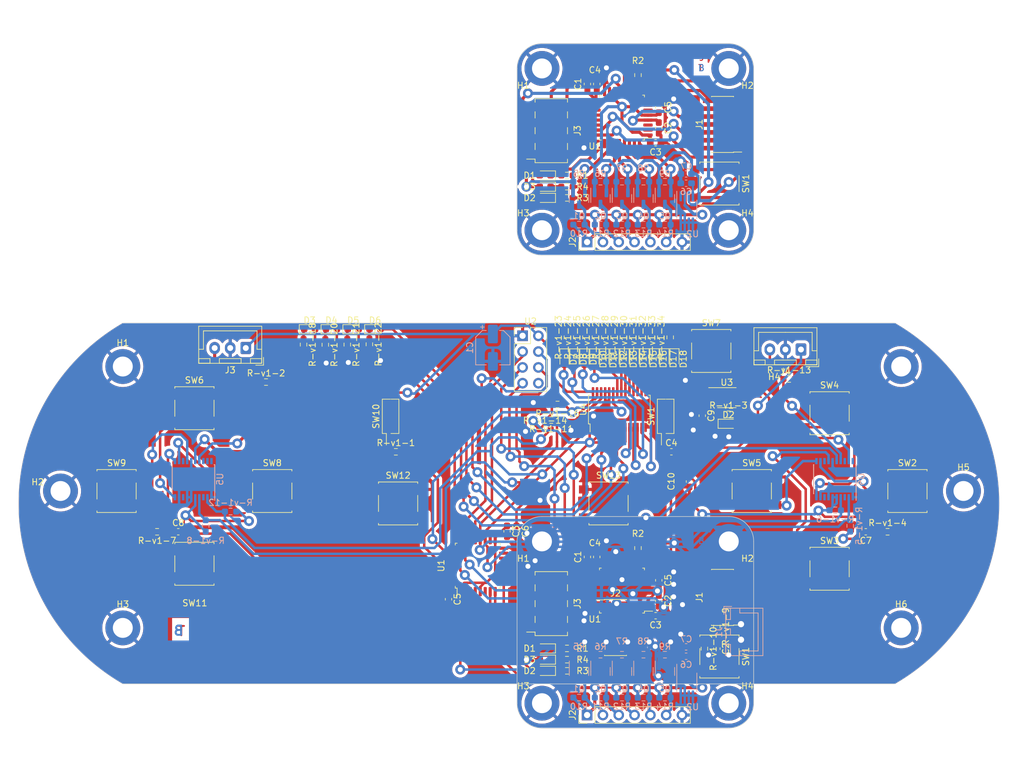
<source format=kicad_pcb>
(kicad_pcb (version 20221018) (generator pcbnew)
  (layers (0 "F.Cu" signal) (31 "B.Cu" signal) (34 "B.Paste" user) (35 "F.Paste" user) (36 "B.SilkS" user "B.Silkscreen") (37 "F.SilkS" user "F.Silkscreen") (38 "B.Mask" user) (39 "F.Mask" user) (44 "Edge.Cuts" user))
  (net 0 "")
  (net 1 "+5V")
  (net 2 "GND")
  (net 3 "+3.3V")
  (net 4 "Net-(D1-K)")
  (net 6 "Net-(D3-K)")
  (net 7 "Status_LED")
  (net 8 "Data_Clock_SNES")
  (net 9 "Data_Latch_SNES")
  (net 10 "Net-(D2-K)")
  (net 11 "Serial_Data1_SNES")
  (net 12 "Serial_Data2_SNES")
  (net 13 "SPI_Chip_Select")
  (net 14 "Chip_Enable")
  (net 15 "SPI_Digital_Input")
  (net 16 "SPI_Clock")
  (net 17 "SPI_Digital_Output")
  (net 18 "IOBit_SNES")
  (net 19 "Data_Clock_STM32")
  (net 20 "Data_Latch_STM32")
  (net 21 "Appairing_Btn")
  (net 22 "Net-(U2-BP)")
  (net 23 "SWDIO")
  (net 24 "SWDCK")
  (net 27 "NRST")
  (net 28 "USART2_RX")
  (net 29 "USART2_TX")
  (net 30 "Serial_Data1_STM32")
  (net 31 "IOBit_STM32")
  (net 32 "Serial_Data2_STM32")
  (net 46 "+5V-v0-")
  (net 47 "GND-v0-")
  (net 48 "+3.3V-v0-")
  (net 49 "Net-(D1-K)-v0-")
  (net 51 "Net-(D3-K)-v0-")
  (net 52 "Status_LED-v0-")
  (net 53 "Data_Clock_SNES-v0-")
  (net 54 "Data_Latch_SNES-v0-")
  (net 55 "Net-(D2-K)-v0-")
  (net 56 "Serial_Data1_SNES-v0-")
  (net 57 "Serial_Data2_SNES-v0-")
  (net 58 "SPI_Chip_Select-v0-")
  (net 59 "Chip_Enable-v0-")
  (net 60 "SPI_Digital_Input-v0-")
  (net 61 "SPI_Clock-v0-")
  (net 62 "SPI_Digital_Output-v0-")
  (net 63 "IOBit_SNES-v0-")
  (net 64 "Data_Clock_STM32-v0-")
  (net 65 "Data_Latch_STM32-v0-")
  (net 66 "Appairing_Btn-v0-")
  (net 67 "Net-(U2-BP)-v0-")
  (net 68 "SWDIO-v0-")
  (net 69 "SWDCK-v0-")
  (net 72 "NRST-v0-")
  (net 73 "USART2_RX-v0-")
  (net 74 "USART2_TX-v0-")
  (net 75 "Serial_Data1_STM32-v0-")
  (net 76 "IOBit_STM32-v0-")
  (net 77 "Serial_Data2_STM32-v0-")
  (net 92 "Glob_Alim-v1-")
  (net 93 "GND-v1-")
  (net 94 "POWER-v1-_CHECK-v1-")
  (net 95 "L-v1-i-ion-v1-")
  (net 96 "Net-(C7-Pad1)-v1-")
  (net 97 "Net-(C8-Pad1)-v1-")
  (net 98 "Net-(U3-BP)-v1-")
  (net 99 "Net-(D2-A)-v1-")
  (net 100 "Net-(D3-K)-v1-")
  (net 101 "Net-(D3-A)-v1-")
  (net 102 "Net-(D4-K)-v1-")
  (net 103 "Net-(D4-A)-v1-")
  (net 104 "Net-(D5-K)-v1-")
  (net 105 "Net-(D5-A)-v1-")
  (net 106 "Net-(D6-K)-v1-")
  (net 107 "Net-(D6-A)-v1-")
  (net 108 "Net-(D7-K)-v1-")
  (net 109 "Net-(D7-A)-v1-")
  (net 110 "Net-(D8-K)-v1-")
  (net 111 "Net-(D8-A)-v1-")
  (net 112 "Net-(D9-K)-v1-")
  (net 113 "Net-(D9-A)-v1-")
  (net 114 "Net-(D10-K)-v1-")
  (net 115 "Net-(D10-A)-v1-")
  (net 116 "Net-(D11-K)-v1-")
  (net 117 "Net-(D11-A)-v1-")
  (net 118 "Net-(D12-K)-v1-")
  (net 119 "Net-(D12-A)-v1-")
  (net 120 "Net-(D13-K)-v1-")
  (net 121 "Net-(D13-A)-v1-")
  (net 122 "Net-(D14-K)-v1-")
  (net 123 "Net-(D14-A)-v1-")
  (net 124 "Net-(D15-K)-v1-")
  (net 125 "Net-(D15-A)-v1-")
  (net 126 "Net-(D16-K)-v1-")
  (net 127 "Net-(D16-A)-v1-")
  (net 128 "Net-(D17-K)-v1-")
  (net 129 "Net-(D17-A)-v1-")
  (net 130 "Net-(D18-K)-v1-")
  (net 131 "Net-(D18-A)-v1-")
  (net 134 "SWDIO-v1-")
  (net 135 "SWDCK-v1-")
  (net 139 "R-v1-eset_Buton -v1-")
  (net 140 "USAR-v1-T2_R-v1-X-v1-")
  (net 141 "USAR-v1-T2_TX-v1-")
  (net 142 "R-v1-")
  (net 143 "L-v1-")
  (net 144 "NES{slash}SNES_switcher-v1-")
  (net 145 "DIO{slash}EX_CL-v1-K")
  (net 146 "DIO{slash}EX_SDA-v1-")
  (net 147 "DIODE_OE-v1-")
  (net 148 "Net-(#FL-v1-G05-pwr)")
  (net 149 "A_Button-v1-")
  (net 150 "B_Button-v1-")
  (net 151 "X_Button-v1-")
  (net 152 "Y_Button-v1-")
  (net 153 "UC_Button-v1-")
  (net 154 "Order_Search-v1-")
  (net 155 "L-v1-C_Button")
  (net 156 "R-v1-C_Button")
  (net 157 "DC_Button-v1-")
  (net 158 "ST_Button-v1-")
  (net 159 "SE_Button-v1-")
  (net 164 "Pin_Clock-v1-")
  (net 165 "Digital_Out_Put-v1-")
  (net 166 "MOSI-v1-")
  (net 170 "R-v1-X{slash}TX")
  (net 172 "CSN_nR-v1-F24")
  (footprint "Capacitor_SMD:C_0603_1608Metric_Pad1.08x0.95mm_HandSolder" (layer "F.Cu") (at 123.685 90.3825 -90)
    (fp_text reference "C10")
    (fp_text value "100nF")
  )
  (footprint "L-v1-ED_SMD:L-v1-ED_0603_1608Metric_Pad1.05x0.95mm_HandSolder" (layer "F.Cu") (at 69.69 65.9)
    (fp_text reference "D5")
    (fp_text value "G3")
  )
  (footprint "R-v1-esistor_SMD:R-v1-_0603_1608Metric_Pad0.98x0.95mm_HandSolder" (layer "F.Cu") (at 105.59 67.2125 90)
    (fp_text reference "R-v1-24")
    (fp_text value "1K")
  )
  (footprint "R-v1-esistor_SMD:R-v1-_0603_1608Metric_Pad0.98x0.95mm_HandSolder" (layer "F.Cu") (at 110.09 67.2125 90)
    (fp_text reference "R-v1-27")
    (fp_text value "1K")
  )
  (footprint "Connector_PinHeader_2.54mm:PinHeader_1x07_P2.54mm_Vertical" (layer "F.Cu") (at 107.25 127.9 90)
    (fp_text reference "J2")
    (fp_text value "Conn_01x07_Socket")
  )
  (footprint "R-v1-esistor_SMD:R-v1-_0603_1608Metric_Pad0.98x0.95mm_HandSolder" (layer "F.Cu") (at 68.74 68.375 -90)
    (fp_text reference "R-v1-21")
    (fp_text value "1K")
  )
  (footprint "L-v1-ED_SMD:L-v1-ED_0603_1608Metric_Pad1.05x0.95mm_HandSolder" (layer "F.Cu") (at 111.65 70.7125 -90)
    (fp_text reference "D12")
    (fp_text value "O2")
  )
  (footprint "Button_Switch_SMD:SW_SPST_B3S-1000" (layer "F.Cu") (at 44.19 103.6)
    (fp_text reference "SW11")
    (fp_text value "SW_Push")
  )
  (footprint "Button_Switch_SMD:SW_SPST_B3S-1000" (layer "F.Cu") (at 133.69 91.9)
    (fp_text reference "SW5")
    (fp_text value "SW_Push")
  )
  (footprint "Diode_SMD:D_0603_1608Metric_Pad1.05x0.95mm_HandSolder" (layer "F.Cu") (at 100.51875 43 180)
    (fp_text reference "D3")
    (fp_text value "LED")
  )
  (footprint "L-v1-ED_SMD:L-v1-ED_0603_1608Metric_Pad1.05x0.95mm_HandSolder" (layer "F.Cu") (at 108.415 70.725 -90)
    (fp_text reference "D10")
    (fp_text value "G8")
  )
  (footprint "Diode_SMD:D_0603_1608Metric_Pad1.05x0.95mm_HandSolder" (layer "F.Cu") (at 100.51875 44.8 180)
    (fp_text reference "D2")
    (fp_text value "LED_Small")
  )
  (footprint "L-v1-ED_SMD:L-v1-ED_0603_1608Metric_Pad1.05x0.95mm_HandSolder" (layer "F.Cu") (at 103.615 70.725 -90)
    (fp_text reference "D7")
    (fp_text value "G5")
  )
  (footprint "Diode_SMD:D_0603_1608Metric_Pad1.05x0.95mm_HandSolder" (layer "F.Cu") (at 100.51875 120.8 180)
    (fp_text reference "D2")
    (fp_text value "LED_Small")
  )
  (footprint "R-v1-esistor_SMD:R-v1-_0603_1608Metric_Pad0.98x0.95mm_HandSolder" (layer "F.Cu") (at 65.215 68.4 -90)
    (fp_text reference "R-v1-20")
    (fp_text value "1K")
  )
  (footprint "MountingHole:MountingHole_3.2mm_M3_DIN965_Pad" (layer "F.Cu") (at 130 100)
    (fp_text reference "H2")
    (fp_text value "MountingHole_Pad")
  )
  (footprint "Connector_PinHeader_2.54mm:PinHeader_2x04_P2.54mm_Vertical" (layer "F.Cu") (at 96.89 66.96)
    (fp_text reference "U2")
    (fp_text value "nR-v1-F24_Full")
  )
  (footprint "Resistor_SMD:R_0603_1608Metric_Pad0.98x0.95mm_HandSolder" (layer "F.Cu") (at 104.01875 120.8)
    (fp_text reference "R3")
    (fp_text value "1k")
  )
  (footprint "L-v1-ED_SMD:L-v1-ED_0603_1608Metric_Pad1.05x0.95mm_HandSolder" (layer "F.Cu") (at 66.19 65.9)
    (fp_text reference "D4")
    (fp_text value "G2")
  )
  (footprint "Button_Switch_SMD:SW_SPST_B3S-1000" (layer "F.Cu") (at 146.19 79.4)
    (fp_text reference "SW4")
    (fp_text value "SW_Push")
  )
  (footprint "Connector_PinSocket_2.54mm:PinSocket_2x04_P2.54mm_Vertical_SMD" (layer "F.Cu") (at 101.5 34 180)
    (fp_text reference "J3")
    (fp_text value "Conn_01x08_Socket")
  )
  (footprint "Capacitor_SMD:C_0603_1608Metric_Pad1.08x0.95mm_HandSolder" (layer "F.Cu") (at 107.3 102.5 90)
    (fp_text reference "C1")
    (fp_text value "10u")
  )
  (footprint "R-v1-esistor_SMD:R-v1-_0603_1608Metric_Pad0.98x0.95mm_HandSolder" (layer "F.Cu") (at 155.502024 98.45)
    (fp_text reference "R-v1-4")
    (fp_text value "1k")
  )
  (footprint "Capacitor_SMD:C_0603_1608Metric_Pad1.08x0.95mm_HandSolder" (layer "F.Cu") (at 41.597976 98.45)
    (fp_text reference "C8")
    (fp_text value "100nF")
  )
  (footprint "R-v1-esistor_SMD:R-v1-_0603_1608Metric_Pad0.98x0.95mm_HandSolder" (layer "F.Cu") (at 139.69 73.9)
    (fp_text reference "R-v1-13")
    (fp_text value "1K")
  )
  (footprint "L-v1-ED_SMD:L-v1-ED_0603_1608Metric_Pad1.05x0.95mm_HandSolder" (layer "F.Cu") (at 62.69 65.9)
    (fp_text reference "D3")
    (fp_text value "G1")
  )
  (footprint "Capacitor_SMD:C_0603_1608Metric_Pad1.08x0.95mm_HandSolder" (layer "F.Cu") (at 118.2525 111.94)
    (fp_text reference "C3")
    (fp_text value "100n")
  )
  (footprint "MountingHole:MountingHole_3.2mm_M3_DIN965_Pad" (layer "F.Cu") (at 130 50)
    (fp_text reference "H4")
    (fp_text value "MountingHole_Pad")
  )
  (footprint "R-v1-esistor_SMD:R-v1-_0603_1608Metric_Pad0.98x0.95mm_HandSolder" (layer "F.Cu") (at 102.5 78 180)
    (fp_text reference "R-v1-16")
    (fp_text value "10K")
  )
  (footprint "R-v1-esistor_SMD:R-v1-_0603_1608Metric_Pad0.98x0.95mm_HandSolder" (layer "F.Cu") (at 101.5 80.5 180)
    (fp_text reference "R-v1-11")
    (fp_text value "10K")
  )
  (footprint "Capacitor_SMD:C_0603_1608Metric_Pad1.08x0.95mm_HandSolder" (layer "F.Cu") (at 118.76 30.25 90)
    (fp_text reference "C5")
    (fp_text value "100n")
  )
  (footprint "Button_Switch_SMD:SW_SPST_B3S-1000" (layer "F.Cu") (at 128.5 42.5 180)
    (fp_text reference "SW1")
    (fp_text value "SW_SPST")
  )
  (footprint "Diode_SMD:D_0603_1608Metric_Pad1.05x0.95mm_HandSolder" (layer "F.Cu") (at 100.51875 117.2 180)
    (fp_text reference "D1")
    (fp_text value "LED_Small")
  )
  (footprint "L-v1-ED_SMD:L-v1-ED_0603_1608Metric_Pad1.05x0.95mm_HandSolder" (layer "F.Cu") (at 121.29 70.7 -90)
    (fp_text reference "D18")
    (fp_text value "R-v1-4")
  )
  (footprint "L-v1-ED_SMD:L-v1-ED_0603_1608Metric_Pad1.05x0.95mm_HandSolder" (layer "F.Cu") (at 113.265 70.7 -90)
    (fp_text reference "D13")
    (fp_text value "O3")
  )
  (footprint "Resistor_SMD:R_0603_1608Metric_Pad0.98x0.95mm_HandSolder" (layer "F.Cu") (at 104.01875 41.2)
    (fp_text reference "R1")
    (fp_text value "1k")
  )
  (footprint "Capacitor_SMD:C_0603_1608Metric_Pad1.08x0.95mm_HandSolder" (layer "F.Cu") (at 128.09 117.2375 -90)
    (fp_text reference "C2")
    (fp_text value "1nF")
  )
  (footprint "Button_Switch_SMD:SW_SPST_B3S-1000" (layer "F.Cu") (at 158.69 91.9)
    (fp_text reference "SW2")
    (fp_text value "SW_Push")
  )
  (footprint "Button_Switch_SMD:SW_SPST_B3S-1000" (layer "F.Cu") (at 110.69 93.9)
    (fp_text reference "SW13")
    (fp_text value "SW_Push")
  )
  (footprint "Button_Switch_SMD:SW_DIP_SPSTx01_Slide_Copal_CHS-01B_W7.62mm_P1.27mm" (layer "F.Cu") (at 75.69 79.9 90)
    (fp_text reference "SW10")
    (fp_text value "SW_DIP_x01")
  )
  (footprint "Connector_PinHeader_2.54mm:PinHeader_1x07_P2.54mm_Vertical" (layer "F.Cu") (at 107.25 51.9 90)
    (fp_text reference "J2")
    (fp_text value "Conn_01x07_Socket")
  )
  (footprint "R-v1-esistor_SMD:R-v1-_0603_1608Metric_Pad0.98x0.95mm_HandSolder" (layer "F.Cu") (at 55.69 74.4)
    (fp_text reference "R-v1-2")
    (fp_text value "1K")
  )
  (footprint "MountingHole:MountingHole_3.2mm_M3_DIN965_Pad" (layer "F.Cu") (at 130 126)
    (fp_text reference "H4")
    (fp_text value "MountingHole_Pad")
  )
  (footprint "MountingHole:MountingHole_3.2mm_M3_DIN965_Pad" (layer "F.Cu") (at 130 24)
    (fp_text reference "H2")
    (fp_text value "MountingHole_Pad")
  )
  (footprint "Capacitor_SMD:C_0603_1608Metric_Pad1.08x0.95mm_HandSolder" (layer "F.Cu") (at 108.8 26.5 90)
    (fp_text reference "C4")
    (fp_text value "100n")
  )
  (footprint "R-v1-esistor_SMD:R-v1-_0603_1608Metric_Pad0.98x0.95mm_HandSolder" (layer "F.Cu") (at 119.09 67.2125 90)
    (fp_text reference "R-v1-33")
    (fp_text value "1K")
  )
  (footprint "R-v1-esistor_SMD:R-v1-_0603_1608Metric_Pad0.98x0.95mm_HandSolder" (layer "F.Cu") (at 104.09 67.2125 90)
    (fp_text reference "R-v1-23")
    (fp_text value "1K")
  )
  (footprint "Connector_JST:JST_XH_B3B-XH-A_1x03_P2.50mm_Vertical" (layer "F.Cu") (at 141.594 69.162 180)
    (fp_text reference "J4")
    (fp_text value "Conn_01x03")
  )
  (footprint "Resistor_SMD:R_0603_1608Metric_Pad0.98x0.95mm_HandSolder" (layer "F.Cu") (at 104.01875 119)
    (fp_text reference "R4")
    (fp_text value "1k")
  )
  (footprint "Package_QFP:LQFP-32_7x7mm_P0.8mm" (layer "F.Cu") (at 112.85 107.9 180)
    (fp_text reference "U1")
    (fp_text value "STM32L412KBTx")
  )
  (footprint "MountingHole:MountingHole_3.2mm_M3_DIN965_Pad" (layer "F.Cu") (at 32.69 71.9)
    (fp_text reference "H1")
    (fp_text value "MountingHole_Pad")
  )
  (footprint "MountingHole:MountingHole_3.2mm_M3_DIN965_Pad" (layer "F.Cu") (at 100 100)
    (fp_text reference "H1")
    (fp_text value "MountingHole_Pad")
  )
  (footprint "Connector_PinSocket_2.54mm:PinSocket_2x04_P2.54mm_Vertical_SMD" (layer "F.Cu") (at 101.5 110 180)
    (fp_text reference "J3")
    (fp_text value "Conn_01x08_Socket")
  )
  (footprint "Resistor_SMD:R_0603_1608Metric_Pad0.98x0.95mm_HandSolder" (layer "F.Cu") (at 104.01875 43)
    (fp_text reference "R4")
    (fp_text value "1k")
  )
  (footprint "Connector_PinHeader_1.27mm:PinHeader_2x07_P1.27mm_Vertical_SMD" (layer "F.Cu") (at 129 33 180)
    (fp_text reference "J1")
    (fp_text value "Conn_02x07_Odd_Even")
  )
  (footprint "MountingHole:MountingHole_3.2mm_M3_DIN965_Pad" (layer "F.Cu") (at 157.69 113.9)
    (fp_text reference "H6")
    (fp_text value "MountingHole_Pad")
  )
  (footprint "R-v1-esistor_SMD:R-v1-_0603_1608Metric_Pad0.98x0.95mm_HandSolder" (layer "F.Cu") (at 114.59 67.2125 90)
    (fp_text reference "R-v1-30")
    (fp_text value "1K")
  )
  (footprint "R-v1-esistor_SMD:R-v1-_0603_1608Metric_Pad0.98x0.95mm_HandSolder" (layer "F.Cu") (at 107.06 67.2125 90)
    (fp_text reference "R-v1-25")
    (fp_text value "1K")
  )
  (footprint "Capacitor_SMD:C_0603_1608Metric_Pad1.08x0.95mm_HandSolder" (layer "F.Cu") (at 120.785 85.6)
    (fp_text reference "C4")
    (fp_text value "1u")
  )
  (footprint "Capacitor_SMD:C_0603_1608Metric_Pad1.08x0.95mm_HandSolder" (layer "F.Cu") (at 118.2525 35.94)
    (fp_text reference "C3")
    (fp_text value "100n")
  )
  (footprint "L-v1-ED_SMD:L-v1-ED_0603_1608Metric_Pad1.05x0.95mm_HandSolder" (layer "F.Cu") (at 118.065 70.7 -90)
    (fp_text reference "D16")
    (fp_text value "R-v1-2")
  )
  (footprint "Diode_SMD:D_0603_1608Metric_Pad1.05x0.95mm_HandSolder" (layer "F.Cu") (at 100.51875 41.2 180)
    (fp_text reference "D1")
    (fp_text value "LED_Small")
  )
  (footprint "Resistor_SMD:R_0603_1608Metric_Pad0.98x0.95mm_HandSolder" (layer "F.Cu") (at 115.42 25.07 90)
    (fp_text reference "R2")
    (fp_text value "10k")
  )
  (footprint "MountingHole:MountingHole_3.2mm_M3_DIN965_Pad" (layer "F.Cu") (at 157.69 71.9)
    (fp_text reference "H4")
    (fp_text value "MountingHole_Pad")
  )
  (footprint "MountingHole:MountingHole_3.2mm_M3_DIN965_Pad" (layer "F.Cu") (at 100 24)
    (fp_text reference "H1")
    (fp_text value "MountingHole_Pad")
  )
  (footprint "L-v1-ED_SMD:L-v1-ED_0603_1608Metric_Pad1.05x0.95mm_HandSolder" (layer "F.Cu") (at 114.865 70.7 -90)
    (fp_text reference "D14")
    (fp_text value "O4")
  )
  (footprint "Button_Switch_SMD:SW_SPST_B3S-1000" (layer "F.Cu") (at 56.69 91.9)
    (fp_text reference "SW8")
    (fp_text value "SW_Push")
  )
  (footprint "Button_Switch_SMD:SW_SPST_B3S-1000" (layer "F.Cu") (at 44.19 78.6)
    (fp_text reference "SW6")
    (fp_text value "SW_Push")
  )
  (footprint "R-v1-esistor_SMD:R-v1-_0603_1608Metric_Pad0.98x0.95mm_HandSolder" (layer "F.Cu") (at 126.09 117.2375 -90)
    (fp_text reference "R-v1-10")
    (fp_text value "1M")
  )
  (footprint "Button_Switch_SMD:SW_DIP_SPSTx01_Slide_Copal_CHS-01B_W7.62mm_P1.27mm" (layer "F.Cu") (at 119.86 79.9 90)
    (fp_text reference "SW1")
    (fp_text value "SW_DIP_x01")
  )
  (footprint "MountingHole:MountingHole_3.2mm_M3_DIN965_Pad" (layer "F.Cu") (at 100 126)
    (fp_text reference "H3")
    (fp_text value "MountingHole_Pad")
  )
  (footprint "Resistor_SMD:R_0603_1608Metric_Pad0.98x0.95mm_HandSolder" (layer "F.Cu") (at 104.01875 44.8)
    (fp_text reference "R3")
    (fp_text value "1k")
  )
  (footprint "Capacitor_SMD:C_0603_1608Metric_Pad1.08x0.95mm_HandSolder" (layer "F.Cu") (at 108.8 102.5 90)
    (fp_text reference "C4")
    (fp_text value "100n")
  )
  (footprint "Diode_SMD:D_0603_1608Metric_Pad1.05x0.95mm_HandSolder" (layer "F.Cu") (at 100.51875 119 180)
    (fp_text reference "D3")
    (fp_text value "LED")
  )
  (footprint "R-v1-esistor_SMD:R-v1-_0603_1608Metric_Pad0.98x0.95mm_HandSolder" (layer "F.Cu") (at 108.59 67.2125 90)
    (fp_text reference "R-v1-26")
    (fp_text value "1K")
  )
  (footprint "R-v1-esistor_SMD:R-v1-_0603_1608Metric_Pad0.98x0.95mm_HandSolder" (layer "F.Cu") (at 128.09 113.7 -90)
    (fp_text reference "R-v1-9")
    (fp_text value "1M")
  )
  (footprint "Package_SO:TSSOP-28_4.4x9.7mm_P0.65mm" (layer "F.Cu") (at 112.424 78.814 90)
    (fp_text reference "U4")
    (fp_text value "PCA9685PW")
  )
  (footprint "L-v1-ED_SMD:L-v1-ED_0603_1608Metric_Pad1.05x0.95mm_HandSolder" (layer "F.Cu") (at 73.19 65.9)
    (fp_text reference "D6")
    (fp_text value "G4")
  )
  (footprint "Capacitor_SMD:C_0603_1608Metric_Pad1.08x0.95mm_HandSolder" (layer "F.Cu") (at 152.002024 98.45 180)
    (fp_text reference "C7")
    (fp_text value "100nF")
  )
  (footprint "Button_Switch_SMD:SW_SPST_B3S-1000" (layer "F.Cu") (at 127.19 69.4)
    (fp_text reference "SW7")
    (fp_text value "SW_SPST")
  )
  (footprint "L-v1-ED_SMD:L-v1-ED_0603_1608Metric_Pad1.05x0.95mm_HandSolder" (layer "F.Cu") (at 105.214 70.725 -90)
    (fp_text reference "D8")
    (fp_text value "G6")
  )
  (footprint "L-v1-ED_SMD:L-v1-ED_0603_1608Metric_Pad1.05x0.95mm_HandSolder" (layer "F.Cu") (at 119.665 70.7 -90)
    (fp_text reference "D17")
    (fp_text value "R-v1-3")
  )
  (footprint "R-v1-esistor_SMD:R-v1-_0603_1608Metric_Pad0.98x0.95mm_HandSolder" (layer "F.Cu") (at 113.09 67.2125 90)
    (fp_text reference "R-v1-29")
    (fp_text value "1K")
  )
  (footprint "Capacitor_SMD:C_0603_1608Metric_Pad1.08x0.95mm_HandSolder" (layer "F.Cu") (at 94.39 98.372 -90)
    (fp_text reference "C3")
    (fp_text value "100n")
  )
  (footprint "Connector_PinHeader_1.27mm:PinHeader_2x07_P1.27mm_Vertical_SMD" (layer "F.Cu") (at 111.815 113.84)
    (fp_text reference "J2")
    (fp_text value "Conn_02x07_Odd_Even")
  )
  (footprint "Package_QFP:LQFP-32_7x7mm_P0.8mm" (layer "F.Cu") (at 112.85 31.9 180)
    (fp_text reference "U1")
    (fp_text value "STM32L412KBTx")
  )
  (footprint "L-v1-ED_SMD:L-v1-ED_0603_1608Metric_Pad1.05x0.95mm_HandSolder" (layer "F.Cu") (at 116.465 70.7 -90)
    (fp_text reference "D15")
    (fp_text value "R-v1-1")
  )
  (footprint "R-v1-esistor_SMD:R-v1-_0603_1608Metric_Pad0.98x0.95mm_HandSolder" (layer "F.Cu") (at 76.54 85.6)
    (fp_text reference "R-v1-1")
    (fp_text value "1K")
  )
  (footprint "R-v1-esistor_SMD:R-v1-_0603_1608Metric_Pad0.98x0.95mm_HandSolder" (layer "F.Cu") (at 111.59 67.2125 90)
    (fp_text reference "R-v1-28")
    (fp_text value "1K")
  )
  (footprint "Capacitor_SMD:C_0603_1608Metric_Pad1.08x0.95mm_HandSolder" (layer "F.Cu") (at 125.74 79.8 -90)
    (fp_text reference "C9")
    (fp_text value "470p")
  )
  (footprint "Resistor_SMD:R_0603_1608Metric_Pad0.98x0.95mm_HandSolder" (layer "F.Cu") (at 104.01875 117.2)
    (fp_text reference "R1")
    (fp_text value "1k")
  )
  (footprint "R-v1-esistor_SMD:R-v1-_0603_1608Metric_Pad0.98x0.95mm_HandSolder" (layer "F.Cu") (at 116.09 67.2125 90)
    (fp_text reference "R-v1-31")
    (fp_text value "1K")
  )
  (footprint "Capacitor_SMD:C_0603_1608Metric_Pad1.08x0.95mm_HandSolder" (layer "F.Cu") (at 118.76 106.25 90)
    (fp_text reference "C5")
    (fp_text value "100n")
  )
  (footprint "MountingHole:MountingHole_3.2mm_M3_DIN965_Pad" (layer "F.Cu") (at 22.69 91.9)
    (fp_text reference "H2")
    (fp_text value "MountingHole_Pad")
  )
  (footprint "Button_Switch_SMD:SW_SPST_B3S-1000" (layer "F.Cu") (at 128.5 118.5 180)
    (fp_text reference "SW1")
    (fp_text value "SW_SPST")
  )
  (footprint "Button_Switch_SMD:SW_SPST_B3S-1000" (layer "F.Cu") (at 76.9 93.9)
    (fp_text reference "SW12")
    (fp_text value "SW_Push")
  )
  (footprint "R-v1-esistor_SMD:R-v1-_0603_1608Metric_Pad0.98x0.95mm_HandSolder" (layer "F.Cu") (at 120.59 67.2125 90)
    (fp_text reference "R-v1-34")
    (fp_text value "1K")
  )
  (footprint "Capacitor_SMD:C_0603_1608Metric_Pad1.08x0.95mm_HandSolder" (layer "F.Cu") (at 118.76 33.5525 90)
    (fp_text reference "C2")
    (fp_text value "100n")
  )
  (footprint "R-v1-esistor_SMD:R-v1-_0603_1608Metric_Pad0.98x0.95mm_HandSolder" (layer "F.Cu") (at 61.715 68.375 -90)
    (fp_text reference "R-v1-18")
    (fp_text value "1K")
  )
  (footprint "MountingHole:MountingHole_3.2mm_M3_DIN965_Pad" (layer "F.Cu") (at 100 50)
    (fp_text reference "H3")
    (fp_text value "MountingHole_Pad")
  )
  (footprint "MountingHole:MountingHole_3.2mm_M3_DIN965_Pad" (layer "F.Cu") (at 167.69 91.9)
    (fp_text reference "H5")
    (fp_text value "MountingHole_Pad")
  )
  (footprint "R-v1-esistor_SMD:R-v1-_0603_1608Metric_Pad0.98x0.95mm_HandSolder" (layer "F.Cu") (at 100.5 82)
    (fp_text reference "R-v1-14")
    (fp_text value "10K")
  )
  (footprint "Capacitor_SMD:C_0603_1608Metric_Pad1.08x0.95mm_HandSolder" (layer "F.Cu") (at 118.76 109.5525 90)
    (fp_text reference "C2")
    (fp_text value "100n")
  )
  (footprint "Connector_JST:JST_XH_B3B-XH-A_1x03_P2.50mm_Vertical" (layer "F.Cu") (at 52.44 68.925 180)
    (fp_text reference "J3")
    (fp_text value "Conn_01x03")
  )
  (footprint "Button_Switch_SMD:SW_SPST_B3S-1000" (layer "F.Cu") (at 31.69 91.9)
    (fp_text reference "SW9")
    (fp_text value "SW_Push")
  )
  (footprint "Capacitor_SMD:C_0603_1608Metric_Pad1.08x0.95mm_HandSolder" (layer "F.Cu") (at 95.914 98.372 -90)
    (fp_text reference "C6")
    (fp_text value "10u")
  )
  (footprint "R-v1-esistor_SMD:R-v1-_0603_1608Metric_Pad0.98x0.95mm_HandSolder" (layer "F.Cu") (at 72.29 68.325 -90)
    (fp_text reference "R-v1-22")
    (fp_text value "1K")
  )
  (footprint "Package_QFP:L-v1-QFP-32_7x7mm_P0.8mm" (layer "F.Cu") (at 89.69 103.9 90)
    (fp_text reference "U1")
    (fp_text value "STM32L-v1-412KBTx")
  )
  (footprint "Capacitor_SMD:C_0603_1608Metric_Pad1.08x0.95mm_HandSolder" (layer "F.Cu") (at 107.3 26.5 90)
    (fp_text reference "C1")
    (fp_text value "10u")
  )
  (footprint "Capacitor_SMD:C_0603_1608Metric_Pad1.08x0.95mm_HandSolder" (layer "F.Cu") (at 84.992 109.294 -90)
    (fp_text reference "C5")
    (fp_text value "100n")
  )
  (footprint "Button_Switch_SMD:SW_SPST_B3S-1000" (layer "F.Cu") (at 146.19 104.4)
    (fp_text reference "SW3")
    (fp_text value "SW_Push")
  )
  (footprint "Connector_PinHeader_1.27mm:PinHeader_2x07_P1.27mm_Vertical_SMD" (layer "F.Cu") (at 129 109 180)
    (fp_text reference "J1")
    (fp_text value "Conn_02x07_Odd_Even")
  )
  (footprint "R-v1-esistor_SMD:R-v1-_0603_1608Metric_Pad0.98x0.95mm_HandSolder" (layer "F.Cu") (at 129.95 79.576)
    (fp_text reference "R-v1-3")
    (fp_text value "1K")
  )
  (footprint "R-v1-esistor_SMD:R-v1-_0603_1608Metric_Pad0.98x0.95mm_HandSolder" (layer "F.Cu") (at 117.59 67.2125 90)
    (fp_text reference "R-v1-32")
    (fp_text value "1K")
  )
  (footprint "Resistor_SMD:R_0603_1608Metric_Pad0.98x0.95mm_HandSolder" (layer "F.Cu") (at 115.42 101.07 90)
    (fp_text reference "R2")
    (fp_text value "10k")
  )
  (footprint "R-v1-esistor_SMD:R-v1-_0603_1608Metric_Pad0.98x0.95mm_HandSolder" (layer "F.Cu") (at 38.197976 98.45 180)
    (fp_text reference "R-v1-7")
    (fp_text value "1k")
  )
  (footprint "L-v1-ED_SMD:L-v1-ED_0603_1608Metric_Pad1.05x0.95mm_HandSolder" (layer "F.Cu") (at 106.815 70.725 -90)
    (fp_text reference "D9")
    (fp_text value "G7")
  )
  (footprint "L-v1-ED_SMD:L-v1-ED_0603_1608Metric_Pad1.05x0.95mm_HandSolder" (layer "F.Cu") (at 110.015 70.725 -90)
    (fp_text reference "D11")
    (fp_text value "O1")
  )
  (footprint "Package_SO:MSOP-8_3x3mm_P0.65mm" (layer "F.Cu") (at 129.69 76.9)
    (fp_text reference "U3")
    (fp_text value "MIC5219-3.3YMM")
  )
  (footprint "L-v1-ED_SMD:L-v1-ED_0603_1608Metric_Pad1.05x0.95mm_HandSolder" (layer "F.Cu") (at 129.95 81.1)
    (fp_text reference "D2")
    (fp_text value "L-v1-ED_Small")
  )
  (footprint "MountingHole:MountingHole_3.2mm_M3_DIN965_Pad" (layer "F.Cu") (at 32.69 113.9)
    (fp_text reference "H3")
    (fp_text value "MountingHole_Pad")
  )
  (footprint "Resistor_SMD:R_0603_1608Metric_Pad0.98x0.95mm_HandSolder" (layer "B.Cu") (at 116.3 49.1)
    (fp_text reference "R13")
    (fp_text value "10k")
  )
  (footprint "Capacitor_SMD:CP_Elec_5x5.4" (layer "B.Cu") (at 92.12 68.87 -90)
    (fp_text reference "C1")
    (fp_text value "22uF")
  )
  (footprint "Package_TO_SOT_SMD:SOT-23" (layer "B.Cu") (at 119.75 120.9 -90)
    (fp_text reference "Q5")
    (fp_text value "2N7002")
  )
  (footprint "Capacitor_SMD:C_0603_1608Metric_Pad1.08x0.95mm_HandSolder" (layer "B.Cu") (at 123.15 116.95 180)
    (fp_text reference "C7")
    (fp_text value "2.2u")
  )
  (footprint "Resistor_SMD:R_0603_1608Metric_Pad0.98x0.95mm_HandSolder" (layer "B.Cu") (at 119.75 42.2)
    (fp_text reference "R9")
    (fp_text value "10k")
  )
  (footprint "Resistor_SMD:R_0603_1608Metric_Pad0.98x0.95mm_HandSolder" (layer "B.Cu") (at 119.75 125.1)
    (fp_text reference "R14")
    (fp_text value "10k")
  )
  (footprint "Resistor_SMD:R_0603_1608Metric_Pad0.98x0.95mm_HandSolder" (layer "B.Cu") (at 119.75 49.1)
    (fp_text reference "R14")
    (fp_text value "10k")
  )
  (footprint "Package_TO_SOT_SMD:SOT-23" (layer "B.Cu") (at 105.95 120.9 -90)
    (fp_text reference "Q1")
    (fp_text value "2N7002")
  )
  (footprint "Resistor_SMD:R_0603_1608Metric_Pad0.98x0.95mm_HandSolder" (layer "B.Cu") (at 105.95 42.2)
    (fp_text reference "R5")
    (fp_text value "10k")
  )
  (footprint "R-v1-esistor_SMD:R-v1-_0603_1608Metric_Pad0.98x0.95mm_HandSolder" (layer "B.Cu") (at 46 97.5 90)
    (fp_text reference "R-v1-8")
    (fp_text value "10K")
  )
  (footprint "Connector_JST:JST_XH_B2B-XH-A_1x02_P2.50mm_Vertical" (layer "B.Cu") (at 131.965 113.3 -90)
    (fp_text reference "J1")
    (fp_text value "Conn_01x02")
  )
  (footprint "Resistor_SMD:R_0603_1608Metric_Pad0.98x0.95mm_HandSolder" (layer "B.Cu") (at 109.4 118.2)
    (fp_text reference "R6")
    (fp_text value "10k")
  )
  (footprint "Capacitor_SMD:C_0603_1608Metric_Pad1.08x0.95mm_HandSolder" (layer "B.Cu") (at 123.15 42.45 180)
    (fp_text reference "C6")
    (fp_text value "470p")
  )
  (footprint "Package_SO:MSOP-8_3x3mm_P0.65mm" (layer "B.Cu") (at 123.2625 46.65 -90)
    (fp_text reference "U2")
    (fp_text value "MIC5219-3.3YMM")
  )
  (footprint "Resistor_SMD:R_0603_1608Metric_Pad0.98x0.95mm_HandSolder" (layer "B.Cu") (at 105.95 118.2)
    (fp_text reference "R5")
    (fp_text value "10k")
  )
  (footprint "R-v1-esistor_SMD:R-v1-_0603_1608Metric_Pad0.98x0.95mm_HandSolder" (layer "B.Cu") (at 149.5 97.5 90)
    (fp_text reference "R-v1-5")
    (fp_text value "10K")
  )
  (footprint "Resistor_SMD:R_0603_1608Metric_Pad0.98x0.95mm_HandSolder" (layer "B.Cu") (at 109.4 49.1)
    (fp_text reference "R11")
    (fp_text value "10k")
  )
  (footprint "Resistor_SMD:R_0603_1608Metric_Pad0.98x0.95mm_HandSolder" (layer "B.Cu") (at 112.85 42.2)
    (fp_text reference "R7")
    (fp_text value "10k")
  )
  (footprint "Capacitor_SMD:C_0603_1608Metric_Pad1.08x0.95mm_HandSolder" (layer "B.Cu") (at 123.15 118.45 180)
    (fp_text reference "C6")
    (fp_text value "470p")
  )
  (footprint "Package_SO:MSOP-8_3x3mm_P0.65mm" (layer "B.Cu") (at 123.2625 122.65 -90)
    (fp_text reference "U2")
    (fp_text value "MIC5219-3.3YMM")
  )
  (footprint "Resistor_SMD:R_0603_1608Metric_Pad0.98x0.95mm_HandSolder" (layer "B.Cu") (at 105.95 125.1)
    (fp_text reference "R10")
    (fp_text value "10k")
  )
  (footprint "Resistor_SMD:R_0603_1608Metric_Pad0.98x0.95mm_HandSolder" (layer "B.Cu") (at 119.75 118.2)
    (fp_text reference "R9")
    (fp_text value "10k")
  )
  (footprint "Resistor_SMD:R_0603_1608Metric_Pad0.98x0.95mm_HandSolder" (layer "B.Cu") (at 112.85 49.1)
    (fp_text reference "R12")
    (fp_text value "10k")
  )
  (footprint "R-v1-esistor_SMD:R-v1-_0603_1608Metric_Pad0.98x0.95mm_HandSolder" (layer "B.Cu") (at 147.1 95)
    (fp_text reference "R-v1-6")
    (fp_text value "10K")
  )
  (footprint "Package_TO_SOT_SMD:SOT-23" (layer "B.Cu") (at 116.3 44.9 -90)
    (fp_text reference "Q4")
    (fp_text value "2N7002")
  )
  (footprint "Resistor_SMD:R_0603_1608Metric_Pad0.98x0.95mm_HandSolder" (layer "B.Cu") (at 112.85 118.2)
    (fp_text reference "R7")
    (fp_text value "10k")
  )
  (footprint "Resistor_SMD:R_0603_1608Metric_Pad0.98x0.95mm_HandSolder" (layer "B.Cu") (at 116.3 42.2)
    (fp_text reference "R8")
    (fp_text value "10k")
  )
  (footprint "Resistor_SMD:R_0603_1608Metric_Pad0.98x0.95mm_HandSolder" (layer "B.Cu") (at 105.95 49.1)
    (fp_text reference "R10")
    (fp_text value "10k")
  )
  (footprint "Package_TO_SOT_SMD:SOT-23" (layer "B.Cu") (at 109.4 120.9 -90)
    (fp_text reference "Q2")
    (fp_text value "2N7002")
  )
  (footprint "Resistor_SMD:R_0603_1608Metric_Pad0.98x0.95mm_HandSolder" (layer "B.Cu") (at 112.85 125.1)
    (fp_text reference "R12")
    (fp_text value "10k")
  )
  (footprint "Package_SO:SSOP-20_4.4x6.5mm_P0.65mm" (layer "B.Cu") (at 44 90 90)
    (fp_text reference "U5")
    (fp_text value "PCF8574TS")
  )
  (footprint "Package_TO_SOT_SMD:SOT-23" (layer "B.Cu") (at 109.4 44.9 -90)
    (fp_text reference "Q2")
    (fp_text value "2N7002")
  )
  (footprint "Capacitor_SMD:C_0603_1608Metric_Pad1.08x0.95mm_HandSolder" (layer "B.Cu") (at 123.15 40.95 180)
    (fp_text reference "C7")
    (fp_text value "2.2u")
  )
  (footprint "Package_TO_SOT_SMD:SOT-23" (layer "B.Cu") (at 116.3 120.9 -90)
    (fp_text reference "Q4")
    (fp_text value "2N7002")
  )
  (footprint "Resistor_SMD:R_0603_1608Metric_Pad0.98x0.95mm_HandSolder" (layer "B.Cu") (at 109.4 42.2)
    (fp_text reference "R6")
    (fp_text value "10k")
  )
  (footprint "Resistor_SMD:R_0603_1608Metric_Pad0.98x0.95mm_HandSolder" (layer "B.Cu") (at 116.3 118.2)
    (fp_text reference "R8")
    (fp_text value "10k")
  )
  (footprint "Package_SO:SSOP-20_4.4x6.5mm_P0.65mm" (layer "B.Cu") (at 147 90 90)
    (fp_text reference "U6")
    (fp_text value "PCF8574TS")
  )
  (footprint "Resistor_SMD:R_0603_1608Metric_Pad0.98x0.95mm_HandSolder" (layer "B.Cu") (at 116.3 125.1)
    (fp_text reference "R13")
    (fp_text value "10k")
  )
  (footprint "Resistor_SMD:R_0603_1608Metric_Pad0.98x0.95mm_HandSolder" (layer "B.Cu") (at 109.4 125.1)
    (fp_text reference "R11")
    (fp_text value "10k")
  )
  (footprint "Package_TO_SOT_SMD:SOT-23" (layer "B.Cu") (at 112.85 44.9 -90)
    (fp_text reference "Q3")
    (fp_text value "2N7002")
  )
  (footprint "Package_TO_SOT_SMD:SOT-23" (layer "B.Cu") (at 105.95 44.9 -90)
    (fp_text reference "Q1")
    (fp_text value "2N7002")
  )
  (footprint "R-v1-esistor_SMD:R-v1-_0603_1608Metric_Pad0.98x0.95mm_HandSolder" (layer "B.Cu") (at 50 95.2 180)
    (fp_text reference "R-v1-12")
    (fp_text value "10K")
  )
  (footprint "Package_TO_SOT_SMD:SOT-23" (layer "B.Cu") (at 112.85 120.9 -90)
    (fp_text reference "Q3")
    (fp_text value "2N7002")
  )
  (footprint "Package_TO_SOT_SMD:SOT-23" (layer "B.Cu") (at 119.75 44.9 -90)
    (fp_text reference "Q5")
    (fp_text value "2N7002")
  )
  (gr_arc (start 100 130) (mid 97.171573 128.828427) (end 96 126) (stroke (width 0.1)) (layer "Edge.Cuts"))
  (gr_arc (start 96 24) (mid 97.171573 21.171573) (end 100 20) (stroke (width 0.1)) (layer "Edge.Cuts"))
  (gr_line (start 130 54) (end 100 54) (stroke (width 0.1)) (layer "Edge.Cuts"))
  (gr_arc (start 96 100) (mid 97.171573 97.171573) (end 100 96) (stroke (width 0.1)) (layer "Edge.Cuts"))
  (gr_line (start 134 100) (end 134 126) (stroke (width 0.1)) (layer "Edge.Cuts"))
  (gr_arc (start 130 20) (mid 132.828427 21.171573) (end 134 24) (stroke (width 0.1)) (layer "Edge.Cuts"))
  (gr_arc (start 100 54) (mid 97.171573 52.828427) (end 96 50) (stroke (width 0.1)) (layer "Edge.Cuts"))
  (gr_line (start 134 24) (end 134 50) (stroke (width 0.1)) (layer "Edge.Cuts"))
  (gr_line (start 100 20) (end 130 20) (stroke (width 0.1)) (layer "Edge.Cuts"))
  (gr_arc (start 156.69 64.9) (mid 173.433157 93.9) (end 156.69 122.9) (stroke (width 0.05)) (layer "Edge.Cuts"))
  (gr_line (start 32.69 64.9) (end 156.69 64.9) (stroke (width 0.1)) (layer "Edge.Cuts"))
  (gr_arc (start 130 96) (mid 132.828427 97.171573) (end 134 100) (stroke (width 0.1)) (layer "Edge.Cuts"))
  (gr_arc (start 134 126) (mid 132.828427 128.828427) (end 130 130) (stroke (width 0.1)) (layer "Edge.Cuts"))
  (gr_line (start 130 130) (end 100 130) (stroke (width 0.1)) (layer "Edge.Cuts"))
  (gr_line (start 32.69 122.9) (end 156.69 122.9) (stroke (width 0.1)) (layer "Edge.Cuts"))
  (gr_arc (start 32.69 122.9) (mid 15.946843 93.9) (end 32.69 64.9) (stroke (width 0.05)) (layer "Edge.Cuts"))
  (gr_line (start 100 96) (end 130 96) (stroke (width 0.1)) (layer "Edge.Cuts"))
  (gr_line (start 96 50) (end 96 24) (stroke (width 0.1)) (layer "Edge.Cuts"))
  (gr_arc (start 134 50) (mid 132.828427 52.828427) (end 130 54) (stroke (width 0.1)) (layer "Edge.Cuts"))
  (gr_line (start 96 126) (end 96 100) (stroke (width 0.1)) (layer "Edge.Cuts"))
  (gr_text "T" (at 41.32 115.28) (layer "F.Cu") (effects (font (size 1.5 1.5) (thickness 0.3) bold) (justify left bottom)))
  (gr_text "SNES Plug" (at 118 22.5) (layer "F.Cu") (effects (font (size 1 1)) (justify left bottom)))
  (gr_text "SNES Plug" (at 118 98.5) (layer "F.Cu") (effects (font (size 1 1)) (justify left bottom)))
  (gr_text "T" (at 125 24.5) (layer "F.Cu") (effects (font (size 1 1)) (justify left bottom)))
  (gr_text "T" (at 125 100.5) (layer "F.Cu") (effects (font (size 1 1)) (justify left bottom)))
  (gr_text "B" (at 125 24.5) (layer "B.Cu") (effects (font (size 1 1)) (justify left bottom)))
  (gr_text "B" (at 42.6 115.21) (layer "B.Cu") (effects (font (size 1.5 1.5) (thickness 0.3) bold) (justify left bottom mirror)))
  (gr_text "B" (at 125 100.5) (layer "B.Cu") (effects (font (size 1 1)) (justify left bottom)))
  (gr_text_box "AUR-v1-IAC	BIEHL-v1-ER-v1-\nHUBER-v1-T	MASSIN\nPHETSINOR-v1-ATH\n" (start 51.14 111) (end 74.46 120.01) (layer "F.Cu") (effects (font (size 1.5 1.5) (thickness 0.3) bold) (justify left top)) (stroke (width 0.2)))
  (segment (start 101.059189 122.25) (end 102.5 122.25) (width 0.5) (layer "F.Cu") (net 1))
  (segment (start 99.64375 120.834561) (end 101.059189 122.25) (width 0.5) (layer "F.Cu") (net 1))
  (segment (start 115.3875 123.5) (end 118.8375 123.5) (width 0.5) (layer "F.Cu") (net 1))
  (segment (start 99.64375 120.8) (end 99.64375 120.834561) (width 0.5) (layer "F.Cu") (net 1))
  (segment (start 103.75 123.5) (end 108.4875 123.5) (width 0.5) (layer "F.Cu") (net 1))
  (segment (start 108.4875 123.5) (end 108.4875 126.6625) (width 0.5) (layer "F.Cu") (net 1))
  (segment (start 115.3875 123.5) (end 111.9375 123.5) (width 0.5) (layer "F.Cu") (net 1))
  (segment (start 108.4875 126.6625) (end 107.25 127.9) (width 0.5) (layer "F.Cu") (net 1))
  (segment (start 118.8375 123.5) (end 125.75 123.5) (width 0.5) (layer "F.Cu") (net 1))
  (segment (start 108.4875 123.5) (end 111.9375 123.5) (width 0.3) (layer "F.Cu") (net 1))
  (segment (start 102.5 122.25) (end 103.75 123.5) (width 0.5) (layer "F.Cu") (net 1))
  (via (at 108.4875 123.5) (size 1.6) (drill 0.8) (layers "F.Cu" "B.Cu") (net 1))
  (via (at 118.8375 123.5) (size 1.6) (drill 0.8) (layers "F.Cu" "B.Cu") (net 1))
  (via (at 115.3875 123.5) (size 1.6) (drill 0.8) (layers "F.Cu" "B.Cu") (net 1))
  (via (at 125.75 123.5) (size 1.6) (drill 0.8) (layers "F.Cu" "B.Cu") (net 1))
  (via (at 111.9375 123.5) (size 1.6) (drill 0.8) (layers "F.Cu" "B.Cu") (net 1))
  (segment (start 122.2875 121.330761) (end 122.9375 121.980761) (width 0.3) (layer "B.Cu") (net 1))
  (segment (start 124.356739 123.4) (end 122.9375 121.980761) (width 0.5) (layer "B.Cu") (net 1))
  (segment (start 107.25 127.9) (end 107.25 127.3125) (width 0.5) (layer "B.Cu") (net 1))
  (segment (start 107.25 127.3125) (end 105.0375 125.1) (width 0.5) (layer "B.Cu") (net 1))
  (segment (start 115.3875 123.5) (end 115.3875 125.1) (width 0.5) (layer "B.Cu") (net 1))
  (segment (start 111.9375 123.5) (end 111.9375 125.1) (width 0.5) (layer "B.Cu") (net 1))
  (segment (start 108.4875 125.1) (end 108.4875 123.5) (width 0.5) (layer "B.Cu") (net 1))
  (segment (start 122.9375 120.5375) (end 122.9375 121.980761) (width 0.3) (layer "B.Cu") (net 1))
  (segment (start 125.65 123.4) (end 124.356739 123.4) (width 0.5) (layer "B.Cu") (net 1))
  (segment (start 122.2875 120.5375) (end 122.2875 121.330761) (width 0.3) (layer "B.Cu") (net 1))
  (segment (start 125.75 123.5) (end 125.65 123.4) (width 0.5) (layer "B.Cu") (net 1))
  (segment (start 118.8375 123.5) (end 118.8375 125.1) (width 0.5) (layer "B.Cu") (net 1))
  (segment (start 116.54 112.965) (end 118.09 112.965) (width 0.5) (layer "F.Cu") (net 2))
  (segment (start 119.785 106.4125) (end 118.76 105.3875) (width 0.5) (layer "F.Cu") (net 2))
  (segment (start 119.785 109.316193) (end 119.785 106.4125) (width 0.5) (layer "F.Cu") (net 2))
  (segment (start 115.65 112.075) (end 116.54 112.965) (width 0.5) (layer "F.Cu") (net 2))
  (segment (start 118.09 112.965) (end 119.115 111.94) (width 0.5) (layer "F.Cu") (net 2))
  (segment (start 118.76 110.415) (end 118.76 110.341193) (width 0.5) (layer "F.Cu") (net 2))
  (segment (start 105.69 113.81) (end 104.02 113.81) (width 0.5) (layer "F.Cu") (net 2))
  (segment (start 118.76 110.341193) (end 119.785 109.316193) (width 0.5) (layer "F.Cu") (net 2))
  (segment (start 119.115 110.77) (end 118.76 110.415) (width 0.5) (layer "F.Cu") (net 2))
  (segment (start 106.75 112.75) (end 105.69 113.81) (width 0.5) (layer "F.Cu") (net 2))
  (segment (start 108.8 101.6375) (end 108.8 101.45) (width 0.5) (layer "F.Cu") (net 2))
  (segment (start 107.3 101.6375) (end 108.8 101.6375) (width 0.5) (layer "F.Cu") (net 2))
  (segment (start 119.115 111.94) (end 119.115 110.77) (width 0.5) (layer "F.Cu") (net 2))
  (segment (start 120.661689 105.3875) (end 118.76 105.3875) (width 0.5) (layer "F.Cu") (net 2))
  (segment (start 121.149189 104.9) (end 120.661689 105.3875) (width 0.5) (layer "F.Cu") (net 2))
  (segment (start 110.05 100.2) (end 110.05 103.725) (width 0.5) (layer "F.Cu") (net 2))
  (segment (start 108.8 101.45) (end 110.35 99.9) (width 0.5) (layer "F.Cu") (net 2))
  (segment (start 110.35 99.9) (end 110.05 100.2) (width 0.5) (layer "F.Cu") (net 2))
  (via (at 121.149189 104.9) (size 1.6) (drill 0.8) (layers "F.Cu" "B.Cu") (net 2))
  (via (at 122.2875 114.9) (size 1.6) (drill 0.8) (layers "F.Cu" "B.Cu") (net 2))
  (via (at 110.35 99.9) (size 1.6) (drill 0.8) (layers "F.Cu" "B.Cu") (net 2))
  (via (at 106.75 112.75) (size 1.6) (drill 0.8) (layers "F.Cu" "B.Cu") (net 2))
  (segment (start 122.2875 116.95) (end 122.2875 118.45) (width 0.5) (layer "B.Cu") (net 2))
  (segment (start 122.2875 114.9375) (end 122.25 114.9) (width 0.5) (layer "B.Cu") (net 2))
  (segment (start 118.4 104.9) (end 113.4 99.9) (width 0.5) (layer "B.Cu") (net 2))
  (segment (start 122.2875 116.95) (end 122.2875 114.9) (width 0.5) (layer "B.Cu") (net 2))
  (segment (start 121.149189 104.9) (end 118.4 104.9) (width 0.5) (layer "B.Cu") (net 2))
  (segment (start 113.4 99.9) (end 110.35 99.9) (width 0.5) (layer "B.Cu") (net 2))
  (segment (start 99.64375 119) (end 97.5 119) (width 0.5) (layer "F.Cu") (net 3))
  (segment (start 112.85 106.15) (end 111.8 105.1) (width 0.5) (layer "F.Cu") (net 3))
  (segment (start 117.025 107.5) (end 116 107.5) (width 0.5) (layer "F.Cu") (net 3))
  (segment (start 130.475 118.25) (end 132.475 116.25) (width 0.5) (layer "F.Cu") (net 3))
  (segment (start 111.8 105.1) (end 108.675 105.1) (width 0.5) (layer "F.Cu") (net 3))
  (segment (start 118.76 107.1125) (end 118.3725 107.5) (width 0.5) (layer "F.Cu") (net 3))
  (segment (start 132.475 116.25) (end 133 115.725) (width 0.5) (layer "F.Cu") (net 3))
  (segment (start 97.5 119) (end 97.5 115.29) (width 0.5) (layer "F.Cu") (net 3))
  (segment (start 116.120406 110.7) (end 115.670406 110.25) (width 0.5) (layer "F.Cu") (net 3))
  (segment (start 133 115.725) (end 133 111.89) (width 0.5) (layer "F.Cu") (net 3))
  (segment (start 116 107.5) (end 114.65 106.15) (width 0.5) (layer "F.Cu") (net 3))
  (segment (start 118.3725 107.5) (end 117.025 107.5) (width 0.5) (layer "F.Cu") (net 3))
  (segment (start 117.39 111.94) (end 117.39 111.065) (width 0.5) (layer "F.Cu") (net 3))
  (segment (start 124.525 116.25) (end 132.475 116.25) (width 0.5) (layer "F.Cu") (net 3))
  (segment (start 117.39 111.065) (end 117.025 110.7) (width 0.5) (layer "F.Cu") (net 3))
  (segment (start 107.3 103.3625) (end 107.3 103.725) (width 0.5) (layer "F.Cu") (net 3))
  (segment (start 114.540811 110.25) (end 112.85 108.559189) (width 0.5) (layer "F.Cu") (net 3))
  (segment (start 115.670406 110.25) (end 114.540811 110.25) (width 0.5) (layer "F.Cu") (net 3))
  (segment (start 132.65 111.54) (end 133 111.89) (width 0.5) (layer "F.Cu") (net 3))
  (segment (start 107.3 103.725) (end 108.675 105.1) (width 0.5) (layer "F.Cu") (net 3))
  (segment (start 130 118.25) (end 130.475 118.25) (width 0.5) (layer "F.Cu") (net 3))
  (segment (start 117.025 110.7) (end 116.120406 110.7) (width 0.5) (layer "F.Cu") (net 3))
  (segment (start 108.675 103.4875) (end 108.8 103.3625) (width 0.5) (layer "F.Cu") (net 3))
  (segment (start 97.5 115.29) (end 98.98 113.81) (width 0.5) (layer "F.Cu") (net 3))
  (segment (start 130.95 111.54) (end 132.65 111.54) (width 0.5) (layer "F.Cu") (net 3))
  (segment (start 114.65 106.15) (end 112.85 106.15) (width 0.5) (layer "F.Cu") (net 3))
  (segment (start 108.675 105.1) (end 108.675 103.4875) (width 0.5) (layer "F.Cu") (net 3))
  (segment (start 112.85 108.559189) (end 112.85 106.15) (width 0.5) (layer "F.Cu") (net 3))
  (via (at 97.5 119) (size 1.6) (drill 0.8) (layers "F.Cu" "B.Cu") (net 3))
  (via (at 112.85 106.15) (size 1.6) (drill 0.8) (layers "F.Cu" "B.Cu") (net 3))
  (via (at 130 118.25) (size 1.6) (drill 0.8) (layers "F.Cu" "B.Cu") (net 3))
  (segment (start 111.9 119.9625) (end 111.9 118.2375) (width 0.5) (layer "B.Cu") (net 3))
  (segment (start 111.9375 118.2) (end 111.9375 115.865811) (width 0.5) (layer "B.Cu") (net 3))
  (segment (start 110.871689 114.8) (end 109.553311 114.8) (width 0.5) (layer "B.Cu") (net 3))
  (segment (start 109.553311 107.196689) (end 109.553311 114.8) (width 0.5) (layer "B.Cu") (net 3))
  (segment (start 121.153311 113.55) (end 118.8375 115.865811) (width 0.5) (layer "B.Cu") (net 3))
  (segment (start 110.6 106.15) (end 109.553311 107.196689) (width 0.5) (layer "B.Cu") (net 3))
  (segment (start 111.9375 115.865811) (end 110.871689 114.8) (width 0.5) (layer "B.Cu") (net 3))
  (segment (start 115.3875 115.865811) (end 115.3875 118.2) (width 0.5) (layer "B.Cu") (net 3))
  (segment (start 106.303311 114.8) (end 107.421689 114.8) (width 0.5) (layer "B.Cu") (net 3))
  (segment (start 125.25 121.256739) (end 124.606739 121.9) (width 0.5) (layer "B.Cu") (net 3))
  (segment (start 124.0125 114.715811) (end 122.846689 113.55) (width 0.5) (layer "B.Cu") (net 3))
  (segment (start 124.7 116.95) (end 124.0125 116.95) (width 0.5) (layer "B.Cu") (net 3))
  (segment (start 126.993261 121.256739) (end 130 118.25) (width 0.5) (layer "B.Cu") (net 3))
  (segment (start 98.3 118.2) (end 105.0375 118.2) (width 0.5) (layer "B.Cu") (net 3))
  (segment (start 124.0125 116.95) (end 124.0125 114.715811) (width 0.5) (layer "B.Cu") (net 3))
  (segment (start 105.0375 118.2) (end 105.0375 116.065811) (width 0.5) (layer "B.Cu") (net 3))
  (segment (start 118.8 119.9625) (end 118.8 118.2375) (width 0.5) (layer "B.Cu") (net 3))
  (segment (start 112.85 106.15) (end 110.6 106.15) (width 0.5) (layer "B.Cu") (net 3))
  (segment (start 107.421689 114.8) (end 108.4875 115.865811) (width 0.5) (layer "B.Cu") (net 3))
  (segment (start 123.5875 120.5375) (end 123.5875 121.477817) (width 0.3) (layer "B.Cu") (net 3))
  (segment (start 108.45 119.9625) (end 108.45 118.2375) (width 0.5) (layer "B.Cu") (net 3))
  (segment (start 111.9 118.2375) (end 111.9375 118.2) (width 0.5) (layer "B.Cu") (net 3))
  (segment (start 105.0375 116.065811) (end 106.303311 114.8) (width 0.5) (layer "B.Cu") (net 3))
  (segment (start 109.553311 114.8) (end 108.4875 115.865811) (width 0.5) (layer "B.Cu") (net 3))
  (segment (start 105 119.9625) (end 105 118.2375) (width 0.5) (layer "B.Cu") (net 3))
  (segment (start 118.8375 118.2) (end 118.8375 115.865811) (width 0.5) (layer "B.Cu") (net 3))
  (segment (start 108.4875 115.865811) (end 108.4875 118.2) (width 0.5) (layer "B.Cu") (net 3))
  (segment (start 114.321689 114.8) (end 115.3875 115.865811) (width 0.5) (layer "B.Cu") (net 3))
  (segment (start 124.606739 121.9) (end 124.009683 121.9) (width 0.5) (layer "B.Cu") (net 3))
  (segment (start 115.35 118.2375) (end 115.3875 118.2) (width 0.5) (layer "B.Cu") (net 3))
  (segment (start 125.25 121.256739) (end 125.25 117.5) (width 0.5) (layer "B.Cu") (net 3))
  (segment (start 105 118.2375) (end 105.0375 118.2) (width 0.5) (layer "B.Cu") (net 3))
  (segment (start 123.5875 121.477817) (end 124.009683 121.9) (width 0.3) (layer "B.Cu") (net 3))
  (segment (start 122.846689 113.55) (end 121.153311 113.55) (width 0.5) (layer "B.Cu") (net 3))
  (segment (start 118.8 118.2375) (end 118.8375 118.2) (width 0.5) (layer "B.Cu") (net 3))
  (segment (start 117.771689 114.8) (end 116.453311 114.8) (width 0.5) (layer "B.Cu") (net 3))
  (segment (start 108.45 118.2375) (end 108.4875 118.2) (width 0.5) (layer "B.Cu") (net 3))
  (segment (start 115.35 119.9625) (end 115.35 118.2375) (width 0.5) (layer "B.Cu") (net 3))
  (segment (start 125.25 117.5) (end 124.7 116.95) (width 0.5) (layer "B.Cu") (net 3))
  (segment (start 113.003311 114.8) (end 114.321689 114.8) (width 0.5) (layer "B.Cu") (net 3))
  (segment (start 97.5 119) (end 98.3 118.2) (width 0.5) (layer "B.Cu") (net 3))
  (segment (start 118.8375 115.865811) (end 117.771689 114.8) (width 0.5) (layer "B.Cu") (net 3))
  (segment (start 111.9375 115.865811) (end 113.003311 114.8) (width 0.5) (layer "B.Cu") (net 3))
  (segment (start 116.453311 114.8) (end 115.3875 115.865811) (width 0.5) (layer "B.Cu") (net 3))
  (segment (start 126.993261 121.256739) (end 125.25 121.256739) (width 0.5) (layer "B.Cu") (net 3))
  (segment (start 103.10625 117.2) (end 101.39375 117.2) (width 0.5) (layer "F.Cu") (net 4))
  (segment (start 103.10625 119) (end 101.39375 119) (width 0.5) (layer "F.Cu") (net 6))
  (segment (start 106.25 114.75) (end 107.375 114.75) (width 0.5) (layer "F.Cu") (net 7))
  (segment (start 107.375 114.75) (end 110.05 112.075) (width 0.5) (layer "F.Cu") (net 7))
  (segment (start 99.64375 117.2) (end 100.66875 116.175) (width 0.5) (layer "F.Cu") (net 7))
  (segment (start 100.66875 116.175) (end 104.825 116.175) (width 0.5) (layer "F.Cu") (net 7))
  (segment (start 104.825 116.175) (end 106.25 114.75) (width 0.5) (layer "F.Cu") (net 7))
  (segment (start 109.79 127.9) (end 109.79 127.29) (width 0.5) (layer "B.Cu") (net 8))
  (segment (start 108.2625 126.5) (end 106.8625 125.1) (width 0.5) (layer "B.Cu") (net 8))
  (segment (start 109.79 127.29) (end 109 126.5) (width 0.5) (layer "B.Cu") (net 8))
  (segment (start 106.8625 122.75) (end 105.95 121.8375) (width 0.5) (layer "B.Cu") (net 8))
  (segment (start 106.8625 125.1) (end 106.8625 122.75) (width 0.5) (layer "B.Cu") (net 8))
  (segment (start 109 126.5) (end 108.2625 126.5) (width 0.5) (layer "B.Cu") (net 8))
  (segment (start 110.3125 125.1) (end 110.3125 122.75) (width 0.5) (layer "B.Cu") (net 9))
  (segment (start 110.3125 125.1) (end 110.3125 125.9625) (width 0.5) (layer "B.Cu") (net 9))
  (segment (start 110.3125 122.75) (end 109.4 121.8375) (width 0.5) (layer "B.Cu") (net 9))
  (segment (start 110.3125 125.9625) (end 112.25 127.9) (width 0.5) (layer "B.Cu") (net 9))
  (segment (start 101.39375 120.8) (end 103.10625 120.8) (width 0.5) (layer "F.Cu") (net 10))
  (segment (start 113.7625 125.1) (end 113.7625 126.9125) (width 0.5) (layer "B.Cu") (net 11))
  (segment (start 113.7625 125.1) (end 113.7625 122.75) (width 0.5) (layer "B.Cu") (net 11))
  (segment (start 113.7625 126.9125) (end 114.75 127.9) (width 0.5) (layer "B.Cu") (net 11))
  (segment (start 113.7625 122.75) (end 112.85 121.8375) (width 0.5) (layer "B.Cu") (net 11))
  (segment (start 117.2125 127.8625) (end 117.25 127.9) (width 0.5) (layer "B.Cu") (net 12))
  (segment (start 117.2125 125.1) (end 117.2125 127.8625) (width 0.5) (layer "B.Cu") (net 12))
  (segment (start 117.2125 125.1) (end 117.2125 122.75) (width 0.5) (layer "B.Cu") (net 12))
  (segment (start 117.2125 122.75) (end 116.3 121.8375) (width 0.5) (layer "B.Cu") (net 12))
  (segment (start 108.675 105.9) (end 107.1 105.9) (width 0.5) (layer "F.Cu") (net 13))
  (segment (start 100.25 110) (end 98.98 111.27) (width 0.5) (layer "F.Cu") (net 13))
  (segment (start 107.1 105.9) (end 106.25 106.75) (width 0.5) (layer "F.Cu") (net 13))
  (segment (start 105.75 110) (end 100.25 110) (width 0.5) (layer "F.Cu") (net 13))
  (segment (start 106.25 109.5) (end 105.75 110) (width 0.5) (layer "F.Cu") (net 13))
  (segment (start 106.25 106.75) (end 106.25 109.5) (width 0.5) (layer "F.Cu") (net 13))
  (segment (start 107.375 110.375) (end 107.375 107.095406) (width 0.5) (layer "F.Cu") (net 14))
  (segment (start 104.02 111.27) (end 106.48 111.27) (width 0.5) (layer "F.Cu") (net 14))
  (segment (start 107.770406 106.7) (end 108.675 106.7) (width 0.5) (layer "F.Cu") (net 14))
  (segment (start 106.48 111.27) (end 107.375 110.375) (width 0.5) (layer "F.Cu") (net 14))
  (segment (start 107.375 107.095406) (end 107.770406 106.7) (width 0.5) (layer "F.Cu") (net 14))
  (segment (start 108.736307 98.55) (end 111.05 98.55) (width 0.5) (layer "F.Cu") (net 15))
  (segment (start 104.02 103.266307) (end 108.736307 98.55) (width 0.5) (layer "F.Cu") (net 15))
  (segment (start 111.05 98.55) (end 113.25 100.75) (width 0.5) (layer "F.Cu") (net 15))
  (segment (start 104.02 106.19) (end 104.02 103.266307) (width 0.5) (layer "F.Cu") (net 15))
  (segment (start 113.25 100.75) (end 113.25 103.725) (width 0.5) (layer "F.Cu") (net 15))
  (segment (start 114.05 99.3) (end 114.05 103.725) (width 0.5) (layer "F.Cu") (net 16))
  (segment (start 112 97.25) (end 114.05 99.3) (width 0.5) (layer "F.Cu") (net 16))
  (segment (start 103.02 108.73) (end 101.5 107.21) (width 0.5) (layer "F.Cu") (net 16))
  (segment (start 108 97.25) (end 112 97.25) (width 0.5) (layer "F.Cu") (net 16))
  (segment (start 101.5 107.21) (end 101.5 103.75) (width 0.5) (layer "F.Cu") (net 16))
  (segment (start 104.02 108.73) (end 103.02 108.73) (width 0.5) (layer "F.Cu") (net 16))
  (segment (start 101.5 103.75) (end 108 97.25) (width 0.5) (layer "F.Cu") (net 16))
  (segment (start 96.93 104.82) (end 97.75 104) (width 0.5) (layer "F.Cu") (net 17))
  (segment (start 96.93 107.68) (end 96.93 104.82) (width 0.5) (layer "F.Cu") (net 17))
  (segment (start 111.85 102.220406) (end 112.45 102.820406) (width 0.5) (layer "F.Cu") (net 17))
  (segment (start 111.85 101.65) (end 111.85 102.220406) (width 0.5) (layer "F.Cu") (net 17))
  (segment (start 98.98 108.73) (end 97.98 108.73) (width 0.5) (layer "F.Cu") (net 17))
  (segment (start 112.45 102.820406) (end 112.45 103.725) (width 0.5) (layer "F.Cu") (net 17))
  (segment (start 97.98 108.73) (end 96.93 107.68) (width 0.5) (layer "F.Cu") (net 17))
  (via (at 111.85 101.65) (size 1.6) (drill 0.8) (layers "F.Cu" "B.Cu") (net 17))
  (via (at 97.75 104) (size 1.6) (drill 0.8) (layers "F.Cu" "B.Cu") (net 17))
  (segment (start 97.75 104) (end 109.5 104) (width 0.5) (layer "B.Cu") (net 17))
  (segment (start 109.5 104) (end 111.85 101.65) (width 0.5) (layer "B.Cu") (net 17))
  (segment (start 120.6625 125.1) (end 120.6625 122.75) (width 0.5) (layer "B.Cu") (net 18))
  (segment (start 120.6625 122.75) (end 119.75 121.8375) (width 0.5) (layer "B.Cu") (net 18))
  (segment (start 120.6625 125.1) (end 120.6625 126.9875) (width 0.5) (layer "B.Cu") (net 18))
  (segment (start 120.6625 126.9875) (end 119.75 127.9) (width 0.5) (layer "B.Cu") (net 18))
  (segment (start 107.679594 116.15) (end 110.85 112.979594) (width 0.5) (layer "F.Cu") (net 19))
  (segment (start 110.85 112.979594) (end 110.85 112.075) (width 0.5) (layer "F.Cu") (net 19))
  (segment (start 106.8625 116.15) (end 107.679594 116.15) (width 0.5) (layer "F.Cu") (net 19))
  (via (at 106.8625 116.15) (size 1.6) (drill 0.8) (layers "F.Cu" "B.Cu") (net 19))
  (segment (start 106.8625 118.2) (end 106.8625 116.15) (width 0.5) (layer "B.Cu") (net 19))
  (segment (start 106.9 119.9625) (end 106.9 118.2375) (width 0.5) (layer "B.Cu") (net 19))
  (segment (start 106.9 118.2375) (end 106.8625 118.2) (width 0.5) (layer "B.Cu") (net 19))
  (segment (start 110.3125 116.15) (end 111.65 114.8125) (width 0.5) (layer "F.Cu") (net 20))
  (segment (start 111.65 114.8125) (end 111.65 112.075) (width 0.5) (layer "F.Cu") (net 20))
  (via (at 110.3125 116.15) (size 1.6) (drill 0.8) (layers "F.Cu" "B.Cu") (net 20))
  (segment (start 110.35 118.2375) (end 110.3125 118.2) (width 0.5) (layer "B.Cu") (net 20))
  (segment (start 110.35 119.9625) (end 110.35 118.2375) (width 0.5) (layer "B.Cu") (net 20))
  (segment (start 110.3125 118.2) (end 110.3125 116.15) (width 0.5) (layer "B.Cu") (net 20))
  (segment (start 126.75 118.5) (end 124.525 120.725) (width 0.5) (layer "F.Cu") (net 21))
  (segment (start 126.75 118.25) (end 126.75 118.5) (width 0.5) (layer "F.Cu") (net 21))
  (segment (start 124.525 120.725) (end 124.525 120.75) (width 0.5) (layer "F.Cu") (net 21))
  (segment (start 114.85 103.725) (end 114.85 102.5525) (width 0.5) (layer "F.Cu") (net 21))
  (segment (start 121.25 100.25) (end 117.1525 100.25) (width 0.5) (layer "F.Cu") (net 21))
  (segment (start 117.1525 100.25) (end 115.42 101.9825) (width 0.5) (layer "F.Cu") (net 21))
  (segment (start 132.475 120.75) (end 124.525 120.75) (width 0.5) (layer "F.Cu") (net 21))
  (segment (start 114.85 102.5525) (end 115.42 101.9825) (width 0.5) (layer "F.Cu") (net 21))
  (via (at 121.25 100.25) (size 1.6) (drill 0.8) (layers "F.Cu" "B.Cu") (net 21))
  (via (at 126.75 118.25) (size 1.6) (drill 0.8) (layers "F.Cu" "B.Cu") (net 21))
  (segment (start 126.75 105.75) (end 121.25 100.25) (width 0.5) (layer "B.Cu") (net 21))
  (segment (start 126.75 118.25) (end 126.75 105.75) (width 0.5) (layer "B.Cu") (net 21))
  (segment (start 124.2375 120.5375) (end 124.2375 118.675) (width 0.3) (layer "B.Cu") (net 22))
  (segment (start 124.2375 118.675) (end 124.0125 118.45) (width 0.3) (layer "B.Cu") (net 22))
  (segment (start 121.149189 108.9) (end 121.149189 110.649189) (width 0.5) (layer "F.Cu") (net 23))
  (segment (start 109.579594 109.9) (end 111.35 108.129594) (width 0.5) (layer "F.Cu") (net 23))
  (segment (start 111.35 108.129594) (end 111.35 107.75) (width 0.5) (layer "F.Cu") (net 23))
  (segment (start 108.675 109.9) (end 109.579594 109.9) (width 0.5) (layer "F.Cu") (net 23))
  (segment (start 121.149189 110.649189) (end 122.04 111.54) (width 0.5) (layer "F.Cu") (net 23))
  (segment (start 122.04 111.54) (end 127.05 111.54) (width 0.5) (layer "F.Cu") (net 23))
  (via (at 111.35 107.75) (size 1.6) (drill 0.8) (layers "F.Cu" "B.Cu") (net 23))
  (via (at 121.149189 108.9) (size 1.6) (drill 0.8) (layers "F.Cu" "B.Cu") (net 23))
  (segment (start 111.35 107.75) (end 112 107.75) (width 0.5) (layer "B.Cu") (net 23))
  (segment (start 114 109.75) (end 120.299189 109.75) (width 0.5) (layer "B.Cu") (net 23))
  (segment (start 120.299189 109.75) (end 121.149189 108.9) (width 0.5) (layer "B.Cu") (net 23))
  (segment (start 112 107.75) (end 114 109.75) (width 0.5) (layer "B.Cu") (net 23))
  (segment (start 111.3 110.7) (end 108.675 110.7) (width 0.5) (layer "F.Cu") (net 24))
  (segment (start 112 110) (end 111.3 110.7) (width 0.5) (layer "F.Cu") (net 24))
  (segment (start 122.680901 110.27) (end 122.57076 110.159859) (width 0.5) (layer "F.Cu") (net 24))
  (segment (start 127.05 110.27) (end 122.680901 110.27) (width 0.5) (layer "F.Cu") (net 24))
  (via (at 122.57076 110.159859) (size 1.6) (drill 0.8) (layers "F.Cu" "B.Cu") (net 24))
  (via (at 112 110) (size 1.6) (drill 0.8) (layers "F.Cu" "B.Cu") (net 24))
  (segment (start 113.5 111.5) (end 112 110) (width 0.5) (layer "B.Cu") (net 24))
  (segment (start 121.230619 111.5) (end 113.5 111.5) (width 0.5) (layer "B.Cu") (net 24))
  (segment (start 122.57076 110.159859) (end 121.230619 111.5) (width 0.5) (layer "B.Cu") (net 24))
  (segment (start 114.7 108.3) (end 114.6 108.4) (width 0.5) (layer "F.Cu") (net 27))
  (segment (start 118.76 108.69) (end 118.37 108.3) (width 0.5) (layer "F.Cu") (net 27))
  (segment (start 117.025 108.3) (end 114.7 108.3) (width 0.5) (layer "F.Cu") (net 27))
  (segment (start 118.37 108.3) (end 117.025 108.3) (width 0.5) (layer "F.Cu") (net 27))
  (segment (start 127.05 106.46) (end 121.589189 106.46) (width 0.5) (layer "F.Cu") (net 27))
  (segment (start 121.589189 106.46) (end 121.149189 106.9) (width 0.5) (layer "F.Cu") (net 27))
  (via (at 114.6 108.4) (size 1.6) (drill 0.8) (layers "F.Cu" "B.Cu") (net 27))
  (via (at 121.149189 106.9) (size 1.6) (drill 0.8) (layers "F.Cu" "B.Cu") (net 27))
  (segment (start 116.1 106.9) (end 114.6 108.4) (width 0.5) (layer "B.Cu") (net 27))
  (segment (start 121.149189 106.9) (end 116.1 106.9) (width 0.5) (layer "B.Cu") (net 27))
  (segment (start 129.72 105.19) (end 130.95 105.19) (width 0.5) (layer "F.Cu") (net 28))
  (segment (start 115.65 103.725) (end 117.375 102) (width 0.5) (layer "F.Cu") (net 28))
  (segment (start 117.375 102) (end 126.53 102) (width 0.5) (layer "F.Cu") (net 28))
  (segment (start 126.53 102) (end 129.72 105.19) (width 0.5) (layer "F.Cu") (net 28))
  (segment (start 125.41 103.55) (end 118.575 103.55) (width 0.5) (layer "F.Cu") (net 29))
  (segment (start 127.05 105.19) (end 125.41 103.55) (width 0.5) (layer "F.Cu") (net 29))
  (segment (start 118.575 103.55) (end 117.025 105.1) (width 0.5) (layer "F.Cu") (net 29))
  (segment (start 112.45 112.075) (end 112.45 114.8375) (width 0.5) (layer "F.Cu") (net 30))
  (segment (start 112.45 114.8375) (end 113.7625 116.15) (width 0.5) (layer "F.Cu") (net 30))
  (via (at 113.7625 116.15) (size 1.6) (drill 0.8) (layers "F.Cu" "B.Cu") (net 30))
  (segment (start 113.8 119.9625) (end 113.8 118.2375) (width 0.5) (layer "B.Cu") (net 30))
  (segment (start 113.8 118.2375) (end 113.7625 118.2) (width 0.5) (layer "B.Cu") (net 30))
  (segment (start 113.7625 118.2) (end 113.7625 116.15) (width 0.5) (layer "B.Cu") (net 30))
  (segment (start 118.8125 114.3) (end 115.039036 114.3) (width 0.5) (layer "F.Cu") (net 31))
  (segment (start 120.6625 116.15) (end 118.8125 114.3) (width 0.5) (layer "F.Cu") (net 31))
  (segment (start 115.039036 114.3) (end 114.05 113.310964) (width 0.5) (layer "F.Cu") (net 31))
  (segment (start 114.05 113.310964) (end 114.05 112.075) (width 0.5) (layer "F.Cu") (net 31))
  (via (at 120.6625 116.15) (size 1.6) (drill 0.8) (layers "F.Cu" "B.Cu") (net 31))
  (segment (start 120.6625 118.2) (end 120.6625 116.15) (width 0.5) (layer "B.Cu") (net 31))
  (segment (start 120.7 118.2375) (end 120.6625 118.2) (width 0.5) (layer "B.Cu") (net 31))
  (segment (start 120.7 119.9625) (end 120.7 118.2375) (width 0.5) (layer "B.Cu") (net 31))
  (segment (start 115.671689 116.15) (end 113.25 113.728311) (width 0.5) (layer "F.Cu") (net 32))
  (segment (start 113.25 113.728311) (end 113.25 112.075) (width 0.5) (layer "F.Cu") (net 32))
  (segment (start 117.2125 116.15) (end 115.671689 116.15) (width 0.5) (layer "F.Cu") (net 32))
  (via (at 117.2125 116.15) (size 1.6) (drill 0.8) (layers "F.Cu" "B.Cu") (net 32))
  (segment (start 117.2125 118.2) (end 117.2125 116.15) (width 0.5) (layer "B.Cu") (net 32))
  (segment (start 117.25 118.2375) (end 117.2125 118.2) (width 0.5) (layer "B.Cu") (net 32))
  (segment (start 117.25 119.9625) (end 117.25 118.2375) (width 0.5) (layer "B.Cu") (net 32))
  (segment (start 115.3875 47.5) (end 111.9375 47.5) (width 0.5) (layer "F.Cu") (net 46))
  (segment (start 99.64375 44.8) (end 99.64375 44.834561) (width 0.5) (layer "F.Cu") (net 46))
  (segment (start 108.4875 47.5) (end 108.4875 50.6625) (width 0.5) (layer "F.Cu") (net 46))
  (segment (start 115.3875 47.5) (end 118.8375 47.5) (width 0.5) (layer "F.Cu") (net 46))
  (segment (start 101.059189 46.25) (end 102.5 46.25) (width 0.5) (layer "F.Cu") (net 46))
  (segment (start 118.8375 47.5) (end 125.75 47.5) (width 0.5) (layer "F.Cu") (net 46))
  (segment (start 103.75 47.5) (end 108.4875 47.5) (width 0.5) (layer "F.Cu") (net 46))
  (segment (start 99.64375 44.834561) (end 101.059189 46.25) (width 0.5) (layer "F.Cu") (net 46))
  (segment (start 102.5 46.25) (end 103.75 47.5) (width 0.5) (layer "F.Cu") (net 46))
  (segment (start 108.4875 47.5) (end 111.9375 47.5) (width 0.3) (layer "F.Cu") (net 46))
  (segment (start 108.4875 50.6625) (end 107.25 51.9) (width 0.5) (layer "F.Cu") (net 46))
  (via (at 111.9375 47.5) (size 1.6) (drill 0.8) (layers "F.Cu" "B.Cu") (net 46))
  (via (at 125.75 47.5) (size 1.6) (drill 0.8) (layers "F.Cu" "B.Cu") (net 46))
  (via (at 115.3875 47.5) (size 1.6) (drill 0.8) (layers "F.Cu" "B.Cu") (net 46))
  (via (at 118.8375 47.5) (size 1.6) (drill 0.8) (layers "F.Cu" "B.Cu") (net 46))
  (via (at 108.4875 47.5) (size 1.6) (drill 0.8) (layers "F.Cu" "B.Cu") (net 46))
  (segment (start 125.65 47.4) (end 124.356739 47.4) (width 0.5) (layer "B.Cu") (net 46))
  (segment (start 118.8375 47.5) (end 118.8375 49.1) (width 0.5) (layer "B.Cu") (net 46))
  (segment (start 111.9375 47.5) (end 111.9375 49.1) (width 0.5) (layer "B.Cu") (net 46))
  (segment (start 125.75 47.5) (end 125.65 47.4) (width 0.5) (layer "B.Cu") (net 46))
  (segment (start 107.25 51.3125) (end 105.0375 49.1) (width 0.5) (layer "B.Cu") (net 46))
  (segment (start 124.356739 47.4) (end 122.9375 45.980761) (width 0.5) (layer "B.Cu") (net 46))
  (segment (start 115.3875 47.5) (end 115.3875 49.1) (width 0.5) (layer "B.Cu") (net 46))
  (segment (start 122.9375 44.5375) (end 122.9375 45.980761) (width 0.3) (layer "B.Cu") (net 46))
  (segment (start 108.4875 49.1) (end 108.4875 47.5) (width 0.5) (layer "B.Cu") (net 46))
  (segment (start 107.25 51.9) (end 107.25 51.3125) (width 0.5) (layer "B.Cu") (net 46))
  (segment (start 110.35 23.9) (end 110.05 24.2) (width 0.5) (layer "F.Cu") (net 47))
  (segment (start 118.76 34.341193) (end 119.785 33.316193) (width 0.5) (layer "F.Cu") (net 47))
  (segment (start 118.09 36.965) (end 119.115 35.94) (width 0.5) (layer "F.Cu") (net 47))
  (segment (start 120.661689 29.3875) (end 118.76 29.3875) (width 0.5) (layer "F.Cu") (net 47))
  (segment (start 118.76 34.415) (end 118.76 34.341193) (width 0.5) (layer "F.Cu") (net 47))
  (segment (start 119.115 35.94) (end 119.115 34.77) (width 0.5) (layer "F.Cu") (net 47))
  (segment (start 119.785 33.316193) (end 119.785 30.4125) (width 0.5) (layer "F.Cu") (net 47))
  (segment (start 115.65 36.075) (end 116.54 36.965) (width 0.5) (layer "F.Cu") (net 47))
  (segment (start 119.115 34.77) (end 118.76 34.415) (width 0.5) (layer "F.Cu") (net 47))
  (segment (start 108.8 25.6375) (end 108.8 25.45) (width 0.5) (layer "F.Cu") (net 47))
  (segment (start 105.69 37.81) (end 104.02 37.81) (width 0.5) (layer "F.Cu") (net 47))
  (segment (start 107.3 25.6375) (end 108.8 25.6375) (width 0.5) (layer "F.Cu") (net 47))
  (segment (start 106.75 36.75) (end 105.69 37.81) (width 0.5) (layer "F.Cu") (net 47))
  (segment (start 108.8 25.45) (end 110.35 23.9) (width 0.5) (layer "F.Cu") (net 47))
  (segment (start 110.05 24.2) (end 110.05 27.725) (width 0.5) (layer "F.Cu") (net 47))
  (segment (start 121.149189 28.9) (end 120.661689 29.3875) (width 0.5) (layer "F.Cu") (net 47))
  (segment (start 119.785 30.4125) (end 118.76 29.3875) (width 0.5) (layer "F.Cu") (net 47))
  (segment (start 116.54 36.965) (end 118.09 36.965) (width 0.5) (layer "F.Cu") (net 47))
  (via (at 110.35 23.9) (size 1.6) (drill 0.8) (layers "F.Cu" "B.Cu") (net 47))
  (via (at 106.75 36.75) (size 1.6) (drill 0.8) (layers "F.Cu" "B.Cu") (net 47))
  (via (at 121.149189 28.9) (size 1.6) (drill 0.8) (layers "F.Cu" "B.Cu") (net 47))
  (via (at 122.2875 38.9) (size 1.6) (drill 0.8) (layers "F.Cu" "B.Cu") (net 47))
  (segment (start 113.4 23.9) (end 110.35 23.9) (width 0.5) (layer "B.Cu") (net 47))
  (segment (start 118.4 28.9) (end 113.4 23.9) (width 0.5) (layer "B.Cu") (net 47))
  (segment (start 122.2875 38.9375) (end 122.25 38.9) (width 0.5) (layer "B.Cu") (net 47))
  (segment (start 122.2875 40.95) (end 122.2875 42.45) (width 0.5) (layer "B.Cu") (net 47))
  (segment (start 121.149189 28.9) (end 118.4 28.9) (width 0.5) (layer "B.Cu") (net 47))
  (segment (start 122.2875 40.95) (end 122.2875 38.9) (width 0.5) (layer "B.Cu") (net 47))
  (segment (start 117.39 35.94) (end 117.39 35.065) (width 0.5) (layer "F.Cu") (net 48))
  (segment (start 117.39 35.065) (end 117.025 34.7) (width 0.5) (layer "F.Cu") (net 48))
  (segment (start 132.65 35.54) (end 133 35.89) (width 0.5) (layer "F.Cu") (net 48))
  (segment (start 130 42.25) (end 130.475 42.25) (width 0.5) (layer "F.Cu") (net 48))
  (segment (start 114.540811 34.25) (end 112.85 32.559189) (width 0.5) (layer "F.Cu") (net 48))
  (segment (start 107.3 27.725) (end 108.675 29.1) (width 0.5) (layer "F.Cu") (net 48))
  (segment (start 124.525 40.25) (end 132.475 40.25) (width 0.5) (layer "F.Cu") (net 48))
  (segment (start 133 39.725) (end 133 35.89) (width 0.5) (layer "F.Cu") (net 48))
  (segment (start 132.475 40.25) (end 133 39.725) (width 0.5) (layer "F.Cu") (net 48))
  (segment (start 117.025 34.7) (end 116.120406 34.7) (width 0.5) (layer "F.Cu") (net 48))
  (segment (start 97.5 43) (end 97.5 39.29) (width 0.5) (layer "F.Cu") (net 48))
  (segment (start 118.76 31.1125) (end 118.3725 31.5) (width 0.5) (layer "F.Cu") (net 48))
  (segment (start 114.65 30.15) (end 112.85 30.15) (width 0.5) (layer "F.Cu") (net 48))
  (segment (start 118.3725 31.5) (end 117.025 31.5) (width 0.5) (layer "F.Cu") (net 48))
  (segment (start 99.64375 43) (end 97.5 43) (width 0.5) (layer "F.Cu") (net 48))
  (segment (start 116 31.5) (end 114.65 30.15) (width 0.5) (layer "F.Cu") (net 48))
  (segment (start 116.120406 34.7) (end 115.670406 34.25) (width 0.5) (layer "F.Cu") (net 48))
  (segment (start 112.85 30.15) (end 111.8 29.1) (width 0.5) (layer "F.Cu") (net 48))
  (segment (start 117.025 31.5) (end 116 31.5) (width 0.5) (layer "F.Cu") (net 48))
  (segment (start 130.475 42.25) (end 132.475 40.25) (width 0.5) (layer "F.Cu") (net 48))
  (segment (start 108.675 27.4875) (end 108.8 27.3625) (width 0.5) (layer "F.Cu") (net 48))
  (segment (start 115.670406 34.25) (end 114.540811 34.25) (width 0.5) (layer "F.Cu") (net 48))
  (segment (start 130.95 35.54) (end 132.65 35.54) (width 0.5) (layer "F.Cu") (net 48))
  (segment (start 112.85 32.559189) (end 112.85 30.15) (width 0.5) (layer "F.Cu") (net 48))
  (segment (start 107.3 27.3625) (end 107.3 27.725) (width 0.5) (layer "F.Cu") (net 48))
  (segment (start 108.675 29.1) (end 108.675 27.4875) (width 0.5) (layer "F.Cu") (net 48))
  (segment (start 111.8 29.1) (end 108.675 29.1) (width 0.5) (layer "F.Cu") (net 48))
  (segment (start 97.5 39.29) (end 98.98 37.81) (width 0.5) (layer "F.Cu") (net 48))
  (via (at 112.85 30.15) (size 1.6) (drill 0.8) (layers "F.Cu" "B.Cu") (net 48))
  (via (at 97.5 43) (size 1.6) (drill 0.8) (layers "F.Cu" "B.Cu") (net 48))
  (via (at 130 42.25) (size 1.6) (drill 0.8) (layers "F.Cu" "B.Cu") (net 48))
  (segment (start 125.25 45.256739) (end 124.606739 45.9) (width 0.5) (layer "B.Cu") (net 48))
  (segment (start 122.846689 37.55) (end 121.153311 37.55) (width 0.5) (layer "B.Cu") (net 48))
  (segment (start 110.6 30.15) (end 109.553311 31.196689) (width 0.5) (layer "B.Cu") (net 48))
  (segment (start 108.4875 39.865811) (end 108.4875 42.2) (width 0.5) (layer "B.Cu") (net 48))
  (segment (start 111.9375 39.865811) (end 110.871689 38.8) (width 0.5) (layer "B.Cu") (net 48))
  (segment (start 124.7 40.95) (end 124.0125 40.95) (width 0.5) (layer "B.Cu") (net 48))
  (segment (start 121.153311 37.55) (end 118.8375 39.865811) (width 0.5) (layer "B.Cu") (net 48))
  (segment (start 109.553311 38.8) (end 108.4875 39.865811) (width 0.5) (layer "B.Cu") (net 48))
  (segment (start 126.993261 45.256739) (end 130 42.25) (width 0.5) (layer "B.Cu") (net 48))
  (segment (start 97.5 43) (end 98.3 42.2) (width 0.5) (layer "B.Cu") (net 48))
  (segment (start 111.9 43.9625) (end 111.9 42.2375) (width 0.5) (layer "B.Cu") (net 48))
  (segment (start 108.45 43.9625) (end 108.45 42.2375) (width 0.5) (layer "B.Cu") (net 48))
  (segment (start 118.8375 42.2) (end 118.8375 39.865811) (width 0.5) (layer "B.Cu") (net 48))
  (segment (start 124.606739 45.9) (end 124.009683 45.9) (width 0.5) (layer "B.Cu") (net 48))
  (segment (start 111.9375 42.2) (end 111.9375 39.865811) (width 0.5) (layer "B.Cu") (net 48))
  (segment (start 108.45 42.2375) (end 108.4875 42.2) (width 0.5) (layer "B.Cu") (net 48))
  (segment (start 107.421689 38.8) (end 108.4875 39.865811) (width 0.5) (layer "B.Cu") (net 48))
  (segment (start 123.5875 45.477817) (end 124.009683 45.9) (width 0.3) (layer "B.Cu") (net 48))
  (segment (start 115.35 43.9625) (end 115.35 42.2375) (width 0.5) (layer "B.Cu") (net 48))
  (segment (start 125.25 41.5) (end 124.7 40.95) (width 0.5) (layer "B.Cu") (net 48))
  (segment (start 98.3 42.2) (end 105.0375 42.2) (width 0.5) (layer "B.Cu") (net 48))
  (segment (start 105 43.9625) (end 105 42.2375) (width 0.5) (layer "B.Cu") (net 48))
  (segment (start 105 42.2375) (end 105.0375 42.2) (width 0.5) (layer "B.Cu") (net 48))
  (segment (start 118.8375 39.865811) (end 117.771689 38.8) (width 0.5) (layer "B.Cu") (net 48))
  (segment (start 111.9 42.2375) (end 111.9375 42.2) (width 0.5) (layer "B.Cu") (net 48))
  (segment (start 117.771689 38.8) (end 116.453311 38.8) (width 0.5) (layer "B.Cu") (net 48))
  (segment (start 125.25 45.256739) (end 125.25 41.5) (width 0.5) (layer "B.Cu") (net 48))
  (segment (start 126.993261 45.256739) (end 125.25 45.256739) (width 0.5) (layer "B.Cu") (net 48))
  (segment (start 123.5875 44.5375) (end 123.5875 45.477817) (width 0.3) (layer "B.Cu") (net 48))
  (segment (start 110.871689 38.8) (end 109.553311 38.8) (width 0.5) (layer "B.Cu") (net 48))
  (segment (start 112.85 30.15) (end 110.6 30.15) (width 0.5) (layer "B.Cu") (net 48))
  (segment (start 105.0375 40.065811) (end 106.303311 38.8) (width 0.5) (layer "B.Cu") (net 48))
  (segment (start 115.3875 39.865811) (end 115.3875 42.2) (width 0.5) (layer "B.Cu") (net 48))
  (segment (start 105.0375 42.2) (end 105.0375 40.065811) (width 0.5) (layer "B.Cu") (net 48))
  (segment (start 106.303311 38.8) (end 107.421689 38.8) (width 0.5) (layer "B.Cu") (net 48))
  (segment (start 114.321689 38.8) (end 115.3875 39.865811) (width 0.5) (layer "B.Cu") (net 48))
  (segment (start 118.8 42.2375) (end 118.8375 42.2) (width 0.5) (layer "B.Cu") (net 48))
  (segment (start 109.553311 31.196689) (end 109.553311 38.8) (width 0.5) (layer "B.Cu") (net 48))
  (segment (start 111.9375 39.865811) (end 113.003311 38.8) (width 0.5) (layer "B.Cu") (net 48))
  (segment (start 124.0125 38.715811) (end 122.846689 37.55) (width 0.5) (layer "B.Cu") (net 48))
  (segment (start 115.35 42.2375) (end 115.3875 42.2) (width 0.5) (layer "B.Cu") (net 48))
  (segment (start 118.8 43.9625) (end 118.8 42.2375) (width 0.5) (layer "B.Cu") (net 48))
  (segment (start 116.453311 38.8) (end 115.3875 39.865811) (width 0.5) (layer "B.Cu") (net 48))
  (segment (start 113.003311 38.8) (end 114.321689 38.8) (width 0.5) (layer "B.Cu") (net 48))
  (segment (start 124.0125 40.95) (end 124.0125 38.715811) (width 0.5) (layer "B.Cu") (net 48))
  (segment (start 103.10625 41.2) (end 101.39375 41.2) (width 0.5) (layer "F.Cu") (net 49))
  (segment (start 103.10625 43) (end 101.39375 43) (width 0.5) (layer "F.Cu") (net 51))
  (segment (start 99.64375 41.2) (end 100.66875 40.175) (width 0.5) (layer "F.Cu") (net 52))
  (segment (start 104.825 40.175) (end 106.25 38.75) (width 0.5) (layer "F.Cu") (net 52))
  (segment (start 106.25 38.75) (end 107.375 38.75) (width 0.5) (layer "F.Cu") (net 52))
  (segment (start 107.375 38.75) (end 110.05 36.075) (width 0.5) (layer "F.Cu") (net 52))
  (segment (start 100.66875 40.175) (end 104.825 40.175) (width 0.5) (layer "F.Cu") (net 52))
  (segment (start 106.8625 49.1) (end 106.8625 46.75) (width 0.5) (layer "B.Cu") (net 53))
  (segment (start 106.8625 46.75) (end 105.95 45.8375) (width 0.5) (layer "B.Cu") (net 53))
  (segment (start 109.79 51.29) (end 109 50.5) (width 0.5) (layer "B.Cu") (net 53))
  (segment (start 109.79 51.9) (end 109.79 51.29) (width 0.5) (layer "B.Cu") (net 53))
  (segment (start 108.2625 50.5) (end 106.8625 49.1) (width 0.5) (layer "B.Cu") (net 53))
  (segment (start 109 50.5) (end 108.2625 50.5) (width 0.5) (layer "B.Cu") (net 53))
  (segment (start 110.3125 49.1) (end 110.3125 49.9625) (width 0.5) (layer "B.Cu") (net 54))
  (segment (start 110.3125 49.9625) (end 112.25 51.9) (width 0.5) (layer "B.Cu") (net 54))
  (segment (start 110.3125 49.1) (end 110.3125 46.75) (width 0.5) (layer "B.Cu") (net 54))
  (segment (start 110.3125 46.75) (end 109.4 45.8375) (width 0.5) (layer "B.Cu") (net 54))
  (segment (start 101.39375 44.8) (end 103.10625 44.8) (width 0.5) (layer "F.Cu") (net 55))
  (segment (start 113.7625 50.9125) (end 114.75 51.9) (width 0.5) (layer "B.Cu") (net 56))
  (segment (start 113.7625 49.1) (end 113.7625 46.75) (width 0.5) (layer "B.Cu") (net 56))
  (segment (start 113.7625 49.1) (end 113.7625 50.9125) (width 0.5) (layer "B.Cu") (net 56))
  (segment (start 113.7625 46.75) (end 112.85 45.8375) (width 0.5) (layer "B.Cu") (net 56))
  (segment (start 117.2125 49.1) (end 117.2125 46.75) (width 0.5) (layer "B.Cu") (net 57))
  (segment (start 117.2125 51.8625) (end 117.25 51.9) (width 0.5) (layer "B.Cu") (net 57))
  (segment (start 117.2125 46.75) (end 116.3 45.8375) (width 0.5) (layer "B.Cu") (net 57))
  (segment (start 117.2125 49.1) (end 117.2125 51.8625) (width 0.5) (layer "B.Cu") (net 57))
  (segment (start 108.675 29.9) (end 107.1 29.9) (width 0.5) (layer "F.Cu") (net 58))
  (segment (start 100.25 34) (end 98.98 35.27) (width 0.5) (layer "F.Cu") (net 58))
  (segment (start 107.1 29.9) (end 106.25 30.75) (width 0.5) (layer "F.Cu") (net 58))
  (segment (start 106.25 30.75) (end 106.25 33.5) (width 0.5) (layer "F.Cu") (net 58))
  (segment (start 106.25 33.5) (end 105.75 34) (width 0.5) (layer "F.Cu") (net 58))
  (segment (start 105.75 34) (end 100.25 34) (width 0.5) (layer "F.Cu") (net 58))
  (segment (start 104.02 35.27) (end 106.48 35.27) (width 0.5) (layer "F.Cu") (net 59))
  (segment (start 107.770406 30.7) (end 108.675 30.7) (width 0.5) (layer "F.Cu") (net 59))
  (segment (start 107.375 31.095406) (end 107.770406 30.7) (width 0.5) (layer "F.Cu") (net 59))
  (segment (start 106.48 35.27) (end 107.375 34.375) (width 0.5) (layer "F.Cu") (net 59))
  (segment (start 107.375 34.375) (end 107.375 31.095406) (width 0.5) (layer "F.Cu") (net 59))
  (segment (start 104.02 30.19) (end 104.02 27.266307) (width 0.5) (layer "F.Cu") (net 60))
  (segment (start 113.25 24.75) (end 113.25 27.725) (width 0.5) (layer "F.Cu") (net 60))
  (segment (start 104.02 27.266307) (end 108.736307 22.55) (width 0.5) (layer "F.Cu") (net 60))
  (segment (start 111.05 22.55) (end 113.25 24.75) (width 0.5) (layer "F.Cu") (net 60))
  (segment (start 108.736307 22.55) (end 111.05 22.55) (width 0.5) (layer "F.Cu") (net 60))
  (segment (start 103.02 32.73) (end 101.5 31.21) (width 0.5) (layer "F.Cu") (net 61))
  (segment (start 108 21.25) (end 112 21.25) (width 0.5) (layer "F.Cu") (net 61))
  (segment (start 101.5 31.21) (end 101.5 27.75) (width 0.5) (layer "F.Cu") (net 61))
  (segment (start 114.05 23.3) (end 114.05 27.725) (width 0.5) (layer "F.Cu") (net 61))
  (segment (start 112 21.25) (end 114.05 23.3) (width 0.5) (layer "F.Cu") (net 61))
  (segment (start 104.02 32.73) (end 103.02 32.73) (width 0.5) (layer "F.Cu") (net 61))
  (segment (start 101.5 27.75) (end 108 21.25) (width 0.5) (layer "F.Cu") (net 61))
  (segment (start 111.85 25.65) (end 111.85 26.220406) (width 0.5) (layer "F.Cu") (net 62))
  (segment (start 96.93 28.82) (end 97.75 28) (width 0.5) (layer "F.Cu") (net 62))
  (segment (start 96.93 31.68) (end 96.93 28.82) (width 0.5) (layer "F.Cu") (net 62))
  (segment (start 112.45 26.820406) (end 112.45 27.725) (width 0.5) (layer "F.Cu") (net 62))
  (segment (start 98.98 32.73) (end 97.98 32.73) (width 0.5) (layer "F.Cu") (net 62))
  (segment (start 97.98 32.73) (end 96.93 31.68) (width 0.5) (layer "F.Cu") (net 62))
  (segment (start 111.85 26.220406) (end 112.45 26.820406) (width 0.5) (layer "F.Cu") (net 62))
  (via (at 97.75 28) (size 1.6) (drill 0.8) (layers "F.Cu" "B.Cu") (net 62))
  (via (at 111.85 25.65) (size 1.6) (drill 0.8) (layers "F.Cu" "B.Cu") (net 62))
  (segment (start 109.5 28) (end 111.85 25.65) (width 0.5) (layer "B.Cu") (net 62))
  (segment (start 97.75 28) (end 109.5 28) (width 0.5) (layer "B.Cu") (net 62))
  (segment (start 120.6625 46.75) (end 119.75 45.8375) (width 0.5) (layer "B.Cu") (net 63))
  (segment (start 120.6625 49.1) (end 120.6625 50.9875) (width 0.5) (layer "B.Cu") (net 63))
  (segment (start 120.6625 50.9875) (end 119.75 51.9) (width 0.5) (layer "B.Cu") (net 63))
  (segment (start 120.6625 49.1) (end 120.6625 46.75) (width 0.5) (layer "B.Cu") (net 63))
  (segment (start 106.8625 40.15) (end 107.679594 40.15) (width 0.5) (layer "F.Cu") (net 64))
  (segment (start 107.679594 40.15) (end 110.85 36.979594) (width 0.5) (layer "F.Cu") (net 64))
  (segment (start 110.85 36.979594) (end 110.85 36.075) (width 0.5) (layer "F.Cu") (net 64))
  (via (at 106.8625 40.15) (size 1.6) (drill 0.8) (layers "F.Cu" "B.Cu") (net 64))
  (segment (start 106.9 42.2375) (end 106.8625 42.2) (width 0.5) (layer "B.Cu") (net 64))
  (segment (start 106.8625 42.2) (end 106.8625 40.15) (width 0.5) (layer "B.Cu") (net 64))
  (segment (start 106.9 43.9625) (end 106.9 42.2375) (width 0.5) (layer "B.Cu") (net 64))
  (segment (start 110.3125 40.15) (end 111.65 38.8125) (width 0.5) (layer "F.Cu") (net 65))
  (segment (start 111.65 38.8125) (end 111.65 36.075) (width 0.5) (layer "F.Cu") (net 65))
  (via (at 110.3125 40.15) (size 1.6) (drill 0.8) (layers "F.Cu" "B.Cu") (net 65))
  (segment (start 110.35 42.2375) (end 110.3125 42.2) (width 0.5) (layer "B.Cu") (net 65))
  (segment (start 110.35 43.9625) (end 110.35 42.2375) (width 0.5) (layer "B.Cu") (net 65))
  (segment (start 110.3125 42.2) (end 110.3125 40.15) (width 0.5) (layer "B.Cu") (net 65))
  (segment (start 117.1525 24.25) (end 115.42 25.9825) (width 0.5) (layer "F.Cu") (net 66))
  (segment (start 126.75 42.5) (end 124.525 44.725) (width 0.5) (layer "F.Cu") (net 66))
  (segment (start 126.75 42.25) (end 126.75 42.5) (width 0.5) (layer "F.Cu") (net 66))
  (segment (start 132.475 44.75) (end 124.525 44.75) (width 0.5) (layer "F.Cu") (net 66))
  (segment (start 114.85 27.725) (end 114.85 26.5525) (width 0.5) (layer "F.Cu") (net 66))
  (segment (start 124.525 44.725) (end 124.525 44.75) (width 0.5) (layer "F.Cu") (net 66))
  (segment (start 121.25 24.25) (end 117.1525 24.25) (width 0.5) (layer "F.Cu") (net 66))
  (segment (start 114.85 26.5525) (end 115.42 25.9825) (width 0.5) (layer "F.Cu") (net 66))
  (via (at 126.75 42.25) (size 1.6) (drill 0.8) (layers "F.Cu" "B.Cu") (net 66))
  (via (at 121.25 24.25) (size 1.6) (drill 0.8) (layers "F.Cu" "B.Cu") (net 66))
  (segment (start 126.75 42.25) (end 126.75 29.75) (width 0.5) (layer "B.Cu") (net 66))
  (segment (start 126.75 29.75) (end 121.25 24.25) (width 0.5) (layer "B.Cu") (net 66))
  (segment (start 124.2375 42.675) (end 124.0125 42.45) (width 0.3) (layer "B.Cu") (net 67))
  (segment (start 124.2375 44.5375) (end 124.2375 42.675) (width 0.3) (layer "B.Cu") (net 67))
  (segment (start 109.579594 33.9) (end 111.35 32.129594) (width 0.5) (layer "F.Cu") (net 68))
  (segment (start 125.059189 36.81) (end 121.149189 32.9) (width 0.5) (layer "F.Cu") (net 68))
  (segment (start 127.05 36.81) (end 125.059189 36.81) (width 0.5) (layer "F.Cu") (net 68))
  (segment (start 111.35 32.129594) (end 111.35 31.75) (width 0.5) (layer "F.Cu") (net 68))
  (segment (start 108.675 33.9) (end 109.579594 33.9) (width 0.5) (layer "F.Cu") (net 68))
  (via (at 121.149189 32.9) (size 1.6) (drill 0.8) (layers "F.Cu" "B.Cu") (net 68))
  (via (at 111.35 31.75) (size 1.6) (drill 0.8) (layers "F.Cu" "B.Cu") (net 68))
  (segment (start 114 33.75) (end 120.299189 33.75) (width 0.5) (layer "B.Cu") (net 68))
  (segment (start 112 31.75) (end 114 33.75) (width 0.5) (layer "B.Cu") (net 68))
  (segment (start 111.35 31.75) (end 112 31.75) (width 0.5) (layer "B.Cu") (net 68))
  (segment (start 120.299189 33.75) (end 121.149189 32.9) (width 0.5) (layer "B.Cu") (net 68))
  (segment (start 121.149189 35.649189) (end 121.149189 34.9) (width 0.5) (layer "F.Cu") (net 69))
  (segment (start 130.95 36.81) (end 130.12 36.81) (width 0.5) (layer "F.Cu") (net 69))
  (segment (start 130.12 36.81) (end 128.68 38.25) (width 0.5) (layer "F.Cu") (net 69))
  (segment (start 112 34) (end 111.3 34.7) (width 0.5) (layer "F.Cu") (net 69))
  (segment (start 111.3 34.7) (end 108.675 34.7) (width 0.5) (layer "F.Cu") (net 69))
  (segment (start 128.68 38.25) (end 123.75 38.25) (width 0.5) (layer "F.Cu") (net 69))
  (segment (start 123.75 38.25) (end 121.149189 35.649189) (width 0.5) (layer "F.Cu") (net 69))
  (via (at 121.149189 34.9) (size 1.6) (drill 0.8) (layers "F.Cu" "B.Cu") (net 69))
  (via (at 112 34) (size 1.6) (drill 0.8) (layers "F.Cu" "B.Cu") (net 69))
  (segment (start 112 34) (end 113.5 35.5) (width 0.5) (layer "B.Cu") (net 69))
  (segment (start 120.549189 35.5) (end 121.149189 34.9) (width 0.5) (layer "B.Cu") (net 69))
  (segment (start 113.5 35.5) (end 120.549189 35.5) (width 0.5) (layer "B.Cu") (net 69))
  (segment (start 118.76 32.69) (end 118.37 32.3) (width 0.5) (layer "F.Cu") (net 72))
  (segment (start 117.025 32.3) (end 114.7 32.3) (width 0.5) (layer "F.Cu") (net 72))
  (segment (start 114.7 32.3) (end 114.6 32.4) (width 0.5) (layer "F.Cu") (net 72))
  (segment (start 121.979189 31.73) (end 121.149189 30.9) (width 0.5) (layer "F.Cu") (net 72))
  (segment (start 127.05 31.73) (end 121.979189 31.73) (width 0.5) (layer "F.Cu") (net 72))
  (segment (start 118.37 32.3) (end 117.025 32.3) (width 0.5) (layer "F.Cu") (net 72))
  (via (at 121.149189 30.9) (size 1.6) (drill 0.8) (layers "F.Cu" "B.Cu") (net 72))
  (via (at 114.6 32.4) (size 1.6) (drill 0.8) (layers "F.Cu" "B.Cu") (net 72))
  (segment (start 116.1 30.9) (end 114.6 32.4) (width 0.5) (layer "B.Cu") (net 72))
  (segment (start 121.149189 30.9) (end 116.1 30.9) (width 0.5) (layer "B.Cu") (net 72))
  (segment (start 129 30) (end 128.54 30.46) (width 0.5) (layer "F.Cu") (net 73))
  (segment (start 115.65 27.725) (end 117.375 26) (width 0.5) (layer "F.Cu") (net 73))
  (segment (start 128.54 30.46) (end 127.05 30.46) (width 0.5) (layer "F.Cu") (net 73))
  (segment (start 117.375 26) (end 126.53 26) (width 0.5) (layer "F.Cu") (net 73))
  (segment (start 126.53 26) (end 129 28.47) (width 0.5) (layer "F.Cu") (net 73))
  (segment (start 129 28.47) (end 129 30) (width 0.5) (layer "F.Cu") (net 73))
  (segment (start 125.41 27.55) (end 118.575 27.55) (width 0.5) (layer "F.Cu") (net 74))
  (segment (start 118.575 27.55) (end 117.025 29.1) (width 0.5) (layer "F.Cu") (net 74))
  (segment (start 127.05 29.19) (end 125.41 27.55) (width 0.5) (layer "F.Cu") (net 74))
  (segment (start 112.45 36.075) (end 112.45 38.8375) (width 0.5) (layer "F.Cu") (net 75))
  (segment (start 112.45 38.8375) (end 113.7625 40.15) (width 0.5) (layer "F.Cu") (net 75))
  (via (at 113.7625 40.15) (size 1.6) (drill 0.8) (layers "F.Cu" "B.Cu") (net 75))
  (segment (start 113.8 43.9625) (end 113.8 42.2375) (width 0.5) (layer "B.Cu") (net 75))
  (segment (start 113.7625 42.2) (end 113.7625 40.15) (width 0.5) (layer "B.Cu") (net 75))
  (segment (start 113.8 42.2375) (end 113.7625 42.2) (width 0.5) (layer "B.Cu") (net 75))
  (segment (start 120.6625 40.15) (end 118.8125 38.3) (width 0.5) (layer "F.Cu") (net 76))
  (segment (start 114.05 37.310964) (end 114.05 36.075) (width 0.5) (layer "F.Cu") (net 76))
  (segment (start 115.039036 38.3) (end 114.05 37.310964) (width 0.5) (layer "F.Cu") (net 76))
  (segment (start 118.8125 38.3) (end 115.039036 38.3) (width 0.5) (layer "F.Cu") (net 76))
  (via (at 120.6625 40.15) (size 1.6) (drill 0.8) (layers "F.Cu" "B.Cu") (net 76))
  (segment (start 120.6625 42.2) (end 120.6625 40.15) (width 0.5) (layer "B.Cu") (net 76))
  (segment (start 120.7 43.9625) (end 120.7 42.2375) (width 0.5) (layer "B.Cu") (net 76))
  (segment (start 120.7 42.2375) (end 120.6625 42.2) (width 0.5) (layer "B.Cu") (net 76))
  (segment (start 113.25 37.728311) (end 113.25 36.075) (width 0.5) (layer "F.Cu") (net 77))
  (segment (start 115.671689 40.15) (end 113.25 37.728311) (width 0.5) (layer "F.Cu") (net 77))
  (segment (start 117.2125 40.15) (end 115.671689 40.15) (width 0.5) (layer "F.Cu") (net 77))
  (via (at 117.2125 40.15) (size 1.6) (drill 0.8) (layers "F.Cu" "B.Cu") (net 77))
  (segment (start 117.25 42.2375) (end 117.2125 42.2) (width 0.5) (layer "B.Cu") (net 77))
  (segment (start 117.25 43.9625) (end 117.25 42.2375) (width 0.5) (layer "B.Cu") (net 77))
  (segment (start 117.2125 42.2) (end 117.2125 40.15) (width 0.5) (layer "B.Cu") (net 77))
  (segment (start 101.76 73.7) (end 101.76 77.8275) (width 0.4) (layer "F.Cu") (net 92))
  (segment (start 49.91 98.75) (end 42.760476 98.75) (width 0.4) (layer "F.Cu") (net 92))
  (segment (start 144.4 95.04) (end 145.41 96.05) (width 0.4) (layer "F.Cu") (net 92))
  (segment (start 100.5875 81) (end 99.5875 82) (width 0.4) (layer "F.Cu") (net 92))
  (segment (start 131.4715 84.9285) (end 134.68 81.72) (width 0.4) (layer "F.Cu") (net 92))
  (segment (start 110.799 82.541817) (end 110.799 81.6765) (width 0.4) (layer "F.Cu") (net 92))
  (segment (start 109.499 82.541817) (end 109.499 81.6765) (width 0.4) (layer "F.Cu") (net 92))
  (segment (start 123.685 84.9285) (end 122.3 83.5435) (width 0.4) (layer "F.Cu") (net 92))
  (segment (start 95.914 97.5095) (end 96.4295 97.5095) (width 0.4) (layer "F.Cu") (net 92))
  (segment (start 78.3995 76.09) (end 78.4 76.0895) (width 0.4) (layer "F.Cu") (net 92))
  (segment (start 99.5875 82) (end 98.6095 81.022) (width 0.4) (layer "F.Cu") (net 92))
  (segment (start 99.995 90.875) (end 100.885 90.875) (width 0.4) (layer "F.Cu") (net 92))
  (segment (start 42.760476 98.75) (end 42.460476 98.45) (width 0.4) (layer "F.Cu") (net 92))
  (segment (start 86.89 108.075) (end 86.89 107.311827) (width 0.4) (layer "F.Cu") (net 92))
  (segment (start 42.460476 98.45) (end 42.460476 96.109524) (width 0.4) (layer "F.Cu") (net 92))
  (segment (start 100.5875 80.5) (end 100.5875 81) (width 0.4) (layer "F.Cu") (net 92))
  (segment (start 134.68 81.72) (end 134.68 78.18) (width 0.4) (layer "F.Cu") (net 92))
  (segment (start 43.66 96.72) (end 42.76 95.82) (width 0.4) (layer "F.Cu") (net 92))
  (segment (start 59.5915 108.4315) (end 49.91 98.75) (width 0.4) (layer "F.Cu") (net 92))
  (segment (start 92.49 105.23) (end 91.07 106.65) (width 0.4) (layer "F.Cu") (net 92))
  (segment (start 84.992 108.4315) (end 59.5915 108.4315) (width 0.4) (layer "F.Cu") (net 92))
  (segment (start 91.07 106.65) (end 90.751827 106.65) (width 0.4) (layer "F.Cu") (net 92))
  (segment (start 101.5875 79.5) (end 100.5875 80.5) (width 0.4) (layer "F.Cu") (net 92))
  (segment (start 107.940817 84.1) (end 109.499 82.541817) (width 0.4) (layer "F.Cu") (net 92))
  (segment (start 109.240817 84.1) (end 110.799 82.541817) (width 0.4) (layer "F.Cu") (net 92))
  (segment (start 101.76 77.8275) (end 101.5875 78) (width 0.4) (layer "F.Cu") (net 92))
  (segment (start 150.009524 99.58) (end 151.139524 98.45) (width 0.4) (layer "F.Cu") (net 92))
  (segment (start 123.685 84.9285) (end 129.0375 79.576) (width 0.4) (layer "F.Cu") (net 92))
  (segment (start 85.3485 108.075) (end 84.992 108.4315) (width 0.4) (layer "F.Cu") (net 92))
  (segment (start 150.59 96.05) (end 151.139524 96.599524) (width 0.4) (layer "F.Cu") (net 92))
  (segment (start 86.89 108.075) (end 85.3485 108.075) (width 0.4) (layer "F.Cu") (net 92))
  (segment (start 107.66 84.1) (end 109.240817 84.1) (width 0.4) (layer "F.Cu") (net 92))
  (segment (start 123.685 84.9285) (end 131.4715 84.9285) (width 0.4) (layer "F.Cu") (net 92))
  (segment (start 122.3 83.5435) (end 122.3 78.7) (width 0.4) (layer "F.Cu") (net 92))
  (segment (start 95.914 94.956) (end 99.995 90.875) (width 0.4) (layer "F.Cu") (net 92))
  (segment (start 90.09 107.311827) (end 90.09 108.075) (width 0.4) (layer "F.Cu") (net 92))
  (segment (start 101.5875 78) (end 101.5875 79.5) (width 0.4) (layer "F.Cu") (net 92))
  (segment (start 92.49 99.4095) (end 92.49 99.725) (width 0.4) (layer "F.Cu") (net 92))
  (segment (start 86.89 108.075) (end 86.89 114.82) (width 0.4) (layer "F.Cu") (net 92))
  (segment (start 86.89 114.82) (end 86.89 120.58) (width 0.4) (layer "F.Cu") (net 92))
  (segment (start 124.61 90.445) (end 124.61 92.79) (width 0.4) (layer "F.Cu") (net 92))
  (segment (start 42.460476 96.109524) (end 42.76 95.81) (width 0.4) (layer "F.Cu") (net 92))
  (segment (start 104.0115 75.9515) (end 101.76 73.7) (width 0.4) (layer "F.Cu") (net 92))
  (segment (start 86.89 107.311827) (end 87.551827 106.65) (width 0.4) (layer "F.Cu") (net 92))
  (segment (start 123.775 77.225) (end 127.5775 77.225) (width 0.4) (layer "F.Cu") (net 92))
  (segment (start 90.751827 106.65) (end 90.09 107.311827) (width 0.4) (layer "F.Cu") (net 92))
  (segment (start 107.66 84.1) (end 107.66 82.2155) (width 0.4) (layer "F.Cu") (net 92))
  (segment (start 52.95 96.72) (end 43.66 96.72) (width 0.4) (layer "F.Cu") (net 92))
  (segment (start 87.551827 106.65) (end 90.751827 106.65) (width 0.4) (layer "F.Cu") (net 92))
  (segment (start 107.66 82.2155) (end 108.199 81.6765) (width 0.4) (layer "F.Cu") (net 92))
  (segment (start 96.4295 97.5095) (end 97.6 98.68) (width 0.4) (layer "F.Cu") (net 92))
  (segment (start 94.39 97.5095) (end 92.49 99.4095) (width 0.4) (layer "F.Cu") (net 92))
  (segment (start 107.66 84.1) (end 107.940817 84.1) (width 0.4) (layer "F.Cu") (net 92))
  (segment (start 151.139524 96.599524) (end 151.139524 98.45) (width 0.4) (layer "F.Cu") (net 92))
  (segment (start 123.685 89.52) (end 123.685 84.9285) (width 0.4) (layer "F.Cu") (net 92))
  (segment (start 42.76 95.82) (end 42.76 95.81) (width 0.4) (layer "F.Cu") (net 92))
  (segment (start 123.685 89.52) (end 124.61 90.445) (width 0.4) (layer "F.Cu") (net 92))
  (segment (start 124.61 92.79) (end 124.61 94.5) (width 0.4) (layer "F.Cu") (net 92))
  (segment (start 106.91 111.57) (end 109.595 111.57) (width 0.4) (layer "F.Cu") (net 92))
  (segment (start 95.914 97.5095) (end 94.39 97.5095) (width 0.4) (layer "F.Cu") (net 92))
  (segment (start 101.76 69.29) (end 101.76 71.12) (width 0.4) (layer "F.Cu") (net 92))
  (segment (start 101.76 73.7) (end 101.76 71.12) (width 0.4) (layer "F.Cu") (net 92))
  (segment (start 148.38 99.58) (end 150.009524 99.58) (width 0.4) (layer "F.Cu") (net 92))
  (segment (start 92.49 99.725) (end 92.49 105.23) (width 0.4) (layer "F.Cu") (net 92))
  (segment (start 86.89 120.58) (end 86.88 120.59) (width 0.4) (layer "F.Cu") (net 92))
  (segment (start 99.43 66.96) (end 101.76 69.29) (width 0.4) (layer "F.Cu") (net 92))
  (segment (start 98.6095 81.022) (end 98.6095 80.635804) (width 0.4) (layer "F.Cu") (net 92))
  (segment (start 108.199 75.9515) (end 104.0115 75.9515) (width 0.4) (layer "F.Cu") (net 92))
  (segment (start 122.3 78.7) (end 123.775 77.225) (width 0.4) (layer "F.Cu") (net 92))
  (segment (start 75.69 76.09) (end 78.3995 76.09) (width 0.4) (layer "F.Cu") (net 92))
  (segment (start 124.61 94.5) (end 125.74 95.63) (width 0.4) (layer "F.Cu") (net 92))
  (segment (start 109.595 111.57) (end 109.865 111.3) (width 0.4) (layer "F.Cu") (net 92))
  (segment (start 145.41 96.05) (end 150.59 96.05) (width 0.4) (layer "F.Cu") (net 92))
  (segment (start 95.914 97.5095) (end 95.914 94.956) (width 0.4) (layer "F.Cu") (net 92))
  (segment (start 100.885 90.875) (end 107.66 84.1) (width 0.4) (layer "F.Cu") (net 92))
  (via (at 125.74 95.63) (size 1.6) (drill 0.8) (layers "F.Cu" "B.Cu") (net 92))
  (via (at 42.76 95.81) (size 1.6) (drill 0.8) (layers "F.Cu" "B.Cu") (net 92))
  (via (at 86.88 120.59) (size 1.6) (drill 0.8) (layers "F.Cu" "B.Cu") (net 92))
  (via (at 134.68 78.18) (size 1.6) (drill 0.8) (layers "F.Cu" "B.Cu") (net 92))
  (via (at 78.4 76.0895) (size 1.6) (drill 0.8) (layers "F.Cu" "B.Cu") (net 92))
  (via (at 144.4 95.04) (size 1.6) (drill 0.8) (layers "F.Cu" "B.Cu") (net 92))
  (via (at 98.6095 80.635804) (size 1.6) (drill 0.8) (layers "F.Cu" "B.Cu") (net 92))
  (via (at 107.66 84.1) (size 1.6) (drill 0.8) (layers "F.Cu" "B.Cu") (net 92))
  (via (at 97.6 98.68) (size 1.6) (drill 0.8) (layers "F.Cu" "B.Cu") (net 92))
  (via (at 106.91 111.57) (size 1.6) (drill 0.8) (layers "F.Cu" "B.Cu") (net 92))
  (via (at 52.95 96.72) (size 1.6) (drill 0.8) (layers "F.Cu" "B.Cu") (net 92))
  (via (at 148.38 99.58) (size 1.6) (drill 0.8) (layers "F.Cu" "B.Cu") (net 92))
  (segment (start 42.76 95.81) (end 44.325 94.245) (width 0.4) (layer "B.Cu") (net 92))
  (segment (start 50.9125 95.2) (end 51.43 95.2) (width 0.4) (layer "B.Cu") (net 92))
  (segment (start 125.74 95.63) (end 143.81 95.63) (width 0.4) (layer "B.Cu") (net 92))
  (segment (start 97.81 65.34) (end 93.45 65.34) (width 0.4) (layer "B.Cu") (net 92))
  (segment (start 89.15 66.67) (end 79.57 76.25) (width 0.4) (layer "B.Cu") (net 92))
  (segment (start 92.12 66.67) (end 89.15 66.67) (width 0.4) (layer "B.Cu") (net 92))
  (segment (start 99.43 66.96) (end 97.81 65.34) (width 0.4) (layer "B.Cu") (net 92))
  (segment (start 54.695 66.67) (end 52.44 68.925) (width 0.4) (layer "B.Cu") (net 92))
  (segment (start 51.43 95.2) (end 52.95 96.72) (width 0.4) (layer "B.Cu") (net 92))
  (segment (start 79.57 76.25) (end 78.5605 76.25) (width 0.4) (layer "B.Cu") (net 92))
  (segment (start 86.88 120.59) (end 97.89 120.59) (width 0.4) (layer "B.Cu") (net 92))
  (segment (start 122.12 99.25) (end 98.17 99.25) (width 0.4) (layer "B.Cu") (net 92))
  (segment (start 100.163696 82.19) (end 98.6095 80.635804) (width 0.4) (layer "B.Cu") (net 92))
  (segment (start 104.28 84.1) (end 102.37 82.19) (width 0.4) (layer "B.Cu") (net 92))
  (segment (start 98.17 99.25) (end 97.6 98.68) (width 0.4) (layer "B.Cu") (net 92))
  (segment (start 43.3975 95.81) (end 42.76 95.81) (width 0.4) (layer "B.Cu") (net 92))
  (segment (start 44.325 94.245) (end 44.325 92.9) (width 0.4) (layer "B.Cu") (net 92))
  (segment (start 146.1875 95) (end 144.44 95) (width 0.4) (layer "B.Cu") (net 92))
  (segment (start 147.325 92.9) (end 146.675 92.9) (width 0.4) (layer "B.Cu") (net 92))
  (segment (start 107.66 84.1) (end 104.28 84.1) (width 0.4) (layer "B.Cu") (net 92))
  (segment (start 46 98.4125) (end 43.3975 95.81) (width 0.4) (layer "B.Cu") (net 92))
  (segment (start 134.68 78.18) (end 134.68 78.12) (width 0.4) (layer "B.Cu") (net 92))
  (segment (start 125.74 95.63) (end 122.12 99.25) (width 0.4) (layer "B.Cu") (net 92))
  (segment (start 89.15 66.67) (end 54.695 66.67) (width 0.4) (layer "B.Cu") (net 92))
  (segment (start 146.675 94.5125) (end 146.1875 95) (width 0.4) (layer "B.Cu") (net 92))
  (segment (start 146.675 92.9) (end 146.675 94.5125) (width 0.4) (layer "B.Cu") (net 92))
  (segment (start 148.38 99.5325) (end 148.38 99.58) (width 0.4) (layer "B.Cu") (net 92))
  (segment (start 97.89 120.59) (end 106.91 111.57) (width 0.4) (layer "B.Cu") (net 92))
  (segment (start 102.37 82.19) (end 100.163696 82.19) (width 0.4) (layer "B.Cu") (net 92))
  (segment (start 147.325 93.8625) (end 146.1875 95) (width 0.4) (layer "B.Cu") (net 92))
  (segment (start 134.68 78.12) (end 141.594 71.206) (width 0.4) (layer "B.Cu") (net 92))
  (segment (start 78.5605 76.25) (end 78.4 76.0895) (width 0.4) (layer "B.Cu") (net 92))
  (segment (start 93.45 65.34) (end 92.12 66.67) (width 0.4) (layer "B.Cu") (net 92))
  (segment (start 147.325 92.9) (end 147.325 93.8625) (width 0.4) (layer "B.Cu") (net 92))
  (segment (start 143.81 95.63) (end 144.4 95.04) (width 0.4) (layer "B.Cu") (net 92))
  (segment (start 144.44 95) (end 144.4 95.04) (width 0.4) (layer "B.Cu") (net 92))
  (segment (start 141.594 71.206) (end 141.594 69.162) (width 0.4) (layer "B.Cu") (net 92))
  (segment (start 149.5 98.4125) (end 148.38 99.5325) (width 0.4) (layer "B.Cu") (net 92))
  (segment (start 97.15 100.17) (end 96.2145 99.2345) (width 0.4) (layer "F.Cu") (net 93))
  (segment (start 110.799 75.9515) (end 110.799 79.701) (width 0.4) (layer "F.Cu") (net 93))
  (segment (start 95.914 99.2345) (end 94.39 99.2345) (width 0.4) (layer "F.Cu") (net 93))
  (segment (start 118.76 78.44) (end 118.76 74.61) (width 0.4) (layer "F.Cu") (net 93))
  (segment (start 110.149 79.511183) (end 110.149 79.55) (width 0.4) (layer "F.Cu") (net 93))
  (segment (start 99.89 98.45) (end 98.17 100.17) (width 0.4) (layer "F.Cu") (net 93))
  (segment (start 98.17 100.17) (end 97.15 100.17) (width 0.4) (layer "F.Cu") (net 93))
  (segment (start 110.799 79.701) (end 110.5495 79.9505) (width 0.4) (layer "F.Cu") (net 93))
  (segment (start 117.24 80.45) (end 117.24 81.0855) (width 0.4) (layer "F.Cu") (net 93))
  (segment (start 97.36 78.94) (end 98.61 77.69) (width 0.4) (layer "F.Cu") (net 93))
  (segment (start 119.25 74.12) (end 123.03 74.12) (width 0.4) (layer "F.Cu") (net 93))
  (segment (start 111.049 80.45) (end 116.75 80.45) (width 0.4) (layer "F.Cu") (net 93))
  (segment (start 110.149 78.1) (end 110.149 79.511183) (width 0.4) (layer "F.Cu") (net 93))
  (segment (start 108.59 79.55) (end 108.28 79.86) (width 0.4) (layer "F.Cu") (net 93))
  (segment (start 99.7 93.4) (end 99.89 93.59) (width 0.4) (layer "F.Cu") (net 93))
  (segment (start 110.799 75.9515) (end 110.799 77.45) (width 0.4) (layer "F.Cu") (net 93))
  (segment (start 116.75 80.45) (end 117.24 80.45) (width 0.4) (layer "F.Cu") (net 93))
  (segment (start 97.36 82.33) (end 97.36 78.94) (width 0.4) (layer "F.Cu") (net 93))
  (segment (start 117.24 81.0855) (end 116.649 81.6765) (width 0.4) (layer "F.Cu") (net 93))
  (segment (start 116.75 80.45) (end 118.76 78.44) (width 0.4) (layer "F.Cu") (net 93))
  (segment (start 96.2145 99.2345) (end 95.914 99.2345) (width 0.4) (layer "F.Cu") (net 93))
  (segment (start 99.89 93.59) (end 99.89 98.45) (width 0.4) (layer "F.Cu") (net 93))
  (segment (start 110.5495 79.9505) (end 111.049 80.45) (width 0.4) (layer "F.Cu") (net 93))
  (segment (start 118.76 74.61) (end 119.25 74.12) (width 0.4) (layer "F.Cu") (net 93))
  (segment (start 110.149 79.55) (end 108.59 79.55) (width 0.4) (layer "F.Cu") (net 93))
  (segment (start 110.149 79.511183) (end 108.849 80.811183) (width 0.4) (layer "F.Cu") (net 93))
  (segment (start 110.149 75.9515) (end 110.149 78.1) (width 0.4) (layer "F.Cu") (net 93))
  (segment (start 108.849 80.811183) (end 108.849 81.6765) (width 0.4) (layer "F.Cu") (net 93))
  (segment (start 110.149 79.55) (end 110.149 81.6765) (width 0.4) (layer "F.Cu") (net 93))
  (segment (start 110.149 79.55) (end 110.5495 79.9505) (width 0.4) (layer "F.Cu") (net 93))
  (segment (start 110.799 77.45) (end 110.149 78.1) (width 0.4) (layer "F.Cu") (net 93))
  (segment (start 110.149 75.9515) (end 110.799 75.9515) (width 0.4) (layer "F.Cu") (net 93))
  (via (at 123.03 74.12) (size 1.6) (drill 0.8) (layers "F.Cu" "B.Cu") (net 93))
  (via (at 65.35 71.34) (size 1.6) (drill 0.8) (layers "F.Cu" "B.Cu") (net 93))
  (via (at 74.07 70.94) (size 1.6) (drill 0.8) (layers "F.Cu" "B.Cu") (net 93))
  (via (at 127.8 83.1) (size 1.6) (drill 0.8) (layers "F.Cu" "B.Cu") (net 93))
  (via (at 99.7 93.4) (size 1.6) (drill 0.8) (layers "F.Cu" "B.Cu") (net 93))
  (via (at 97.36 82.33) (size 1.6) (drill 0.8) (layers "F.Cu" "B.Cu") (net 93))
  (via (at 130 83.2) (size 1.6) (drill 0.8) (layers "F.Cu" "B.Cu") (net 93))
  (via (at 98.9 103.1) (size 1.6) (drill 0.8) (layers "F.Cu" "B.Cu") (net 93))
  (via (at 104.67 82.14) (size 1.6) (drill 0.8) (layers "F.Cu" "B.Cu") (net 93))
  (via (at 68.9 71.25) (size 1.6) (drill 0.8) (layers "F.Cu" "B.Cu") (net 93))
  (via (at 98.61 77.69) (size 1.6) (drill 0.8) (layers "F.Cu" "B.Cu") (net 93))
  (via (at 124 79.6) (size 1.6) (drill 0.8) (layers "F.Cu" "B.Cu") (net 93))
  (via (at 108.28 79.86) (size 1.6) (drill 0.8) (layers "F.Cu" "B.Cu") (net 93))
  (via (at 124.3 82.1) (size 1.6) (drill 0.8) (layers "F.Cu" "B.Cu") (net 93))
  (segment (start 149.925 92.055) (end 150.03 91.95) (width 0.4) (layer "B.Cu") (net 93))
  (segment (start 43.025 94.175) (end 43.025 92.9) (width 0.4) (layer "B.Cu") (net 93))
  (segment (start 65.44 71.25) (end 65.35 71.34) (width 0.4) (layer "B.Cu") (net 93))
  (segment (start 146.025 92.045) (end 146.12 91.95) (width 0.4) (layer "B.Cu") (net 93))
  (segment (start 73.76 71.25) (end 74.07 70.94) (width 0.4) (layer "B.Cu") (net 93))
  (segment (start 144.725 92) (end 144.725 92.9) (width 0.4) (layer "B.Cu") (net 93))
  (segment (start 41.725 91.375) (end 42.55 90.55) (width 0.4) (layer "B.Cu") (net 93))
  (segment (start 106.95 79.86) (end 104.67 82.14) (width 0.4) (layer "B.Cu") (net 93))
  (segment (start 146.025 92.9) (end 146.025 92.045) (width 0.4) (layer "B.Cu") (net 93))
  (segment (start 149.925 92.9) (end 149.925 92.055) (width 0.4) (layer "B.Cu") (net 93))
  (segment (start 150.03 91.95) (end 146.12 91.95) (width 0.4) (layer "B.Cu") (net 93))
  (segment (start 146.675 87.1) (end 146.675 88) (width 0.4) (layer "B.Cu") (net 93))
  (segment (start 43.025 92.9) (end 43.025 91.025) (width 0.4) (layer "B.Cu") (net 93))
  (segment (start 43.675 88.05) (end 43.675 87.439949) (width 0.4) (layer "B.Cu") (net 93))
  (segment (start 146.675 88) (end 147.075 88.4) (width 0.4) (layer "B.Cu") (net 93))
  (segment (start 41.725 92.9) (end 41.725 91.375) (width 0.4) (layer "B.Cu") (net 93))
  (segment (start 68.9 71.25) (end 73.76 71.25) (width 0.4) (layer "B.Cu") (net 93))
  (segment (start 43.675 89.425) (end 43.675 88.05) (width 0.4) (layer "B.Cu") (net 93))
  (segment (start 68.9 71.25) (end 65.44 71.25) (width 0.4) (layer "B.Cu") (net 93))
  (segment (start 144.775 91.95) (end 144.725 92) (width 0.4) (layer "B.Cu") (net 93))
  (segment (start 43.675 93.525) (end 43.025 94.175) (width 0.4) (layer "B.Cu") (net 93))
  (segment (start 152.37 88.4) (end 153.07 89.1) (width 0.4) (layer "B.Cu") (net 93))
  (segment (start 46.925 90.725) (end 46.925 92.9) (width 0.4) (layer "B.Cu") (net 93))
  (segment (start 41.725 94.175) (end 41.1 94.8) (width 0.4) (layer "B.Cu") (net 93))
  (segment (start 43.675 92.9) (end 43.675 88.05) (width 0.4) (layer "B.Cu") (net 93))
  (segment (start 42.55 90.55) (end 43.675 89.425) (width 0.4) (layer "B.Cu") (net 93))
  (segment (start 147.075 88.4) (end 152.37 88.4) (width 0.4) (layer "B.Cu") (net 93))
  (segment (start 43.675 88.05) (end 43.675 89.6) (width 0.4) (layer "B.Cu") (net 93))
  (segment (start 152.57 91.95) (end 150.03 91.95) (width 0.4) (layer "B.Cu") (net 93))
  (segment (start 153.07 91.45) (end 152.57 91.95) (width 0.4) (layer "B.Cu") (net 93))
  (segment (start 43.025 91.025) (end 42.55 90.55) (width 0.4) (layer "B.Cu") (net 93))
  (segment (start 108.28 79.86) (end 106.95 79.86) (width 0.4) (layer "B.Cu") (net 93))
  (segment (start 43.675 92.9) (end 43.675 93.525) (width 0.4) (layer "B.Cu") (net 93))
  (segment (start 146.12 91.95) (end 144.775 91.95) (width 0.4) (layer "B.Cu") (net 93))
  (segment (start 43.675 89.6) (end 45.8 89.6) (width 0.4) (layer "B.Cu") (net 93))
  (segment (start 45.8 89.6) (end 46.925 90.725) (width 0.4) (layer "B.Cu") (net 93))
  (segment (start 153.07 89.1) (end 153.07 91.45) (width 0.4) (layer "B.Cu") (net 93))
  (segment (start 41.725 92.9) (end 41.725 94) (width 0.4) (layer "B.Cu") (net 93))
  (segment (start 91.69 108.075) (end 91.69 115.44) (width 0.4) (layer "F.Cu") (net 94))
  (segment (start 91.69 115.44) (end 97.33 121.08) (width 0.4) (layer "F.Cu") (net 94))
  (segment (start 97.33 121.08) (end 113.22 121.08) (width 0.4) (layer "F.Cu") (net 94))
  (segment (start 114.5 119.8) (end 122.615 119.8) (width 0.4) (layer "F.Cu") (net 94))
  (segment (start 128.09 116.375) (end 128.09 114.6125) (width 0.4) (layer "F.Cu") (net 94))
  (segment (start 128.04 116.325) (end 128.09 116.375) (width 0.4) (layer "F.Cu") (net 94))
  (segment (start 122.615 119.8) (end 126.09 116.325) (width 0.4) (layer "F.Cu") (net 94))
  (segment (start 126.09 116.325) (end 128.04 116.325) (width 0.4) (layer "F.Cu") (net 94))
  (segment (start 113.22 121.08) (end 114.5 119.8) (width 0.4) (layer "F.Cu") (net 94))
  (segment (start 120.71 86.2875) (end 119.9225 85.5) (width 0.4) (layer "F.Cu") (net 95))
  (segment (start 120.71 105.4075) (end 120.71 96.9575) (width 0.4) (layer "F.Cu") (net 95))
  (segment (start 119.86 85.4375) (end 119.9225 85.5) (width 0.4) (layer "F.Cu") (net 95))
  (segment (start 131.4525 112.7875) (end 131.965 113.3) (width 0.4) (layer "F.Cu") (net 95))
  (segment (start 119.86 83.71) (end 119.86 85.4375) (width 0.4) (layer "F.Cu") (net 95))
  (segment (start 120.71 96.9575) (end 120.71 86.2875) (width 0.4) (layer "F.Cu") (net 95))
  (segment (start 128.09 112.7875) (end 131.4525 112.7875) (width 0.4) (layer "F.Cu") (net 95))
  (segment (start 128.09 112.7875) (end 120.71 105.4075) (width 0.4) (layer "F.Cu") (net 95))
  (segment (start 154.589524 98.45) (end 152.864524 98.45) (width 0.4) (layer "F.Cu") (net 96))
  (segment (start 40.735476 98.45) (end 39.110476 98.45) (width 0.4) (layer "F.Cu") (net 97))
  (segment (start 126.515 78.9375) (end 127.5775 77.875) (width 0.4) (layer "F.Cu") (net 98))
  (segment (start 125.74 78.9375) (end 126.515 78.9375) (width 0.4) (layer "F.Cu") (net 98))
  (segment (start 130.8625 79.576) (end 130.8625 81.0625) (width 0.4) (layer "F.Cu") (net 99))
  (segment (start 130.8625 81.0625) (end 130.825 81.1) (width 0.4) (layer "F.Cu") (net 99))
  (segment (start 61.715 67.4625) (end 61.715 66) (width 0.4) (layer "F.Cu") (net 100))
  (segment (start 61.715 66) (end 61.815 65.9) (width 0.4) (layer "F.Cu") (net 100))
  (segment (start 113.399 83.971) (end 113.399 81.6765) (width 0.4) (layer "F.Cu") (net 101))
  (segment (start 79.65 74.49) (end 85.985 80.825) (width 0.4) (layer "F.Cu") (net 101))
  (segment (start 112.04 86.49) (end 112.04 85.33) (width 0.4) (layer "F.Cu") (net 101))
  (segment (start 87.42 93.14) (end 87.42 94.41) (width 0.4) (layer "F.Cu") (net 101))
  (segment (start 65.97 74.49) (end 79.65 74.49) (width 0.4) (layer "F.Cu") (net 101))
  (segment (start 63.565 65.9) (end 63.565 72.085) (width 0.4) (layer "F.Cu") (net 101))
  (segment (start 63.565 72.085) (end 65.97 74.49) (width 0.4) (layer "F.Cu") (net 101))
  (segment (start 113.07 88.29) (end 113.07 87.52) (width 0.4) (layer "F.Cu") (net 101))
  (segment (start 112.04 85.33) (end 113.399 83.971) (width 0.4) (layer "F.Cu") (net 101))
  (segment (start 85.985 80.825) (end 85.985 91.705) (width 0.4) (layer "F.Cu") (net 101))
  (segment (start 85.985 91.705) (end 87.42 93.14) (width 0.4) (layer "F.Cu") (net 101))
  (segment (start 113.07 87.52) (end 112.04 86.49) (width 0.4) (layer "F.Cu") (net 101))
  (via (at 113.07 88.29) (size 1.6) (drill 0.8) (layers "F.Cu" "B.Cu") (net 101))
  (via (at 87.42 94.41) (size 1.6) (drill 0.8) (layers "F.Cu" "B.Cu") (net 101))
  (segment (start 113.07 90.17) (end 105.8095 97.4305) (width 0.4) (layer "B.Cu") (net 101))
  (segment (start 105.8095 97.4305) (end 90.4405 97.4305) (width 0.4) (layer "B.Cu") (net 101))
  (segment (start 90.4405 97.4305) (end 87.42 94.41) (width 0.4) (layer "B.Cu") (net 101))
  (segment (start 113.07 88.29) (end 113.07 90.17) (width 0.4) (layer "B.Cu") (net 101))
  (segment (start 65.215 67.4875) (end 65.215 66) (width 0.4) (layer "F.Cu") (net 102))
  (segment (start 65.215 66) (end 65.315 65.9) (width 0.4) (layer "F.Cu") (net 102))
  (segment (start 87.01 91.45) (end 89.08 93.52) (width 0.4) (layer "F.Cu") (net 103))
  (segment (start 112.749 83.501) (end 112.749 81.6765) (width 0.4) (layer "F.Cu") (net 103))
  (segment (start 68.53 73.65) (end 80.44 73.65) (width 0.4) (layer "F.Cu") (net 103))
  (segment (start 87.01 80.22) (end 87.01 91.45) (width 0.4) (layer "F.Cu") (net 103))
  (segment (start 67.065 65.9) (end 67.065 72.185) (width 0.4) (layer "F.Cu") (net 103))
  (segment (start 111.08 85.17) (end 112.749 83.501) (width 0.4) (layer "F.Cu") (net 103))
  (segment (start 67.065 72.185) (end 68.53 73.65) (width 0.4) (layer "F.Cu") (net 103))
  (segment (start 80.44 73.65) (end 87.01 80.22) (width 0.4) (layer "F.Cu") (net 103))
  (segment (start 111.08 89.31) (end 111.08 85.17) (width 0.4) (layer "F.Cu") (net 103))
  (via (at 111.08 89.31) (size 1.6) (drill 0.8) (layers "F.Cu" "B.Cu") (net 103))
  (via (at 89.08 93.52) (size 1.6) (drill 0.8) (layers "F.Cu" "B.Cu") (net 103))
  (segment (start 111.08 90.98) (end 105.47 96.59) (width 0.4) (layer "B.Cu") (net 103))
  (segment (start 92.15 96.59) (end 89.08 93.52) (width 0.4) (layer "B.Cu") (net 103))
  (segment (start 111.08 89.31) (end 111.08 90.98) (width 0.4) (layer "B.Cu") (net 103))
  (segment (start 105.47 96.59) (end 92.15 96.59) (width 0.4) (layer "B.Cu") (net 103))
  (segment (start 68.74 67.4625) (end 68.74 65.975) (width 0.4) (layer "F.Cu") (net 104))
  (segment (start 68.74 65.975) (end 68.815 65.9) (width 0.4) (layer "F.Cu") (net 104))
  (segment (start 89.48 91.32) (end 87.87 89.71) (width 0.4) (layer "F.Cu") (net 105))
  (segment (start 80.87 72.6) (end 71.98 72.6) (width 0.4) (layer "F.Cu") (net 105))
  (segment (start 87.87 79.6) (end 80.87 72.6) (width 0.4) (layer "F.Cu") (net 105))
  (segment (start 71.98 72.6) (end 70.565 71.185) (width 0.4) (layer "F.Cu") (net 105))
  (segment (start 109.54 85.79) (end 112.099 83.231) (width 0.4) (layer "F.Cu") (net 105))
  (segment (start 70.565 71.185) (end 70.565 65.9) (width 0.4) (layer "F.Cu") (net 105))
  (segment (start 87.87 89.71) (end 87.87 79.6) (width 0.4) (layer "F.Cu") (net 105))
  (segment (start 112.099 83.231) (end 112.099 81.6765) (width 0.4) (layer "F.Cu") (net 105))
  (segment (start 109.54 86.89) (end 109.54 85.79) (width 0.4) (layer "F.Cu") (net 105))
  (via (at 89.48 91.32) (size 1.6) (drill 0.8) (layers "F.Cu" "B.Cu") (net 105))
  (via (at 109.54 86.89) (size 1.6) (drill 0.8) (layers "F.Cu" "B.Cu") (net 105))
  (segment (start 109.54 91.19) (end 105.07 95.66) (width 0.4) (layer "B.Cu") (net 105))
  (segment (start 105.07 95.66) (end 93.82 95.66) (width 0.4) (layer "B.Cu") (net 105))
  (segment (start 93.82 95.66) (end 89.48 91.32) (width 0.4) (layer "B.Cu") (net 105))
  (segment (start 109.54 86.89) (end 109.54 91.19) (width 0.4) (layer "B.Cu") (net 105))
  (segment (start 72.29 65.925) (end 72.315 65.9) (width 0.4) (layer "F.Cu") (net 106))
  (segment (start 72.29 67.4125) (end 72.29 65.925) (width 0.4) (layer "F.Cu") (net 106))
  (segment (start 74.065 65.9) (end 76.03 65.9) (width 0.4) (layer "F.Cu") (net 107))
  (segment (start 76.03 65.9) (end 88.84 78.71) (width 0.4) (layer "F.Cu") (net 107))
  (segment (start 111.449 82.810351) (end 111.449 81.6765) (width 0.4) (layer "F.Cu") (net 107))
  (segment (start 88.84 88.07) (end 89.64 88.87) (width 0.4) (layer "F.Cu") (net 107))
  (segment (start 88.84 78.71) (end 88.84 88.07) (width 0.4) (layer "F.Cu") (net 107))
  (segment (start 107.609351 86.65) (end 111.449 82.810351) (width 0.4) (layer "F.Cu") (net 107))
  (segment (start 107.17 86.65) (end 107.609351 86.65) (width 0.4) (layer "F.Cu") (net 107))
  (via (at 107.17 86.65) (size 1.6) (drill 0.8) (layers "F.Cu" "B.Cu") (net 107))
  (via (at 89.64 88.87) (size 1.6) (drill 0.8) (layers "F.Cu" "B.Cu") (net 107))
  (segment (start 107.17 92.44) (end 104.72 94.89) (width 0.4) (layer "B.Cu") (net 107))
  (segment (start 107.17 86.65) (end 107.17 92.44) (width 0.4) (layer "B.Cu") (net 107))
  (segment (start 95.66 94.89) (end 89.64 88.87) (width 0.4) (layer "B.Cu") (net 107))
  (segment (start 104.72 94.89) (end 95.66 94.89) (width 0.4) (layer "B.Cu") (net 107))
  (segment (start 104.09 69.375) (end 103.615 69.85) (width 0.5) (layer "F.Cu") (net 108))
  (segment (start 104.09 68.125) (end 104.09 69.375) (width 0.5) (layer "F.Cu") (net 108))
  (segment (start 103.615 71.6) (end 103.615 73.107232) (width 0.4) (layer "F.Cu") (net 109))
  (segment (start 114.049 81.6765) (end 114.049 85.240688) (width 0.4) (layer "F.Cu") (net 109))
  (segment (start 114.049 85.240688) (end 113.4495 85.840188) (width 0.4) (layer "F.Cu") (net 109))
  (segment (start 103.615 73.107232) (end 103.47504 73.247192) (width 0.4) (layer "F.Cu") (net 109))
  (via (at 103.47504 73.247192) (size 1.6) (drill 0.8) (layers "F.Cu" "B.Cu") (net 109))
  (via (at 113.4495 85.840188) (size 1.6) (drill 0.8) (layers "F.Cu" "B.Cu") (net 109))
  (segment (start 113.03 77.64) (end 114.24 78.85) (width 0.4) (layer "B.Cu") (net 109))
  (segment (start 103.47504 73.247192) (end 103.47504 75.89504) (width 0.4) (layer "B.Cu") (net 109))
  (segment (start 113.9 86.02) (end 113.720188 85.840188) (width 0.4) (layer "B.Cu") (net 109))
  (segment (start 105.22 77.64) (end 113.03 77.64) (width 0.4) (layer "B.Cu") (net 109))
  (segment (start 114.24 78.85) (end 114.24 85.049688) (width 0.4) (layer "B.Cu") (net 109))
  (segment (start 114.24 85.049688) (end 113.4495 85.840188) (width 0.4) (layer "B.Cu") (net 109))
  (segment (start 103.47504 75.89504) (end 105.22 77.64) (width 0.4) (layer "B.Cu") (net 109))
  (segment (start 105.59 68.125) (end 105.59 69.474) (width 0.5) (layer "F.Cu") (net 110))
  (segment (start 105.59 69.474) (end 105.214 69.85) (width 0.5) (layer "F.Cu") (net 110))
  (segment (start 105.214 71.6) (end 105.214 74.116) (width 0.4) (layer "F.Cu") (net 111))
  (segment (start 105.214 74.116) (end 104.88 74.45) (width 0.4) (layer "F.Cu") (net 111))
  (segment (start 114.699 87.389) (end 115.05 87.74) (width 0.4) (layer "F.Cu") (net 111))
  (segment (start 114.699 81.6765) (end 114.699 87.389) (width 0.4) (layer "F.Cu") (net 111))
  (via (at 115.05 87.74) (size 1.6) (drill 0.8) (layers "F.Cu" "B.Cu") (net 111))
  (via (at 104.88 74.45) (size 1.6) (drill 0.8) (layers "F.Cu" "B.Cu") (net 111))
  (segment (start 105.91 76.87) (end 113.51 76.87) (width 0.4) (layer "B.Cu") (net 111))
  (segment (start 113.51 76.87) (end 114.9705 78.3305) (width 0.4) (layer "B.Cu") (net 111))
  (segment (start 114.9705 78.3305) (end 114.9705 87.6605) (width 0.4) (layer "B.Cu") (net 111))
  (segment (start 114.9705 87.6605) (end 115.05 87.74) (width 0.4) (layer "B.Cu") (net 111))
  (segment (start 104.88 75.84) (end 105.91 76.87) (width 0.4) (layer "B.Cu") (net 111))
  (segment (start 104.88 74.45) (end 104.88 75.84) (width 0.4) (layer "B.Cu") (net 111))
  (segment (start 107.06 68.125) (end 107.06 69.605) (width 0.5) (layer "F.Cu") (net 112))
  (segment (start 107.06 69.605) (end 106.815 69.85) (width 0.5) (layer "F.Cu") (net 112))
  (segment (start 106.815 71.6) (end 106.815 72.905) (width 0.4) (layer "F.Cu") (net 113))
  (segment (start 115.349 81.6765) (end 115.349 84.640466) (width 0.4) (layer "F.Cu") (net 113))
  (segment (start 115.349 84.640466) (end 116.22 85.511466) (width 0.4) (layer "F.Cu") (net 113))
  (segment (start 106.815 72.905) (end 106.56 73.16) (width 0.4) (layer "F.Cu") (net 113))
  (segment (start 116.22 85.511466) (end 116.22 85.96) (width 0.4) (layer "F.Cu") (net 113))
  (via (at 106.56 73.16) (size 1.6) (drill 0.8) (layers "F.Cu" "B.Cu") (net 113))
  (via (at 116.22 85.96) (size 1.6) (drill 0.8) (layers "F.Cu" "B.Cu") (net 113))
  (segment (start 106.56 73.16) (end 106.56 75.25) (width 0.4) (layer "B.Cu") (net 113))
  (segment (start 107.2 75.89) (end 113.63 75.89) (width 0.4) (layer "B.Cu") (net 113))
  (segment (start 113.63 75.89) (end 116.22 78.48) (width 0.4) (layer "B.Cu") (net 113))
  (segment (start 116.22 78.48) (end 116.22 85.96) (width 0.4) (layer "B.Cu") (net 113))
  (segment (start 106.56 75.25) (end 107.2 75.89) (width 0.4) (layer "B.Cu") (net 113))
  (segment (start 108.59 69.675) (end 108.415 69.85) (width 0.5) (layer "F.Cu") (net 114))
  (segment (start 108.59 68.125) (end 108.59 69.675) (width 0.5) (layer "F.Cu") (net 114))
  (segment (start 117.5 84.042817) (end 117.5 87.94) (width 0.4) (layer "F.Cu") (net 115))
  (segment (start 115.999 82.541817) (end 117.5 84.042817) (width 0.4) (layer "F.Cu") (net 115))
  (segment (start 108.415 71.6) (end 108.415 73.695) (width 0.4) (layer "F.Cu") (net 115))
  (segment (start 108.415 73.695) (end 108.45 73.73) (width 0.4) (layer "F.Cu") (net 115))
  (segment (start 115.999 81.6765) (end 115.999 82.541817) (width 0.4) (layer "F.Cu") (net 115))
  (via (at 108.45 73.73) (size 1.6) (drill 0.8) (layers "F.Cu" "B.Cu") (net 115))
  (via (at 117.5 87.94) (size 1.6) (drill 0.8) (layers "F.Cu" "B.Cu") (net 115))
  (segment (start 112.94 73.73) (end 117.5 78.29) (width 0.4) (layer "B.Cu") (net 115))
  (segment (start 108.45 73.73) (end 112.94 73.73) (width 0.4) (layer "B.Cu") (net 115))
  (segment (start 117.5 78.29) (end 117.5 87.94) (width 0.4) (layer "B.Cu") (net 115))
  (segment (start 110.09 68.125) (end 110.09 69.775) (width 0.5) (layer "F.Cu") (net 116))
  (segment (start 110.09 69.775) (end 110.015 69.85) (width 0.5) (layer "F.Cu") (net 116))
  (segment (start 112.099 73.684) (end 112.099 75.9515) (width 0.4) (layer "F.Cu") (net 117))
  (segment (start 110.015 71.6) (end 112.099 73.684) (width 0.4) (layer "F.Cu") (net 117))
  (segment (start 111.59 68.125) (end 111.59 69.7775) (width 0.5) (layer "F.Cu") (net 118))
  (segment (start 111.59 69.7775) (end 111.65 69.8375) (width 0.5) (layer "F.Cu") (net 118))
  (segment (start 112.749 75.9515) (end 112.749 72.6865) (width 0.4) (layer "F.Cu") (net 119))
  (segment (start 112.749 72.6865) (end 111.65 71.5875) (width 0.4) (layer "F.Cu") (net 119))
  (segment (start 113.09 69.65) (end 113.265 69.825) (width 0.5) (layer "F.Cu") (net 120))
  (segment (start 113.09 68.125) (end 113.09 69.65) (width 0.5) (layer "F.Cu") (net 120))
  (segment (start 113.399 74.964) (end 113.399 75.9515) (width 0.4) (layer "F.Cu") (net 121))
  (segment (start 113.265 71.575) (end 113.399499 71.709499) (width 0.4) (layer "F.Cu") (net 121))
  (segment (start 113.399499 74.963501) (end 113.399 74.964) (width 0.4) (layer "F.Cu") (net 121))
  (segment (start 113.399499 71.709499) (end 113.399499 74.963501) (width 0.4) (layer "F.Cu") (net 121))
  (segment (start 114.59 68.125) (end 114.59 69.55) (width 0.5) (layer "F.Cu") (net 122))
  (segment (start 114.59 69.55) (end 114.865 69.825) (width 0.5) (layer "F.Cu") (net 122))
  (segment (start 114.049 72.391) (end 114.865 71.575) (width 0.4) (layer "F.Cu") (net 123))
  (segment (start 114.049 75.9515) (end 114.049 72.391) (width 0.4) (layer "F.Cu") (net 123))
  (segment (start 116.09 68.125) (end 116.09 69.45) (width 0.5) (layer "F.Cu") (net 124))
  (segment (start 116.09 69.45) (end 116.465 69.825) (width 0.5) (layer "F.Cu") (net 124))
  (segment (start 114.699 75.9515) (end 114.699 73.341) (width 0.4) (layer "F.Cu") (net 125))
  (segment (start 114.699 73.341) (end 116.465 71.575) (width 0.4) (layer "F.Cu") (net 125))
  (segment (start 117.59 69.35) (end 118.065 69.825) (width 0.5) (layer "F.Cu") (net 126))
  (segment (start 117.59 68.125) (end 117.59 69.35) (width 0.5) (layer "F.Cu") (net 126))
  (segment (start 115.349 74.291) (end 118.065 71.575) (width 0.4) (layer "F.Cu") (net 127))
  (segment (start 115.349 75.9515) (end 115.349 74.291) (width 0.4) (layer "F.Cu") (net 127))
  (segment (start 119.09 68.125) (end 119.09 69.25) (width 0.5) (layer "F.Cu") (net 128))
  (segment (start 119.09 69.25) (end 119.665 69.825) (width 0.5) (layer "F.Cu") (net 128))
  (segment (start 115.999 75.075) (end 115.999 75.611551) (width 0.4) (layer "F.Cu") (net 129))
  (segment (start 116.31 74.764) (end 115.999 75.075) (width 0.4) (layer "F.Cu") (net 129))
  (segment (start 119.665 71.575) (end 119.562272 71.575) (width 0.4) (layer "F.Cu") (net 129))
  (segment (start 119.562272 71.575) (end 116.373272 74.764) (width 0.4) (layer "F.Cu") (net 129))
  (segment (start 116.373272 74.764) (end 116.31 74.764) (width 0.4) (layer "F.Cu") (net 129))
  (segment (start 120.59 68.125) (end 120.59 69.125) (width 0.5) (layer "F.Cu") (net 130))
  (segment (start 120.59 69.125) (end 121.29 69.825) (width 0.5) (layer "F.Cu") (net 130))
  (segment (start 120.8 72.9) (end 121.29 72.41) (width 0.4) (layer "F.Cu") (net 131))
  (segment (start 116.649 75.9515) (end 116.649 75.802466) (width 0.4) (layer "F.Cu") (net 131))
  (segment (start 116.649 75.802466) (end 119.551466 72.9) (width 0.4) (layer "F.Cu") (net 131))
  (segment (start 119.551466 72.9) (end 120.8 72.9) (width 0.4) (layer "F.Cu") (net 131))
  (segment (start 121.29 72.41) (end 121.29 71.575) (width 0.4) (layer "F.Cu") (net 131))
  (segment (start 87.69 99.725) (end 87.69 103.02) (width 0.4) (layer "F.Cu") (net 134))
  (segment (start 118.55 107.95) (end 115.2 111.3) (width 0.4) (layer "F.Cu") (net 134))
  (segment (start 87.69 103.02) (end 88.39 103.72) (width 0.4) (layer "F.Cu") (net 134))
  (segment (start 115.2 111.3) (end 113.765 111.3) (width 0.4) (layer "F.Cu") (net 134))
  (via (at 88.39 103.72) (size 1.6) (drill 0.8) (layers "F.Cu" "B.Cu") (net 134))
  (via (at 118.55 107.95) (size 1.6) (drill 0.8) (layers "F.Cu" "B.Cu") (net 134))
  (segment (start 92.53 107.86) (end 88.39 103.72) (width 0.4) (layer "B.Cu") (net 134))
  (segment (start 118.46 107.86) (end 92.53 107.86) (width 0.4) (layer "B.Cu") (net 134))
  (segment (start 118.55 107.95) (end 118.46 107.86) (width 0.4) (layer "B.Cu") (net 134))
  (segment (start 86.89 104.673978) (end 87.615591 105.399569) (width 0.4) (layer "F.Cu") (net 135))
  (segment (start 117.52 112.57) (end 113.765 112.57) (width 0.4) (layer "F.Cu") (net 135))
  (segment (start 86.89 99.725) (end 86.89 104.673978) (width 0.4) (layer "F.Cu") (net 135))
  (segment (start 119.55 110.54) (end 117.52 112.57) (width 0.4) (layer "F.Cu") (net 135))
  (via (at 119.55 110.54) (size 1.6) (drill 0.8) (layers "F.Cu" "B.Cu") (net 135))
  (via (at 87.615591 105.399569) (size 1.6) (drill 0.8) (layers "F.Cu" "B.Cu") (net 135))
  (segment (start 91.376022 109.16) (end 87.615591 105.399569) (width 0.4) (layer "B.Cu") (net 135))
  (segment (start 118.17 109.16) (end 91.376022 109.16) (width 0.4) (layer "B.Cu") (net 135))
  (segment (start 119.55 110.54) (end 118.17 109.16) (width 0.4) (layer "B.Cu") (net 135))
  (segment (start 96.98 122.29) (end 90.73 116.04) (width 0.4) (layer "F.Cu") (net 139))
  (segment (start 89.29 109.42) (end 89.29 108.075) (width 0.4) (layer "F.Cu") (net 139))
  (segment (start 118.7 121.6) (end 118.01 122.29) (width 0.4) (layer "F.Cu") (net 139))
  (segment (start 117.69 116.38) (end 113.765 116.38) (width 0.4) (layer "F.Cu") (net 139))
  (segment (start 118.01 122.29) (end 96.98 122.29) (width 0.4) (layer "F.Cu") (net 139))
  (segment (start 118.19 116.88) (end 117.69 116.38) (width 0.4) (layer "F.Cu") (net 139))
  (segment (start 90.73 116.04) (end 90.73 110.86) (width 0.4) (layer "F.Cu") (net 139))
  (segment (start 90.73 110.86) (end 89.29 109.42) (width 0.4) (layer "F.Cu") (net 139))
  (via (at 118.19 116.88) (size 1.6) (drill 0.8) (layers "F.Cu" "B.Cu") (net 139))
  (via (at 118.7 121.6) (size 1.6) (drill 0.8) (layers "F.Cu" "B.Cu") (net 139))
  (segment (start 118.3 116.99) (end 118.19 116.88) (width 0.4) (layer "B.Cu") (net 139))
  (segment (start 118.3 121.2) (end 118.3 116.99) (width 0.4) (layer "B.Cu") (net 139))
  (segment (start 118.7 121.6) (end 118.3 121.2) (width 0.4) (layer "B.Cu") (net 139))
  (segment (start 93.865 106.7) (end 93.865 114.645) (width 0.4) (layer "F.Cu") (net 140))
  (segment (start 93.865 114.645) (end 98.46 119.24) (width 0.4) (layer "F.Cu") (net 140))
  (segment (start 108.89 119.24) (end 109.865 118.265) (width 0.4) (layer "F.Cu") (net 140))
  (segment (start 98.46 119.24) (end 108.89 119.24) (width 0.4) (layer "F.Cu") (net 140))
  (segment (start 109.865 118.265) (end 109.865 117.65) (width 0.4) (layer "F.Cu") (net 140))
  (segment (start 92.49 108.075) (end 92.49 114.92) (width 0.4) (layer "F.Cu") (net 141))
  (segment (start 98 120.43) (end 110.985 120.43) (width 0.4) (layer "F.Cu") (net 141))
  (segment (start 92.49 114.92) (end 98 120.43) (width 0.4) (layer "F.Cu") (net 141))
  (segment (start 110.985 120.43) (end 113.765 117.65) (width 0.4) (layer "F.Cu") (net 141))
  (segment (start 51.0795 84.2605) (end 51.07 84.2605) (width 0.5) (layer "F.Cu") (net 142))
  (segment (start 51 74.4) (end 54.7775 74.4) (width 0.5) (layer "F.Cu") (net 142))
  (segment (start 47.44 68.925) (end 47.44 70.84) (width 0.5) (layer "F.Cu") (net 142))
  (segment (start 54.7775 74.4) (end 54.7775 80.5625) (width 0.5) (layer "F.Cu") (net 142))
  (segment (start 54.7775 80.5625) (end 51.0795 84.2605) (width 0.5) (layer "F.Cu") (net 142))
  (segment (start 47.44 70.84) (end 51 74.4) (width 0.5) (layer "F.Cu") (net 142))
  (via (at 51.07 84.2605) (size 1.6) (drill 0.8) (layers "F.Cu" "B.Cu") (net 142))
  (segment (start 47.0895 84.2605) (end 51.07 84.2605) (width 0.4) (layer "B.Cu") (net 142))
  (segment (start 44.975 87.1) (end 44.975 86.375) (width 0.4) (layer "B.Cu") (net 142))
  (segment (start 44.975 86.375) (end 47.0895 84.2605) (width 0.4) (layer "B.Cu") (net 142))
  (segment (start 138.7775 73.9) (end 136.594 71.7165) (width 0.4) (layer "F.Cu") (net 143))
  (segment (start 138.7775 73.9) (end 138.7775 76.8375) (width 0.4) (layer "F.Cu") (net 143))
  (segment (start 138.7775 76.8375) (end 140.16 78.22) (width 0.4) (layer "F.Cu") (net 143))
  (segment (start 136.594 71.7165) (end 136.594 69.162) (width 0.4) (layer "F.Cu") (net 143))
  (via (at 140.16 78.22) (size 1.6) (drill 0.8) (layers "F.Cu" "B.Cu") (net 143))
  (segment (start 147.975 86.035) (end 147.975 87.1) (width 0.4) (layer "B.Cu") (net 143))
  (segment (start 147.974501 85.880968) (end 147.974501 86.034501) (width 0.4) (layer "B.Cu") (net 143))
  (segment (start 147.974501 86.034501) (end 147.975 86.035) (width 0.4) (layer "B.Cu") (net 143))
  (segment (start 140.313533 78.22) (end 147.974501 85.880968) (width 0.4) (layer "B.Cu") (net 143))
  (segment (start 140.16 78.22) (end 140.313533 78.22) (width 0.4) (layer "B.Cu") (net 143))
  (segment (start 77.01 88.27) (end 81.53 88.27) (width 0.4) (layer "F.Cu") (net 144))
  (segment (start 75.6275 85.6) (end 75.6275 86.8875) (width 0.4) (layer "F.Cu") (net 144))
  (segment (start 83.72 103.5) (end 85.515 103.5) (width 0.4) (layer "F.Cu") (net 144))
  (segment (start 83.28 96.977344) (end 81.157702 99.099642) (width 0.4) (layer "F.Cu") (net 144))
  (segment (start 75.6275 86.8875) (end 77.01 88.27) (width 0.4) (layer "F.Cu") (net 144))
  (segment (start 81.53 88.27) (end 83.28 90.02) (width 0.4) (layer "F.Cu") (net 144))
  (segment (start 81.157702 99.099642) (end 81.157702 99.139644) (width 0.4) (layer "F.Cu") (net 144))
  (segment (start 83.28 90.02) (end 83.28 96.977344) (width 0.4) (layer "F.Cu") (net 144))
  (segment (start 75.69 83.71) (end 75.69 85.5375) (width 0.5) (layer "F.Cu") (net 144))
  (segment (start 81.157702 99.139644) (end 81.09 99.207346) (width 0.4) (layer "F.Cu") (net 144))
  (segment (start 81.09 99.207346) (end 81.09 100.87) (width 0.4) (layer "F.Cu") (net 144))
  (segment (start 81.09 100.87) (end 83.72 103.5) (width 0.4) (layer "F.Cu") (net 144))
  (segment (start 75.69 85.5375) (end 75.6275 85.6) (width 0.5) (layer "F.Cu") (net 144))
  (segment (start 90.89 99.725) (end 90.89 98.38) (width 0.4) (layer "F.Cu") (net 145))
  (segment (start 106.73 82.54) (end 100.05 89.22) (width 0.4) (layer "F.Cu") (net 145))
  (segment (start 91.258412 104.121588) (end 91.24 104.14) (width 0.4) (layer "F.Cu") (net 145))
  (segment (start 90.89 98.38) (end 100.05 89.22) (width 0.4) (layer "F.Cu") (net 145))
  (segment (start 101.4125 82) (end 99.84125 83.57125) (width 0.4) (layer "F.Cu") (net 145))
  (segment (start 106.73 79.630704) (end 106.73 82.54) (width 0.4) (layer "F.Cu") (net 145))
  (segment (start 108.32 78.040704) (end 106.73 79.630704) (width 0.4) (layer "F.Cu") (net 145))
  (segment (start 91.258412 100.855879) (end 91.258412 104.121588) (width 0.4) (layer "F.Cu") (net 145))
  (segment (start 90.89 100.487467) (end 91.258412 100.855879) (width 0.4) (layer "F.Cu") (net 145))
  (segment (start 109.499 75.9515) (end 109.499 77.086055) (width 0.4) (layer "F.Cu") (net 145))
  (segment (start 90.89 99.725) (end 90.89 100.487467) (width 0.4) (layer "F.Cu") (net 145))
  (segment (start 109.499 77.086055) (end 108.544351 78.040704) (width 0.4) (layer "F.Cu") (net 145))
  (segment (start 108.544351 78.040704) (end 108.32 78.040704) (width 0.4) (layer "F.Cu") (net 145))
  (via (at 100.05 89.22) (size 1.6) (drill 0.8) (layers "F.Cu" "B.Cu") (net 145))
  (via (at 99.84125 83.57125) (size 1.6) (drill 0.8) (layers "F.Cu" "B.Cu") (net 145))
  (via (at 91.24 104.14) (size 1.6) (drill 0.8) (layers "F.Cu" "B.Cu") (net 145))
  (segment (start 94.77706 89.22) (end 91.82647 86.26941) (width 0.4) (layer "B.Cu") (net 145))
  (segment (start 47.725 95.2) (end 49.0875 95.2) (width 0.4) (layer "B.Cu") (net 145))
  (segment (start 96.92 84.28) (end 99.1325 84.28) (width 0.4) (layer "B.Cu") (net 145))
  (segment (start 93.08294 83.3) (end 95.94 83.3) (width 0.4) (layer "B.Cu") (net 145))
  (segment (start 91.82647 84.55647) (end 93.08294 83.3) (width 0.4) (layer "B.Cu") (net 145))
  (segment (start 100.05 89.22) (end 94.77706 89.22) (width 0.4) (layer "B.Cu") (net 145))
  (segment (start 91.82647 86.26941) (end 91.82647 86) (width 0.4) (layer "B.Cu") (net 145))
  (segment (start 94.51 100.87) (end 124.19 100.87) (width 0.4) (layer "B.Cu") (net 145))
  (segment (start 46.275 93.75) (end 47.725 95.2) (width 0.4) (layer "B.Cu") (net 145))
  (segment (start 83.67 100.121466) (end 83.67 91.460762) (width 0.4) (layer "B.Cu") (net 145))
  (segment (start 49.0875 95.2) (end 49.0875 96.2875) (width 0.4) (layer "B.Cu") (net 145))
  (segment (start 99.1325 84.28) (end 99.84125 83.57125) (width 0.4) (layer "B.Cu") (net 145))
  (segment (start 95.94 83.3) (end 96.92 84.28) (width 0.4) (layer "B.Cu") (net 145))
  (segment (start 53.86 101.06) (end 82.731466 101.06) (width 0.4) (layer "B.Cu") (net 145))
  (segment (start 91.82647 85.5) (end 91.82647 86) (width 0.4) (layer "B.Cu") (net 145))
  (segment (start 149.275 96.3625) (end 149.5 96.5875) (width 0.4) (layer "B.Cu") (net 145))
  (segment (start 91.82647 86) (end 91.82647 84.55647) (width 0.4) (layer "B.Cu") (net 145))
  (segment (start 82.731466 101.06) (end 83.67 100.121466) (width 0.4) (layer "B.Cu") (net 145))
  (segment (start 149.275 92.9) (end 149.275 96.3625) (width 0.4) (layer "B.Cu") (net 145))
  (segment (start 124.19 100.87) (end 127.4 97.66) (width 0.4) (layer "B.Cu") (net 145))
  (segment (start 89.630762 85.5) (end 91.82647 85.5) (width 0.4) (layer "B.Cu") (net 145))
  (segment (start 49.0875 96.2875) (end 53.86 101.06) (width 0.4) (layer "B.Cu") (net 145))
  (segment (start 46.275 92.9) (end 46.275 93.75) (width 0.4) (layer "B.Cu") (net 145))
  (segment (start 147.6 97.66) (end 148.6725 96.5875) (width 0.4) (layer "B.Cu") (net 145))
  (segment (start 91.24 104.14) (end 94.51 100.87) (width 0.4) (layer "B.Cu") (net 145))
  (segment (start 148.6725 96.5875) (end 149.5 96.5875) (width 0.4) (layer "B.Cu") (net 145))
  (segment (start 127.4 97.66) (end 147.6 97.66) (width 0.4) (layer "B.Cu") (net 145))
  (segment (start 83.67 91.460762) (end 89.630762 85.5) (width 0.4) (layer "B.Cu") (net 145))
  (segment (start 106.080499 79.800967) (end 106.080499 79.360967) (width 0.4) (layer "F.Cu") (net 146))
  (segment (start 102.4125 84.8675) (end 102.4125 84.02) (width 0.4) (layer "F.Cu") (net 146))
  (segment (start 108.526817 77.139) (end 108.849 76.816817) (width 0.4) (layer "F.Cu") (net 146))
  (segment (start 106.080499 79.360967) (end 107.67 77.771466) (width 0.4) (layer "F.Cu") (net 146))
  (segment (start 102.4125 80.5) (end 105.381466 80.5) (width 0.4) (layer "F.Cu") (net 146))
  (segment (start 98.225 89.055) (end 102.4125 84.8675) (width 0.4) (layer "F.Cu") (net 146))
  (segment (start 107.67 77.771466) (end 107.67 77.72) (width 0.4) (layer "F.Cu") (net 146))
  (segment (start 108.251 77.139) (end 108.526817 77.139) (width 0.4) (layer "F.Cu") (net 146))
  (segment (start 98.225 89.055) (end 96.77 90.51) (width 0.4) (layer "F.Cu") (net 146))
  (segment (start 96.77 90.51) (end 95.23 90.51) (width 0.4) (layer "F.Cu") (net 146))
  (segment (start 90.09 101.292077) (end 90.008774 101.373303) (width 0.4) (layer "F.Cu") (net 146))
  (segment (start 90.09 97.19) (end 98.225 89.055) (width 0.4) (layer "F.Cu") (net 146))
  (segment (start 107.67 77.72) (end 107.62 77.77) (width 0.4) (layer "F.Cu") (net 146))
  (segment (start 105.381466 80.5) (end 106.080499 79.800967) (width 0.4) (layer "F.Cu") (net 146))
  (segment (start 102.4125 84.02) (end 102.4125 80.5) (width 0.4) (layer "F.Cu") (net 146))
  (segment (start 90.09 99.725) (end 90.09 97.19) (width 0.4) (layer "F.Cu") (net 146))
  (segment (start 90.09 99.725) (end 90.09 101.292077) (width 0.4) (layer "F.Cu") (net 146))
  (segment (start 108.849 76.816817) (end 108.849 75.9515) (width 0.4) (layer "F.Cu") (net 146))
  (segment (start 107.67 77.72) (end 108.251 77.139) (width 0.4) (layer "F.Cu") (net 146))
  (via (at 95.23 90.51) (size 1.6) (drill 0.8) (layers "F.Cu" "B.Cu") (net 146))
  (via (at 90.008774 101.373303) (size 1.6) (drill 0.8) (layers "F.Cu" "B.Cu") (net 146))
  (segment (start 84.57 91.48) (end 88.75 87.3) (width 0.4) (layer "B.Cu") (net 146))
  (segment (start 123.68 100.05) (end 126.99 96.74) (width 0.4) (layer "B.Cu") (net 146))
  (segment (start 88.75 87.3) (end 90.82 87.3) (width 0.4) (layer "B.Cu") (net 146))
  (segment (start 46 96.5875) (end 48.2875 96.5875) (width 0.4) (layer "B.Cu") (net 146))
  (segment (start 44.975 92.9) (end 44.975 95.5625) (width 0.4) (layer "B.Cu") (net 146))
  (segment (start 84.57 101.14) (end 84.57 91.48) (width 0.4) (layer "B.Cu") (net 146))
  (segment (start 147.975 94.9625) (end 147.975 92.9) (width 0.4) (layer "B.Cu") (net 146))
  (segment (start 44.975 95.5625) (end 46 96.5875) (width 0.4) (layer "B.Cu") (net 146))
  (segment (start 148.0125 95) (end 147.975 94.9625) (width 0.4) (layer "B.Cu") (net 146))
  (segment (start 126.99 96.74) (end 147.06 96.74) (width 0.4) (layer "B.Cu") (net 146))
  (segment (start 83.71 102) (end 84.57 101.14) (width 0.4) (layer "B.Cu") (net 146))
  (segment (start 147.06 96.74) (end 148.0125 95.7875) (width 0.4) (layer "B.Cu") (net 146))
  (segment (start 148.0125 95.7875) (end 148.0125 95) (width 0.4) (layer "B.Cu") (net 146))
  (segment (start 48.2875 96.5875) (end 53.7 102) (width 0.4) (layer "B.Cu") (net 146))
  (segment (start 90.008774 101.373303) (end 91.332077 100.05) (width 0.4) (layer "B.Cu") (net 146))
  (segment (start 94.03 90.51) (end 95.23 90.51) (width 0.4) (layer "B.Cu") (net 146))
  (segment (start 53.7 102) (end 83.71 102) (width 0.4) (layer "B.Cu") (net 146))
  (segment (start 90.82 87.3) (end 94.03 90.51) (width 0.4) (layer "B.Cu") (net 146))
  (segment (start 91.332077 100.05) (end 123.68 100.05) (width 0.4) (layer "B.Cu") (net 146))
  (segment (start 111.449 77.829) (end 112.78 79.16) (width 0.4) (layer "F.Cu") (net 147))
  (segment (start 103.4125 78) (end 103.589674 78) (width 0.4) (layer "F.Cu") (net 147))
  (segment (start 103.589674 78) (end 104.836246 79.246572) (width 0.4) (layer "F.Cu") (net 147))
  (segment (start 84.69 101.9) (end 82.407202 99.617202) (width 0.4) (layer "F.Cu") (net 147))
  (segment (start 111.449 75.9515) (end 111.449 77.829) (width 0.4) (layer "F.Cu") (net 147))
  (segment (start 85.515 101.9) (end 84.69 101.9) (width 0.4) (layer "F.Cu") (net 147))
  (via (at 112.78 79.16) (size 1.6) (drill 0.8) (layers "F.Cu" "B.Cu") (net 147))
  (via (at 82.407202 99.617202) (size 1.6) (drill 0.8) (layers "F.Cu" "B.Cu") (net 147))
  (via (at 104.836246 79.246572) (size 1.6) (drill 0.8) (layers "F.Cu" "B.Cu") (net 147))
  (segment (start 93.673428 79.246572) (end 104.836246 79.246572) (width 0.4) (layer "B.Cu") (net 147))
  (segment (start 82.407202 99.617202) (end 82.487202 99.537202) (width 0.4) (layer "B.Cu") (net 147))
  (segment (start 82.487202 99.537202) (end 82.487202 90.432798) (width 0.4) (layer "B.Cu") (net 147))
  (segment (start 105.572818 78.51) (end 104.836246 79.246572) (width 0.4) (layer "B.Cu") (net 147))
  (segment (start 112.78 79.16) (end 112.13 78.51) (width 0.4) (layer "B.Cu") (net 147))
  (segment (start 112.13 78.51) (end 105.572818 78.51) (width 0.4) (layer "B.Cu") (net 147))
  (segment (start 82.487202 90.432798) (end 93.673428 79.246572) (width 0.4) (layer "B.Cu") (net 147))
  (segment (start 127.5775 76.575) (end 120.345 76.575) (width 0.4) (layer "F.Cu") (net 148))
  (segment (start 120.345 76.575) (end 119.86 76.09) (width 0.4) (layer "F.Cu") (net 148))
  (segment (start 151.65 91.21) (end 151.65 90.33) (width 0.4) (layer "F.Cu") (net 149))
  (segment (start 154.715 94.15) (end 154.59 94.15) (width 0.4) (layer "F.Cu") (net 149))
  (segment (start 162.665 94.15) (end 154.715 94.15) (width 0.4) (layer "F.Cu") (net 149))
  (segment (start 154.59 94.15) (end 151.65 91.21) (width 0.4) (layer "F.Cu") (net 149))
  (via (at 151.65 90.33) (size 1.6) (drill 0.8) (layers "F.Cu" "B.Cu") (net 149))
  (segment (start 147.005 90.33) (end 151.65 90.33) (width 0.4) (layer "B.Cu") (net 149))
  (segment (start 144.725 87.1) (end 144.725 88.05) (width 0.4) (layer "B.Cu") (net 149))
  (segment (start 144.725 88.05) (end 147.005 90.33) (width 0.4) (layer "B.Cu") (net 149))
  (segment (start 140.99 98.18) (end 142.36 96.81) (width 0.4) (layer "F.Cu") (net 150))
  (segment (start 142.215 106.65) (end 150.165 106.65) (width 0.4) (layer "F.Cu") (net 150))
  (segment (start 140.99 105.425) (end 140.99 98.18) (width 0.4) (layer "F.Cu") (net 150))
  (segment (start 142.36 91.61) (end 137.04 86.29) (width 0.4) (layer "F.Cu") (net 150))
  (segment (start 142.36 96.81) (end 142.36 91.61) (width 0.4) (layer "F.Cu") (net 150))
  (segment (start 142.215 106.65) (end 140.99 105.425) (width 0.4) (layer "F.Cu") (net 150))
  (via (at 137.04 86.29) (size 1.6) (drill 0.8) (layers "F.Cu" "B.Cu") (net 150))
  (segment (start 138.49 85.67) (end 145.545 85.67) (width 0.4) (layer "B.Cu") (net 150))
  (segment (start 146.025 86.15) (end 146.025 87.1) (width 0.4) (layer "B.Cu") (net 150))
  (segment (start 145.545 85.67) (end 146.025 86.15) (width 0.4) (layer "B.Cu") (net 150))
  (segment (start 137.04 86.29) (end 137.87 86.29) (width 0.4) (layer "B.Cu") (net 150))
  (segment (start 137.87 86.29) (end 138.49 85.67) (width 0.4) (layer "B.Cu") (net 150))
  (segment (start 144.79 90.79) (end 144.63 90.63) (width 0.4) (layer "F.Cu") (net 151))
  (segment (start 150.165 81.65) (end 142.215 81.65) (width 0.4) (layer "F.Cu") (net 151))
  (segment (start 150.165 89.945) (end 149.32 90.79) (width 0.4) (layer "F.Cu") (net 151))
  (segment (start 150.165 81.65) (end 150.165 89.945) (width 0.4) (layer "F.Cu") (net 151))
  (segment (start 149.32 90.79) (end 144.79 90.79) (width 0.4) (layer "F.Cu") (net 151))
  (via (at 144.63 90.63) (size 1.6) (drill 0.8) (layers "F.Cu" "B.Cu") (net 151))
  (segment (start 144.63 90.63) (end 144.075 91.185) (width 0.4) (layer "B.Cu") (net 151))
  (segment (start 144.075 91.185) (end 144.075 92.9) (width 0.4) (layer "B.Cu") (net 151))
  (segment (start 137.665 94.15) (end 129.715 94.15) (width 0.4) (layer "F.Cu") (net 152))
  (segment (start 137.665 94.15) (end 139.2 94.15) (width 0.4) (layer "F.Cu") (net 152))
  (segment (start 139.2 94.15) (end 139.29 94.24) (width 0.4) (layer "F.Cu") (net 152))
  (via (at 139.29 94.24) (size 1.6) (drill 0.8) (layers "F.Cu" "B.Cu") (net 152))
  (segment (start 141.74 87.27) (end 141.91 87.1) (width 0.4) (layer "B.Cu") (net 152))
  (segment (start 139.29 89.72) (end 141.74 87.27) (width 0.4) (layer "B.Cu") (net 152))
  (segment (start 139.29 94.24) (end 139.29 89.72) (width 0.4) (layer "B.Cu") (net 152))
  (segment (start 141.91 87.1) (end 144.075 87.1) (width 0.4) (layer "B.Cu") (net 152))
  (segment (start 40.215 80.85) (end 39.5275 81.5375) (width 0.5) (layer "F.Cu") (net 153))
  (segment (start 38.68 82.385) (end 39.5275 81.5375) (width 0.4) (layer "F.Cu") (net 153))
  (segment (start 48.165 80.85) (end 40.215 80.85) (width 0.5) (layer "F.Cu") (net 153))
  (segment (start 39.5275 81.5375) (end 38.908463 82.156537) (width 0.5) (layer "F.Cu") (net 153))
  (segment (start 38.68 90.64) (end 38.68 82.385) (width 0.4) (layer "F.Cu") (net 153))
  (via (at 38.68 90.64) (size 1.6) (drill 0.8) (layers "F.Cu" "B.Cu") (net 153))
  (segment (start 40.94 92.9) (end 38.68 90.64) (width 0.4) (layer "B.Cu") (net 153))
  (segment (start 41.075 92.9) (end 40.94 92.9) (width 0.4) (layer "B.Cu") (net 153))
  (segment (start 136.49 76.975) (end 136.49 82.85) (width 0.4) (layer "F.Cu") (net 154))
  (segment (start 136.99 83.39) (end 147.34 83.39) (width 0.4) (layer "F.Cu") (net 154))
  (segment (start 147.34 83.39) (end 147.6 83.65) (width 0.4) (layer "F.Cu") (net 154))
  (segment (start 136.99 83.39) (end 136.99 83.35) (width 0.4) (layer "F.Cu") (net 154))
  (segment (start 131.165 71.65) (end 136.49 76.975) (width 0.4) (layer "F.Cu") (net 154))
  (segment (start 123.215 71.65) (end 131.165 71.65) (width 0.4) (layer "F.Cu") (net 154))
  (segment (start 136.99 83.35) (end 136.49 82.85) (width 0.4) (layer "F.Cu") (net 154))
  (via (at 147.6 83.65) (size 1.6) (drill 0.8) (layers "F.Cu" "B.Cu") (net 154))
  (segment (start 149.275 87.1) (end 149.275 85.325) (width 0.4) (layer "B.Cu") (net 154))
  (segment (start 149.275 85.325) (end 147.6 83.65) (width 0.4) (layer "B.Cu") (net 154))
  (segment (start 51.57 94.15) (end 41.58 84.16) (width 0.4) (layer "F.Cu") (net 155))
  (segment (start 60.665 94.15) (end 52.715 94.15) (width 0.4) (layer "F.Cu") (net 155))
  (segment (start 52.715 94.15) (end 51.57 94.15) (width 0.4) (layer "F.Cu") (net 155))
  (via (at 41.58 84.16) (size 1.6) (drill 0.8) (layers "F.Cu" "B.Cu") (net 155))
  (segment (start 41.725 87.1) (end 41.725 84.305) (width 0.4) (layer "B.Cu") (net 155))
  (segment (start 41.725 84.305) (end 41.58 84.16) (width 0.4) (layer "B.Cu") (net 155))
  (segment (start 37.41 86.04) (end 37.41 92.405) (width 0.4) (layer "F.Cu") (net 156))
  (segment (start 37.41 92.405) (end 35.665 94.15) (width 0.4) (layer "F.Cu") (net 156))
  (segment (start 27.715 94.15) (end 35.665 94.15) (width 0.4) (layer "F.Cu") (net 156))
  (via (at 37.41 86.04) (size 1.6) (drill 0.8) (layers "F.Cu" "B.Cu") (net 156))
  (segment (start 42.02 82.83) (end 43.04 83.85) (width 0.4) (layer "B.Cu") (net 156))
  (segment (start 38.94 82.83) (end 42.02 82.83) (width 0.4) (layer "B.Cu") (net 156))
  (segment (start 37.52 84.25) (end 38.94 82.83) (width 0.4) (layer "B.Cu") (net 156))
  (segment (start 43.04 83.85) (end 43.04 84.79) (width 0.4) (layer "B.Cu") (net 156))
  (segment (start 43.025 84.805) (end 43.025 87.1) (width 0.4) (layer "B.Cu") (net 156))
  (segment (start 37.52 85.93) (end 37.52 84.25) (width 0.4) (layer "B.Cu") (net 156))
  (segment (start 37.41 86.04) (end 37.52 85.93) (width 0.4) (layer "B.Cu") (net 156))
  (segment (start 43.04 84.79) (end 43.025 84.805) (width 0.4) (layer "B.Cu") (net 156))
  (segment (start 40.215 105.85) (end 48.165 105.85) (width 0.4) (layer "F.Cu") (net 157))
  (segment (start 40.215 105.85) (end 39.15 105.85) (width 0.4) (layer "F.Cu") (net 157))
  (segment (start 36.01 102.71) (end 36.01 97.53) (width 0.4) (layer "F.Cu") (net 157))
  (segment (start 39.15 105.85) (end 36.01 102.71) (width 0.4) (layer "F.Cu") (net 157))
  (segment (start 39.94 93.6) (end 39.94 86.133444) (width 0.4) (layer "F.Cu") (net 157))
  (segment (start 36.01 97.53) (end 39.94 93.6) (width 0.4) (layer "F.Cu") (net 157))
  (segment (start 39.94 86.133444) (end 40.157963 85.915481) (width 0.4) (layer "F.Cu") (net 157))
  (via (at 40.157963 85.915481) (size 1.6) (drill 0.8) (layers "F.Cu" "B.Cu") (net 157))
  (segment (start 40.157963 86.182963) (end 40.157963 85.915481) (width 0.4) (layer "B.Cu") (net 157))
  (segment (start 41.075 87.1) (end 40.157963 86.182963) (width 0.4) (layer "B.Cu") (net 157))
  (segment (start 72.925 96.15) (end 62.335 85.56) (width 0.5) (layer "F.Cu") (net 158))
  (segment (start 47.80263 85.56) (end 45.825285 83.582655) (width 0.5) (layer "F.Cu") (net 158))
  (segment (start 62.335 85.56) (end 47.80263 85.56) (width 0.5) (layer "F.Cu") (net 158))
  (segment (start 80.875 96.15) (end 72.925 96.15) (width 0.5) (layer "F.Cu") (net 158))
  (via (at 45.825285 83.582655) (size 1.6) (drill 0.8) (layers "F.Cu" "B.Cu") (net 158))
  (segment (start 44.325 87.1) (end 44.325 85.08294) (width 0.4) (layer "B.Cu") (net 158))
  (segment (start 44.325 85.08294) (end 45.825285 83.582655) (width 0.4) (layer "B.Cu") (net 158))
  (segment (start 116.65 96.15) (end 116.69 96.19) (width 0.4) (layer "F.Cu") (net 159))
  (segment (start 114.665 96.15) (end 116.65 96.15) (width 0.4) (layer "F.Cu") (net 159))
  (segment (start 106.715 96.15) (end 114.665 96.15) (width 0.4) (layer "F.Cu") (net 159))
  (via (at 116.69 96.19) (size 1.6) (drill 0.8) (layers "F.Cu" "B.Cu") (net 159))
  (segment (start 146.195 85.02) (end 147.325 86.15) (width 0.4) (layer "B.Cu") (net 159))
  (segment (start 130.1 85.02) (end 146.195 85.02) (width 0.4) (layer "B.Cu") (net 159))
  (segment (start 147.325 86.15) (end 147.325 87.15) (width 0.4) (layer "B.Cu") (net 159))
  (segment (start 118.93 96.19) (end 130.1 85.02) (width 0.4) (layer "B.Cu") (net 159))
  (segment (start 116.69 96.19) (end 118.93 96.19) (width 0.4) (layer "B.Cu") (net 159))
  (segment (start 97 106.6) (end 102 106.6) (width 0.4) (layer "F.Cu") (net 164))
  (segment (start 93.46 75.47) (end 96.89 72.04) (width 0.4) (layer "F.Cu") (net 164))
  (segment (start 93.865 105.1) (end 95.5 105.1) (width 0.4) (layer "F.Cu") (net 164))
  (segment (start 93.46 85.1) (end 93.46 75.47) (width 0.4) (layer "F.Cu") (net 164))
  (segment (start 105.11 103.49) (end 105.11 89.29) (width 0.4) (layer "F.Cu") (net 164))
  (segment (start 95.5 105.1) (end 97 106.6) (width 0.4) (layer "F.Cu") (net 164))
  (segment (start 102 106.6) (end 105.11 103.49) (width 0.4) (layer "F.Cu") (net 164))
  (via (at 93.46 85.1) (size 1.6) (drill 0.8) (layers "F.Cu" "B.Cu") (net 164))
  (via (at 105.11 89.29) (size 1.6) (drill 0.8) (layers "F.Cu" "B.Cu") (net 164))
  (segment (start 104.42 85.1) (end 93.46 85.1) (width 0.4) (layer "B.Cu") (net 164))
  (segment (start 105.11 85.79) (end 104.42 85.1) (width 0.4) (layer "B.Cu") (net 164))
  (segment (start 105.11 89.29) (end 105.11 85.79) (width 0.4) (layer "B.Cu") (net 164))
  (segment (start 96.1 104.3) (end 97.6 105.8) (width 0.4) (layer "F.Cu") (net 165))
  (segment (start 93.865 104.3) (end 96.1 104.3) (width 0.4) (layer "F.Cu") (net 165))
  (segment (start 100.9 105.8) (end 103.66 103.04) (width 0.4) (layer "F.Cu") (net 165))
  (segment (start 97.6 105.8) (end 100.9 105.8) (width 0.4) (layer "F.Cu") (net 165))
  (segment (start 94.78 76.69) (end 96.89 74.58) (width 0.4) (layer "F.Cu") (net 165))
  (segment (start 103.66 103.04) (end 103.66 91.42) (width 0.4) (layer "F.Cu") (net 165))
  (segment (start 94.78 86.19) (end 94.78 76.69) (width 0.4) (layer "F.Cu") (net 165))
  (segment (start 94.96 86.37) (end 94.78 86.19) (width 0.4) (layer "F.Cu") (net 165))
  (via (at 94.96 86.37) (size 1.6) (drill 0.8) (layers "F.Cu" "B.Cu") (net 165))
  (via (at 103.66 91.42) (size 1.6) (drill 0.8) (layers "F.Cu" "B.Cu") (net 165))
  (segment (start 103.66 87.52) (end 102.51 86.37) (width 0.4) (layer "B.Cu") (net 165))
  (segment (start 103.66 91.42) (end 103.66 87.52) (width 0.4) (layer "B.Cu") (net 165))
  (segment (start 102.51 86.37) (end 94.96 86.37) (width 0.4) (layer "B.Cu") (net 165))
  (segment (start 93.865 103.5) (end 96.7 103.5) (width 0.4) (layer "F.Cu") (net 166))
  (segment (start 96.39 87.158555) (end 96.39 85.68) (width 0.4) (layer "F.Cu") (net 166))
  (segment (start 100.73 73.34) (end 99.43 72.04) (width 0.4) (layer "F.Cu") (net 166))
  (segment (start 96.770761 76.369239) (end 95.92 77.22) (width 0.4) (layer "F.Cu") (net 166))
  (segment (start 96.7 103.5) (end 98.1 104.9) (width 0.4) (layer "F.Cu") (net 166))
  (segment (start 102.02 102.541524) (end 102.02 93.12) (width 0.4) (layer "F.Cu") (net 166))
  (segment (start 97.14 87.908555) (end 96.39 87.158555) (width 0.4) (layer "F.Cu") (net 166))
  (segment (start 100.73 75.118478) (end 100.73 73.34) (width 0.4) (layer "F.Cu") (net 166))
  (segment (start 95.92 85.21) (end 96.39 85.68) (width 0.4) (layer "F.Cu") (net 166))
  (segment (start 99.479239 76.369239) (end 96.770761 76.369239) (width 0.4) (layer "F.Cu") (net 166))
  (segment (start 99.661524 104.9) (end 102.02 102.541524) (width 0.4) (layer "F.Cu") (net 166))
  (segment (start 98.1 104.9) (end 99.661524 104.9) (width 0.4) (layer "F.Cu") (net 166))
  (segment (start 99.479239 76.369239) (end 100.73 75.118478) (width 0.4) (layer "F.Cu") (net 166))
  (segment (start 95.92 77.22) (end 95.92 85.21) (width 0.4) (layer "F.Cu") (net 166))
  (via (at 102.02 93.12) (size 1.6) (drill 0.8) (layers "F.Cu" "B.Cu") (net 166))
  (via (at 97.14 87.908555) (size 1.6) (drill 0.8) (layers "F.Cu" "B.Cu") (net 166))
  (segment (start 101.358555 87.908555) (end 97.14 87.908555) (width 0.4) (layer "B.Cu") (net 166))
  (segment (start 102.02 88.57) (end 101.358555 87.908555) (width 0.4) (layer "B.Cu") (net 166))
  (segment (start 102.02 93.12) (end 102.02 88.57) (width 0.4) (layer "B.Cu") (net 166))
  (segment (start 96.351522 70.74) (end 96.41 70.74) (width 0.4) (layer "F.Cu") (net 170))
  (segment (start 91.965 75.185) (end 95.59 71.56) (width 0.4) (layer "F.Cu") (net 170))
  (segment (start 89.29 99.725) (end 89.29 96.79) (width 0.4) (layer "F.Cu") (net 170))
  (segment (start 95.59 71.501522) (end 96.351522 70.74) (width 0.4) (layer "F.Cu") (net 170))
  (segment (start 95.59 71.56) (end 95.59 71.501522) (width 0.4) (layer "F.Cu") (net 170))
  (segment (start 96.89 70.26) (end 96.89 69.5) (width 0.4) (layer "F.Cu") (net 170))
  (segment (start 91.965 94.115) (end 89.29 96.79) (width 0.4) (layer "F.Cu") (net 170))
  (segment (start 91.965 75.185) (end 91.965 94.115) (width 0.4) (layer "F.Cu") (net 170))
  (segment (start 96.41 70.74) (end 96.89 70.26) (width 0.4) (layer "F.Cu") (net 170))
  (segment (start 90.32 75.2) (end 90.92 75.8) (width 0.4) (layer "F.Cu") (net 172))
  (segment (start 85.515 98.855) (end 85.515 101.1) (width 0.4) (layer "F.Cu") (net 172))
  (segment (start 90.32 73.8) (end 90.32 75.2) (width 0.4) (layer "F.Cu") (net 172))
  (segment (start 90.92 75.8) (end 90.92 93.45) (width 0.4) (layer "F.Cu") (net 172))
  (segment (start 90.92 93.45) (end 85.515 98.855) (width 0.4) (layer "F.Cu") (net 172))
  (via (at 90.32 73.8) (size 1.6) (drill 0.8) (layers "F.Cu" "B.Cu") (net 172))
  (segment (start 100.73 75.118478) (end 100.73 70.8) (width 0.4) (layer "B.Cu") (net 172))
  (segment (start 92.179949 73.8) (end 94.259949 75.88) (width 0.4) (layer "B.Cu") (net 172))
  (segment (start 94.259949 75.88) (end 99.968478 75.88) (width 0.4) (layer "B.Cu") (net 172))
  (segment (start 90.32 73.8) (end 92.179949 73.8) (width 0.4) (layer "B.Cu") (net 172))
  (segment (start 99.968478 75.88) (end 100.73 75.118478) (width 0.4) (layer "B.Cu") (net 172))
  (segment (start 100.73 70.8) (end 99.43 69.5) (width 0.4) (layer "B.Cu") (net 172))
  (zone (net 47) (net_name "GND-v0-") (layer "F.Cu") (connect_pads (clearance 0.5)) (min_thickness 0.25) (fill yes (thermal_gap 0.5) (thermal_bridge_width 0.5))
    (polygon (pts (xy 96 20) (xy 134 20) (xy 134 54) (xy 96 54)))
  )
  (zone (net 2) (net_name "GND") (layer "F.Cu") (connect_pads (clearance 0.5)) (min_thickness 0.25) (fill yes (thermal_gap 0.5) (thermal_bridge_width 0.5))
    (polygon (pts (xy 96 96) (xy 134 96) (xy 134 130) (xy 96 130)))
  )
  (zone (net 93) (net_name "GND-v1-") (layers "F&B.Cu") (connect_pads (clearance 0.5)) (min_thickness 0.25) (fill yes (thermal_gap 0.5) (thermal_bridge_width 0.5))
    (polygon (pts (xy 16 64) (xy 174 64) (xy 174 123) (xy 16 123)))
  )
  (zone (net 2) (net_name "GND") (layer "B.Cu") (priority 1) (connect_pads (clearance 0.5)) (min_thickness 0.25) (fill yes (thermal_gap 0.5) (thermal_bridge_width 0.5))
    (polygon (pts (xy 96 96) (xy 134 96) (xy 134 130) (xy 96 130)))
  )
  (zone (net 47) (net_name "GND-v0-") (layer "B.Cu") (priority 1) (connect_pads (clearance 0.5)) (min_thickness 0.25) (fill yes (thermal_gap 0.5) (thermal_bridge_width 0.5))
    (polygon (pts (xy 96 20) (xy 134 20) (xy 134 54) (xy 96 54)))
  )
)
</source>
